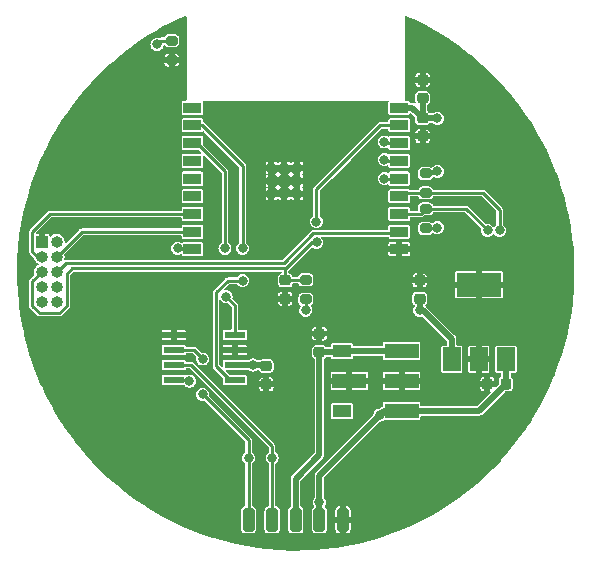
<source format=gbr>
%TF.GenerationSoftware,KiCad,Pcbnew,6.0.11-2627ca5db0~126~ubuntu22.04.1*%
%TF.CreationDate,2023-12-08T19:13:14-08:00*%
%TF.ProjectId,compact-probe,636f6d70-6163-4742-9d70-726f62652e6b,rev?*%
%TF.SameCoordinates,Original*%
%TF.FileFunction,Copper,L2,Bot*%
%TF.FilePolarity,Positive*%
%FSLAX46Y46*%
G04 Gerber Fmt 4.6, Leading zero omitted, Abs format (unit mm)*
G04 Created by KiCad (PCBNEW 6.0.11-2627ca5db0~126~ubuntu22.04.1) date 2023-12-08 19:13:14*
%MOMM*%
%LPD*%
G01*
G04 APERTURE LIST*
G04 Aperture macros list*
%AMRoundRect*
0 Rectangle with rounded corners*
0 $1 Rounding radius*
0 $2 $3 $4 $5 $6 $7 $8 $9 X,Y pos of 4 corners*
0 Add a 4 corners polygon primitive as box body*
4,1,4,$2,$3,$4,$5,$6,$7,$8,$9,$2,$3,0*
0 Add four circle primitives for the rounded corners*
1,1,$1+$1,$2,$3*
1,1,$1+$1,$4,$5*
1,1,$1+$1,$6,$7*
1,1,$1+$1,$8,$9*
0 Add four rect primitives between the rounded corners*
20,1,$1+$1,$2,$3,$4,$5,0*
20,1,$1+$1,$4,$5,$6,$7,0*
20,1,$1+$1,$6,$7,$8,$9,0*
20,1,$1+$1,$8,$9,$2,$3,0*%
G04 Aperture macros list end*
%TA.AperFunction,ComponentPad*%
%ADD10R,1.000000X1.000000*%
%TD*%
%TA.AperFunction,ComponentPad*%
%ADD11O,1.000000X1.000000*%
%TD*%
%TA.AperFunction,SMDPad,CuDef*%
%ADD12RoundRect,0.225000X-0.250000X0.225000X-0.250000X-0.225000X0.250000X-0.225000X0.250000X0.225000X0*%
%TD*%
%TA.AperFunction,SMDPad,CuDef*%
%ADD13R,1.500000X2.000000*%
%TD*%
%TA.AperFunction,SMDPad,CuDef*%
%ADD14R,3.800000X2.000000*%
%TD*%
%TA.AperFunction,SMDPad,CuDef*%
%ADD15RoundRect,0.225000X0.250000X-0.225000X0.250000X0.225000X-0.250000X0.225000X-0.250000X-0.225000X0*%
%TD*%
%TA.AperFunction,SMDPad,CuDef*%
%ADD16RoundRect,0.250000X0.250000X0.750000X-0.250000X0.750000X-0.250000X-0.750000X0.250000X-0.750000X0*%
%TD*%
%TA.AperFunction,SMDPad,CuDef*%
%ADD17R,1.750000X0.590000*%
%TD*%
%TA.AperFunction,SMDPad,CuDef*%
%ADD18RoundRect,0.200000X0.275000X-0.200000X0.275000X0.200000X-0.275000X0.200000X-0.275000X-0.200000X0*%
%TD*%
%TA.AperFunction,SMDPad,CuDef*%
%ADD19RoundRect,0.200000X-0.275000X0.200000X-0.275000X-0.200000X0.275000X-0.200000X0.275000X0.200000X0*%
%TD*%
%TA.AperFunction,SMDPad,CuDef*%
%ADD20R,1.500000X0.900000*%
%TD*%
%TA.AperFunction,SMDPad,CuDef*%
%ADD21R,0.700000X0.700000*%
%TD*%
%TA.AperFunction,ComponentPad*%
%ADD22C,0.400000*%
%TD*%
%TA.AperFunction,SMDPad,CuDef*%
%ADD23R,2.870000X1.250000*%
%TD*%
%TA.AperFunction,SMDPad,CuDef*%
%ADD24R,1.580000X1.050000*%
%TD*%
%TA.AperFunction,SMDPad,CuDef*%
%ADD25RoundRect,0.225000X0.225000X0.250000X-0.225000X0.250000X-0.225000X-0.250000X0.225000X-0.250000X0*%
%TD*%
%TA.AperFunction,ViaPad*%
%ADD26C,0.800000*%
%TD*%
%TA.AperFunction,ViaPad*%
%ADD27C,4.000000*%
%TD*%
%TA.AperFunction,Conductor*%
%ADD28C,0.500000*%
%TD*%
%TA.AperFunction,Conductor*%
%ADD29C,0.250000*%
%TD*%
G04 APERTURE END LIST*
D10*
%TO.P,J3,1,Pin_1*%
%TO.N,GND*%
X-21500000Y2550000D03*
D11*
%TO.P,J3,2,Pin_2*%
%TO.N,+3V3*%
X-20230000Y2550000D03*
%TO.P,J3,3,Pin_3*%
%TO.N,TXD*%
X-21500000Y1280000D03*
%TO.P,J3,4,Pin_4*%
%TO.N,RXD*%
X-20230000Y1280000D03*
%TO.P,J3,5,Pin_5*%
%TO.N,MCU_EN*%
X-21500000Y10000D03*
%TO.P,J3,6,Pin_6*%
%TO.N,MCU_IO9*%
X-20230000Y10000D03*
%TO.P,J3,7,Pin_7*%
%TO.N,VBAT_5V*%
X-21500000Y-1260000D03*
%TO.P,J3,8,Pin_8*%
%TO.N,unconnected-(J3-Pad8)*%
X-20230000Y-1260000D03*
%TO.P,J3,9,Pin_9*%
%TO.N,unconnected-(J3-Pad9)*%
X-21500000Y-2530000D03*
%TO.P,J3,10,Pin_10*%
%TO.N,unconnected-(J3-Pad10)*%
X-20230000Y-2530000D03*
%TD*%
D12*
%TO.P,C9,1*%
%TO.N,VBAT_5V*%
X-2500000Y-7975000D03*
%TO.P,C9,2*%
%TO.N,GND*%
X-2500000Y-9525000D03*
%TD*%
D13*
%TO.P,U6,1,IN*%
%TO.N,VBAT_5V*%
X17800000Y-7400000D03*
D14*
%TO.P,U6,2,GND*%
%TO.N,GND*%
X15500000Y-1100000D03*
D13*
X15500000Y-7400000D03*
%TO.P,U6,3,OUT*%
%TO.N,+3V3*%
X13200000Y-7400000D03*
%TD*%
D15*
%TO.P,C5,1*%
%TO.N,+3V3*%
X10500000Y-2275000D03*
%TO.P,C5,2*%
%TO.N,GND*%
X10500000Y-725000D03*
%TD*%
D16*
%TO.P,J6,1,Pin_1*%
%TO.N,12V28*%
X0Y-21000000D03*
%TD*%
D15*
%TO.P,C1,1*%
%TO.N,12V28*%
X2000000Y-6775000D03*
%TO.P,C1,2*%
%TO.N,GND*%
X2000000Y-5225000D03*
%TD*%
D12*
%TO.P,C6,1*%
%TO.N,+3V3*%
X10750000Y13025000D03*
%TO.P,C6,2*%
%TO.N,GND*%
X10750000Y11475000D03*
%TD*%
D17*
%TO.P,U1,1,TXD*%
%TO.N,CAN_TX*%
X-5165000Y-5345000D03*
%TO.P,U1,2,GND*%
%TO.N,GND*%
X-5165000Y-6615000D03*
%TO.P,U1,3,VCC*%
%TO.N,VBAT_5V*%
X-5165000Y-7885000D03*
%TO.P,U1,4,RXD*%
%TO.N,CAN_RX*%
X-5165000Y-9155000D03*
%TO.P,U1,5,VIO*%
%TO.N,+3V3*%
X-10335000Y-9155000D03*
%TO.P,U1,6,CANL*%
%TO.N,CANL*%
X-10335000Y-7885000D03*
%TO.P,U1,7,CANH*%
%TO.N,CANH*%
X-10335000Y-6615000D03*
%TO.P,U1,8,S*%
%TO.N,GND*%
X-10335000Y-5345000D03*
%TD*%
D16*
%TO.P,J5,1,Pin_1*%
%TO.N,VBAT_5V*%
X2000000Y-21000000D03*
%TD*%
%TO.P,J4,1,Pin_1*%
%TO.N,GND*%
X4000000Y-21000000D03*
%TD*%
%TO.P,J8,1,Pin_1*%
%TO.N,CANH*%
X-4000000Y-21000000D03*
%TD*%
D18*
%TO.P,R4,1*%
%TO.N,+3V3*%
X11000000Y3675000D03*
%TO.P,R4,2*%
%TO.N,SCL*%
X11000000Y5325000D03*
%TD*%
%TO.P,R1,1*%
%TO.N,+3V3*%
X850000Y-2325000D03*
%TO.P,R1,2*%
%TO.N,MCU_EN*%
X850000Y-675000D03*
%TD*%
D15*
%TO.P,C7,1*%
%TO.N,+3V3*%
X10750000Y14725000D03*
%TO.P,C7,2*%
%TO.N,GND*%
X10750000Y16275000D03*
%TD*%
D19*
%TO.P,R2,1*%
%TO.N,Net-(D1-Pad1)*%
X-10500000Y19575000D03*
%TO.P,R2,2*%
%TO.N,GND*%
X-10500000Y17925000D03*
%TD*%
D20*
%TO.P,U4,1,3V3*%
%TO.N,+3V3*%
X8750000Y13900000D03*
%TO.P,U4,2,EN*%
%TO.N,MCU_EN*%
X8750000Y12400000D03*
%TO.P,U4,3,IO4*%
%TO.N,SS2*%
X8750000Y10900000D03*
%TO.P,U4,4,IO5*%
%TO.N,SS3*%
X8750000Y9400000D03*
%TO.P,U4,5,IO6*%
%TO.N,SS4*%
X8750000Y7900000D03*
%TO.P,U4,6,IO7*%
%TO.N,SDA*%
X8750000Y6400000D03*
%TO.P,U4,7,IO8*%
%TO.N,SCL*%
X8750000Y4900000D03*
%TO.P,U4,8,IO9*%
%TO.N,MCU_IO9*%
X8750000Y3400000D03*
%TO.P,U4,9,GND*%
%TO.N,GND*%
X8750000Y1900000D03*
%TO.P,U4,10,IO10*%
%TO.N,Net-(D1-Pad2)*%
X-8750000Y1900000D03*
%TO.P,U4,11,RXD*%
%TO.N,RXD*%
X-8750000Y3400000D03*
%TO.P,U4,12,TXD*%
%TO.N,TXD*%
X-8750000Y4900000D03*
%TO.P,U4,13,IO18*%
%TO.N,MISO*%
X-8750000Y6400000D03*
%TO.P,U4,14,IO19*%
%TO.N,SCLK*%
X-8750000Y7900000D03*
%TO.P,U4,15,IO3*%
%TO.N,SS1*%
X-8750000Y9400000D03*
%TO.P,U4,16,IO2*%
%TO.N,CAN_TX*%
X-8750000Y10900000D03*
%TO.P,U4,17,IO1*%
%TO.N,CAN_RX*%
X-8750000Y12400000D03*
%TO.P,U4,18,IO0*%
%TO.N,unconnected-(U4-Pad18)*%
X-8750000Y13900000D03*
D21*
%TO.P,U4,19,GND*%
%TO.N,GND*%
X140000Y8800000D03*
%TO.P,U4,20,GND*%
X-960000Y8800000D03*
%TO.P,U4,21,GND*%
X-2060000Y8800000D03*
%TO.P,U4,22,GND*%
X140000Y7700000D03*
%TO.P,U4,23,GND*%
X-960000Y7700000D03*
%TO.P,U4,24,GND*%
X-2060000Y7700000D03*
%TO.P,U4,25,GND*%
X140000Y6600000D03*
%TO.P,U4,26,GND*%
X-960000Y6600000D03*
%TO.P,U4,27,GND*%
X-2060000Y6600000D03*
D22*
%TO.P,U4,28,GND*%
X-410000Y8800000D03*
%TO.P,U4,29,GND*%
X-1510000Y8800000D03*
%TO.P,U4,30,GND*%
X140000Y8250000D03*
%TO.P,U4,31,GND*%
X-960000Y8250000D03*
%TO.P,U4,32,GND*%
X-2060000Y8250000D03*
%TO.P,U4,33,GND*%
X-410000Y7700000D03*
%TO.P,U4,34,GND*%
X-1510000Y7700000D03*
%TO.P,U4,35,GND*%
X140000Y7150000D03*
%TO.P,U4,36,GND*%
X-960000Y7150000D03*
%TO.P,U4,37,GND*%
X-2060000Y7150000D03*
%TO.P,U4,38,GND*%
X-410000Y6600000D03*
%TO.P,U4,39,GND*%
X-1510000Y6600000D03*
%TD*%
D16*
%TO.P,J7,1,Pin_1*%
%TO.N,CANL*%
X-2000000Y-21000000D03*
%TD*%
D19*
%TO.P,R3,1*%
%TO.N,+3V3*%
X11000000Y8325000D03*
%TO.P,R3,2*%
%TO.N,SDA*%
X11000000Y6675000D03*
%TD*%
D23*
%TO.P,PS1,1,+VIN*%
%TO.N,12V28*%
X8965000Y-6710000D03*
%TO.P,PS1,2,GND/-VO*%
%TO.N,GND*%
X8965000Y-9250000D03*
%TO.P,PS1,3,+VO/GND*%
%TO.N,VBAT_5V*%
X8965000Y-11790000D03*
D24*
%TO.P,PS1,4,TRIM*%
%TO.N,unconnected-(PS1-Pad4)*%
X3890000Y-11790000D03*
D23*
%TO.P,PS1,5,GND/-VO__1*%
%TO.N,GND*%
X4535000Y-9250000D03*
D24*
%TO.P,PS1,6,CTRL*%
%TO.N,12V28*%
X3890000Y-6710000D03*
%TD*%
D12*
%TO.P,C4,1*%
%TO.N,MCU_EN*%
X-900000Y-725000D03*
%TO.P,C4,2*%
%TO.N,GND*%
X-900000Y-2275000D03*
%TD*%
D25*
%TO.P,C3,1*%
%TO.N,VBAT_5V*%
X17775000Y-9500000D03*
%TO.P,C3,2*%
%TO.N,GND*%
X16225000Y-9500000D03*
%TD*%
D26*
%TO.N,GND*%
X5250000Y8500000D03*
X10000000Y-17500000D03*
X15000000Y-5000000D03*
X16250000Y5000000D03*
X20000000Y-5000000D03*
X-15000000Y2500000D03*
X-10000000Y-20000000D03*
D27*
X15000000Y15000000D03*
D26*
X-20000000Y10000000D03*
D27*
X-15000000Y-15000000D03*
D26*
X-12500000Y7500000D03*
X-6250000Y9750000D03*
X10000000Y20000000D03*
X0Y10000000D03*
X10000000Y-20000000D03*
X-19750000Y3750000D03*
X-15000000Y-5000000D03*
X-1000000Y-11750000D03*
X-8250000Y-13750000D03*
X20000000Y10000000D03*
X-1250000Y2250000D03*
X-2500000Y10000000D03*
X5500000Y-1250000D03*
X7500000Y-20000000D03*
D27*
X15000000Y-15000000D03*
D26*
X22250000Y0D03*
X-12500000Y10000000D03*
D27*
X-15000000Y15000000D03*
D26*
X2500000Y10000000D03*
X-20000000Y-10000000D03*
X-20000000Y7500000D03*
%TO.N,+3V3*%
X10500000Y-3250000D03*
X12000000Y8500000D03*
X12000000Y13000000D03*
X12000000Y3750000D03*
X-9000000Y-9250000D03*
X850000Y-3250000D03*
%TO.N,MCU_EN*%
X1762299Y2487701D03*
X1750000Y4250000D03*
%TO.N,Net-(D1-Pad1)*%
X-11750000Y19250000D03*
%TO.N,Net-(D1-Pad2)*%
X-10000000Y2000000D03*
%TO.N,CAN_TX*%
X-5898056Y-2101944D03*
X-6000000Y2000000D03*
%TO.N,CAN_RX*%
X-4500000Y2000000D03*
X-4500000Y-750000D03*
%TO.N,SDA*%
X17250000Y3500000D03*
%TO.N,SCL*%
X16250000Y3500000D03*
%TO.N,MISO*%
X-8750000Y6400000D03*
%TO.N,SCLK*%
X-8750000Y7900000D03*
%TO.N,SS1*%
X-8750000Y9400000D03*
%TO.N,SS2*%
X7500000Y11000000D03*
%TO.N,SS3*%
X7500000Y9500000D03*
%TO.N,CANH*%
X-7875000Y-7375000D03*
X-7875000Y-10375000D03*
X-4000000Y-15750000D03*
%TO.N,CANL*%
X-2000000Y-15750000D03*
%TO.N,SS4*%
X7500000Y7900000D03*
%TO.N,VBAT_5V*%
X7125000Y-12125000D03*
X2000000Y-19500000D03*
X-3635000Y-7885000D03*
%TD*%
D28*
%TO.N,+3V3*%
X10750000Y13025000D02*
X11975000Y13025000D01*
D29*
X12000000Y3750000D02*
X11925000Y3675000D01*
X11000000Y8325000D02*
X11825000Y8325000D01*
D28*
X10500000Y-3250000D02*
X10750000Y-3250000D01*
D29*
X11925000Y3675000D02*
X11000000Y3675000D01*
D28*
X10750000Y14725000D02*
X10750000Y13025000D01*
D29*
X-9095000Y-9155000D02*
X-9000000Y-9250000D01*
D28*
X13200000Y-5700000D02*
X13200000Y-7400000D01*
X11975000Y13025000D02*
X12000000Y13000000D01*
X10750000Y-3250000D02*
X13200000Y-5700000D01*
X9875000Y13900000D02*
X10750000Y13025000D01*
D29*
X850000Y-2325000D02*
X850000Y-3250000D01*
D28*
X8750000Y13900000D02*
X9875000Y13900000D01*
D29*
X11825000Y8325000D02*
X12000000Y8500000D01*
D28*
X10500000Y-2275000D02*
X10500000Y-3000000D01*
D29*
X-10335000Y-9155000D02*
X-9095000Y-9155000D01*
%TO.N,MCU_EN*%
X7150000Y12400000D02*
X8750000Y12400000D01*
X-900000Y-725000D02*
X-900000Y250000D01*
X1762299Y2487701D02*
X1374097Y2487701D01*
X1750000Y4250000D02*
X1750000Y7000000D01*
X-21696727Y-3500000D02*
X-22325000Y-2871727D01*
X850000Y-675000D02*
X-850000Y-675000D01*
X-22325000Y-815000D02*
X-21500000Y10000D01*
X-19405000Y-155000D02*
X-19405000Y-2871727D01*
X-22325000Y-2871727D02*
X-22325000Y-815000D01*
X1374097Y2487701D02*
X-813604Y300000D01*
X-813604Y300000D02*
X-16200000Y300000D01*
X-16200000Y300000D02*
X-18950000Y300000D01*
X1750000Y7000000D02*
X7150000Y12400000D01*
X-20033273Y-3500000D02*
X-21696727Y-3500000D01*
X-18950000Y300000D02*
X-19405000Y-155000D01*
X-19405000Y-2871727D02*
X-20033273Y-3500000D01*
%TO.N,Net-(D1-Pad1)*%
X-10250000Y19575000D02*
X-11425000Y19575000D01*
X-11425000Y19575000D02*
X-11750000Y19250000D01*
%TO.N,Net-(D1-Pad2)*%
X-8750000Y1900000D02*
X-9900000Y1900000D01*
X-9900000Y1900000D02*
X-10000000Y2000000D01*
%TO.N,MCU_IO9*%
X8450000Y3400000D02*
X8300000Y3250000D01*
X-1000000Y750000D02*
X-19490000Y750000D01*
X1500000Y3250000D02*
X-1000000Y750000D01*
X-19490000Y750000D02*
X-20230000Y10000D01*
X8300000Y3250000D02*
X1500000Y3250000D01*
X8750000Y3400000D02*
X8450000Y3400000D01*
%TO.N,CAN_TX*%
X-5165000Y-2835000D02*
X-5165000Y-5345000D01*
X-6000000Y2000000D02*
X-6000000Y8500000D01*
X-6000000Y8500000D02*
X-8400000Y10900000D01*
X-8400000Y10900000D02*
X-8750000Y10900000D01*
X-5898056Y-2101944D02*
X-5165000Y-2835000D01*
%TO.N,CAN_RX*%
X-6750000Y-1750000D02*
X-6750000Y-8000000D01*
X-5595000Y-9155000D02*
X-5165000Y-9155000D01*
X-4500000Y2000000D02*
X-4500000Y9000000D01*
X-5750000Y-750000D02*
X-6750000Y-1750000D01*
X-6750000Y-8000000D02*
X-5595000Y-9155000D01*
X-7900000Y12400000D02*
X-8750000Y12400000D01*
X-4500000Y9000000D02*
X-7900000Y12400000D01*
X-4500000Y-750000D02*
X-5750000Y-750000D01*
%TO.N,SDA*%
X17250000Y5250000D02*
X15825000Y6675000D01*
X9025000Y6675000D02*
X8750000Y6400000D01*
X15825000Y6675000D02*
X11000000Y6675000D01*
X17250000Y3500000D02*
X17250000Y5250000D01*
X11000000Y6675000D02*
X9025000Y6675000D01*
%TO.N,SCL*%
X14425000Y5325000D02*
X11000000Y5325000D01*
X8750000Y4900000D02*
X10575000Y4900000D01*
X10575000Y4900000D02*
X11000000Y5325000D01*
X16250000Y3500000D02*
X14425000Y5325000D01*
%TO.N,RXD*%
X-18110000Y3400000D02*
X-20230000Y1280000D01*
X-8750000Y3400000D02*
X-18110000Y3400000D01*
%TO.N,TXD*%
X-21880000Y1280000D02*
X-21500000Y1280000D01*
X-22325000Y1725000D02*
X-21880000Y1280000D01*
X-22325000Y3375000D02*
X-22325000Y1725000D01*
X-20800000Y4900000D02*
X-22325000Y3375000D01*
X-8750000Y4900000D02*
X-20800000Y4900000D01*
%TO.N,SS2*%
X8750000Y10900000D02*
X7600000Y10900000D01*
X7600000Y10900000D02*
X7500000Y11000000D01*
%TO.N,SS3*%
X8750000Y9400000D02*
X7600000Y9400000D01*
X7600000Y9400000D02*
X7500000Y9500000D01*
%TO.N,CANH*%
X-7875000Y-7375000D02*
X-8635000Y-6615000D01*
X-4000000Y-21000000D02*
X-4000000Y-15750000D01*
X-8635000Y-6615000D02*
X-10335000Y-6615000D01*
X-4000000Y-15750000D02*
X-4000000Y-14250000D01*
X-4000000Y-14250000D02*
X-7875000Y-10375000D01*
%TO.N,CANL*%
X-2000000Y-14750000D02*
X-2000000Y-15750000D01*
X-8865000Y-7885000D02*
X-2000000Y-14750000D01*
X-10335000Y-7885000D02*
X-8865000Y-7885000D01*
X-2000000Y-15750000D02*
X-2000000Y-21000000D01*
%TO.N,SS4*%
X8750000Y7900000D02*
X7500000Y7900000D01*
D28*
%TO.N,12V28*%
X2000000Y-15500000D02*
X2000000Y-6775000D01*
X3825000Y-6775000D02*
X3890000Y-6710000D01*
X2000000Y-6775000D02*
X3825000Y-6775000D01*
X0Y-17500000D02*
X2000000Y-15500000D01*
X3890000Y-6710000D02*
X8965000Y-6710000D01*
X0Y-21000000D02*
X0Y-17500000D01*
%TO.N,VBAT_5V*%
X2000000Y-17250000D02*
X2000000Y-19500000D01*
X-3635000Y-7885000D02*
X-2590000Y-7885000D01*
X17800000Y-7400000D02*
X17800000Y-9475000D01*
X8965000Y-11790000D02*
X7460000Y-11790000D01*
X-5165000Y-7885000D02*
X-3635000Y-7885000D01*
X-2590000Y-7885000D02*
X-2500000Y-7975000D01*
X15485000Y-11790000D02*
X8965000Y-11790000D01*
X17800000Y-9475000D02*
X17775000Y-9500000D01*
X17775000Y-9500000D02*
X15485000Y-11790000D01*
X7125000Y-12125000D02*
X2000000Y-17250000D01*
X7460000Y-11790000D02*
X7125000Y-12125000D01*
X2000000Y-19500000D02*
X2000000Y-21000000D01*
%TD*%
%TA.AperFunction,Conductor*%
%TO.N,GND*%
G36*
X9354628Y21665803D02*
G01*
X9502788Y21598439D01*
X10195680Y21283401D01*
X10198328Y21282132D01*
X10817179Y20970205D01*
X11041567Y20857104D01*
X11044189Y20855717D01*
X11869740Y20397163D01*
X11872282Y20395683D01*
X12037436Y20295071D01*
X12678736Y19904387D01*
X12681241Y19902791D01*
X12855247Y19786963D01*
X13257041Y19519507D01*
X13467316Y19379536D01*
X13469747Y19377847D01*
X13872581Y19085707D01*
X14234210Y18823450D01*
X14236579Y18821658D01*
X14687882Y18465880D01*
X14978155Y18237047D01*
X14980443Y18235168D01*
X15432094Y17848740D01*
X15697973Y17621256D01*
X15700182Y17619288D01*
X15802978Y17523931D01*
X16392492Y16977078D01*
X16394629Y16975015D01*
X16507102Y16861952D01*
X17060637Y16305510D01*
X17062663Y16303390D01*
X17639486Y15675000D01*
X17701245Y15607720D01*
X17703209Y15605492D01*
X18313337Y14884779D01*
X18315211Y14882474D01*
X18895946Y14137829D01*
X18897725Y14135451D01*
X19448106Y13368103D01*
X19449788Y13365655D01*
X19968921Y12576852D01*
X19970504Y12574338D01*
X20457560Y11765339D01*
X20459041Y11762764D01*
X20913246Y10934858D01*
X20914622Y10932226D01*
X21020937Y10718525D01*
X21240182Y10277826D01*
X21335241Y10086749D01*
X21336506Y10084071D01*
X21720854Y9226859D01*
X21722842Y9222425D01*
X21723995Y9219710D01*
X22073571Y8347916D01*
X22075456Y8343215D01*
X22076500Y8340452D01*
X22329898Y7626859D01*
X22392508Y7450542D01*
X22393443Y7447728D01*
X22579044Y6850000D01*
X22673466Y6545911D01*
X22674288Y6543065D01*
X22891026Y5731350D01*
X22917896Y5630720D01*
X22918603Y5627843D01*
X23125409Y4706428D01*
X23126000Y4703521D01*
X23294396Y3781475D01*
X23295655Y3774580D01*
X23296127Y3771666D01*
X23427683Y2841496D01*
X23428369Y2836643D01*
X23428723Y2833717D01*
X23523335Y1894127D01*
X23523572Y1891178D01*
X23579496Y963545D01*
X23580399Y948568D01*
X23580518Y945604D01*
X23584802Y732198D01*
X23599477Y1135D01*
X23599488Y-1125D01*
X23597533Y-187801D01*
X23594469Y-480437D01*
X23594336Y-493096D01*
X23594278Y-495347D01*
X23586264Y-690627D01*
X23555542Y-1439247D01*
X23555360Y-1442212D01*
X23531133Y-1740073D01*
X23489716Y-2249288D01*
X23478808Y-2383394D01*
X23478510Y-2386334D01*
X23449630Y-2623251D01*
X23364244Y-3323710D01*
X23363826Y-3326651D01*
X23212035Y-4258689D01*
X23211500Y-4261605D01*
X23041930Y-5091362D01*
X23022424Y-5186808D01*
X23021774Y-5189693D01*
X22865140Y-5825000D01*
X22795721Y-6106564D01*
X22794952Y-6109433D01*
X22533457Y-7012444D01*
X22532286Y-7016487D01*
X22531408Y-7019304D01*
X22320992Y-7650000D01*
X22232560Y-7915065D01*
X22231564Y-7917863D01*
X21983120Y-8573622D01*
X21907926Y-8772094D01*
X21896998Y-8800937D01*
X21895899Y-8803672D01*
X21646881Y-9388901D01*
X21526156Y-9672623D01*
X21524938Y-9675332D01*
X21120641Y-10528698D01*
X21119316Y-10531356D01*
X20681088Y-11367830D01*
X20679657Y-11370433D01*
X20208217Y-12188640D01*
X20206683Y-12191183D01*
X20121506Y-12326180D01*
X19901240Y-12675282D01*
X19702788Y-12989809D01*
X19701161Y-12992277D01*
X19466440Y-13333161D01*
X19165598Y-13770071D01*
X19163864Y-13772483D01*
X18597562Y-14528099D01*
X18595734Y-14530440D01*
X17999515Y-15262780D01*
X17997614Y-15265021D01*
X17372502Y-15972825D01*
X17370509Y-15974993D01*
X16717489Y-16657147D01*
X16715392Y-16659251D01*
X16035547Y-17314624D01*
X16033368Y-17316642D01*
X15327754Y-17944218D01*
X15325495Y-17946147D01*
X14595283Y-18544884D01*
X14592955Y-18546716D01*
X13869952Y-19092528D01*
X13839285Y-19115679D01*
X13836879Y-19117421D01*
X13060989Y-19655675D01*
X13058515Y-19657319D01*
X12261642Y-20164005D01*
X12259104Y-20165548D01*
X11442548Y-20639843D01*
X11439958Y-20641278D01*
X10604990Y-21082438D01*
X10602359Y-21083761D01*
X9750418Y-21491029D01*
X9747719Y-21492254D01*
X8901836Y-21855674D01*
X8880059Y-21865030D01*
X8877313Y-21866145D01*
X8135799Y-22150044D01*
X7995428Y-22203787D01*
X7992637Y-22204791D01*
X7097901Y-22506773D01*
X7095085Y-22507660D01*
X6188949Y-22773492D01*
X6186119Y-22774261D01*
X5270026Y-23003518D01*
X5267135Y-23004180D01*
X4695914Y-23122994D01*
X4342631Y-23196477D01*
X4339712Y-23197024D01*
X3408205Y-23352069D01*
X3405266Y-23352498D01*
X3178669Y-23380923D01*
X2468262Y-23470038D01*
X2465347Y-23470344D01*
X1524408Y-23550185D01*
X1521461Y-23550375D01*
X578034Y-23592391D01*
X575111Y-23592461D01*
X96109Y-23594552D01*
X-369183Y-23596582D01*
X-372153Y-23596536D01*
X-1268874Y-23564439D01*
X-1315881Y-23562756D01*
X-1318846Y-23562590D01*
X-1480280Y-23550310D01*
X-2260441Y-23490965D01*
X-2263390Y-23490681D01*
X-2541398Y-23458268D01*
X-3201342Y-23381326D01*
X-3204284Y-23380923D01*
X-4137099Y-23234014D01*
X-4140024Y-23233493D01*
X-5066193Y-23049266D01*
X-5069094Y-23048628D01*
X-5987100Y-22827387D01*
X-5989973Y-22826634D01*
X-6898414Y-22568715D01*
X-6901254Y-22567846D01*
X-6919059Y-22562009D01*
X-7084841Y-22507663D01*
X-7798563Y-22273693D01*
X-7801367Y-22272711D01*
X-8287750Y-22091344D01*
X-8686171Y-21942776D01*
X-8688894Y-21941699D01*
X-9559808Y-21576494D01*
X-9562482Y-21575308D01*
X-10061611Y-21342030D01*
X-10417964Y-21175481D01*
X-10420629Y-21174170D01*
X-11259376Y-20740333D01*
X-11261987Y-20738916D01*
X-11434725Y-20640588D01*
X-12082691Y-20271744D01*
X-12085202Y-20270247D01*
X-12506440Y-20007539D01*
X-12886462Y-19770535D01*
X-12888951Y-19768913D01*
X-13669526Y-19237438D01*
X-13671947Y-19235717D01*
X-14430534Y-18673368D01*
X-14432884Y-18671552D01*
X-15168325Y-18079185D01*
X-15170600Y-18077275D01*
X-15881639Y-17455903D01*
X-15883836Y-17453904D01*
X-15902137Y-17436567D01*
X-16569402Y-16804462D01*
X-16571487Y-16802406D01*
X-17230415Y-16125997D01*
X-17232443Y-16123831D01*
X-17863715Y-15421501D01*
X-17865656Y-15419252D01*
X-18468218Y-14692172D01*
X-18470067Y-14689847D01*
X-18506196Y-14642506D01*
X-18805748Y-14250000D01*
X-19042954Y-13939185D01*
X-19044708Y-13936789D01*
X-19587023Y-13163721D01*
X-19588680Y-13161255D01*
X-19698146Y-12991070D01*
X-20099537Y-12367038D01*
X-20101088Y-12364516D01*
X-20110812Y-12347974D01*
X-20525668Y-11642282D01*
X-20579640Y-11550472D01*
X-20581094Y-11547882D01*
X-20668485Y-11384556D01*
X-21026624Y-10715227D01*
X-21027963Y-10712598D01*
X-21057019Y-10652625D01*
X-21191527Y-10375000D01*
X-8430250Y-10375000D01*
X-8411330Y-10518709D01*
X-8409474Y-10523190D01*
X-8406635Y-10530045D01*
X-8355861Y-10652625D01*
X-8267621Y-10767621D01*
X-8152625Y-10855861D01*
X-8018709Y-10911330D01*
X-7875000Y-10930250D01*
X-7870192Y-10929617D01*
X-7764816Y-10915744D01*
X-7715397Y-10926700D01*
X-7702831Y-10936785D01*
X-4297174Y-14342442D01*
X-4275782Y-14388318D01*
X-4275500Y-14394768D01*
X-4275500Y-15231016D01*
X-4292813Y-15278582D01*
X-4304448Y-15289721D01*
X-4392621Y-15357379D01*
X-4480861Y-15472375D01*
X-4536330Y-15606291D01*
X-4555250Y-15750000D01*
X-4536330Y-15893709D01*
X-4480861Y-16027625D01*
X-4392621Y-16142621D01*
X-4304450Y-16210277D01*
X-4277254Y-16252968D01*
X-4275500Y-16268984D01*
X-4275500Y-19785345D01*
X-4292813Y-19832911D01*
X-4337924Y-19858434D01*
X-4341024Y-19858925D01*
X-4375304Y-19864354D01*
X-4409967Y-19882016D01*
X-4483150Y-19919304D01*
X-4483152Y-19919306D01*
X-4488342Y-19921950D01*
X-4578050Y-20011658D01*
X-4580694Y-20016848D01*
X-4580696Y-20016850D01*
X-4580847Y-20017147D01*
X-4635646Y-20124696D01*
X-4636557Y-20130448D01*
X-4636558Y-20130451D01*
X-4650045Y-20215608D01*
X-4650500Y-20218481D01*
X-4650499Y-21781518D01*
X-4635646Y-21875304D01*
X-4606848Y-21931823D01*
X-4580696Y-21983150D01*
X-4580694Y-21983152D01*
X-4578050Y-21988342D01*
X-4488342Y-22078050D01*
X-4483152Y-22080694D01*
X-4483150Y-22080696D01*
X-4380498Y-22133000D01*
X-4380495Y-22133001D01*
X-4375304Y-22135646D01*
X-4369552Y-22136557D01*
X-4369549Y-22136558D01*
X-4287555Y-22149544D01*
X-4281519Y-22150500D01*
X-4000001Y-22150500D01*
X-3718482Y-22150499D01*
X-3715610Y-22150044D01*
X-3715608Y-22150044D01*
X-3683910Y-22145024D01*
X-3624696Y-22135646D01*
X-3568177Y-22106848D01*
X-3516850Y-22080696D01*
X-3516848Y-22080694D01*
X-3511658Y-22078050D01*
X-3421950Y-21988342D01*
X-3419306Y-21983152D01*
X-3419304Y-21983150D01*
X-3367000Y-21880498D01*
X-3366999Y-21880495D01*
X-3364354Y-21875304D01*
X-3363443Y-21869552D01*
X-3363442Y-21869549D01*
X-3349955Y-21784392D01*
X-3349500Y-21781519D01*
X-3349501Y-20218482D01*
X-3364354Y-20124696D01*
X-3419153Y-20017147D01*
X-3419304Y-20016850D01*
X-3419306Y-20016848D01*
X-3421950Y-20011658D01*
X-3511658Y-19921950D01*
X-3516848Y-19919306D01*
X-3516850Y-19919304D01*
X-3619502Y-19867000D01*
X-3619505Y-19866999D01*
X-3624696Y-19864354D01*
X-3630450Y-19863443D01*
X-3630452Y-19863442D01*
X-3649809Y-19860377D01*
X-3662076Y-19858434D01*
X-3706348Y-19833894D01*
X-3724500Y-19785345D01*
X-3724500Y-16268984D01*
X-3707187Y-16221418D01*
X-3695552Y-16210279D01*
X-3607379Y-16142621D01*
X-3519139Y-16027625D01*
X-3463670Y-15893709D01*
X-3444750Y-15750000D01*
X-3463670Y-15606291D01*
X-3519139Y-15472375D01*
X-3607379Y-15357379D01*
X-3695550Y-15289723D01*
X-3722746Y-15247032D01*
X-3724500Y-15231016D01*
X-3724500Y-14284421D01*
X-3723078Y-14269985D01*
X-3720525Y-14257149D01*
X-3719103Y-14250000D01*
X-3740484Y-14142506D01*
X-3786006Y-14074378D01*
X-3786007Y-14074377D01*
X-3801376Y-14051376D01*
X-3818318Y-14040056D01*
X-3829529Y-14030855D01*
X-7313215Y-10547169D01*
X-7334607Y-10501293D01*
X-7334256Y-10485184D01*
X-7320383Y-10379808D01*
X-7319750Y-10375000D01*
X-7338670Y-10231291D01*
X-7394139Y-10097375D01*
X-7482379Y-9982379D01*
X-7597375Y-9894139D01*
X-7731291Y-9838670D01*
X-7875000Y-9819750D01*
X-8018709Y-9838670D01*
X-8152625Y-9894139D01*
X-8267621Y-9982379D01*
X-8355861Y-10097375D01*
X-8411330Y-10231291D01*
X-8430250Y-10375000D01*
X-21191527Y-10375000D01*
X-21439681Y-9862812D01*
X-21440923Y-9860114D01*
X-21613212Y-9464820D01*
X-11360500Y-9464820D01*
X-11351767Y-9508722D01*
X-11318504Y-9558504D01*
X-11268722Y-9591767D01*
X-11261576Y-9593188D01*
X-11261575Y-9593189D01*
X-11228390Y-9599790D01*
X-11228389Y-9599790D01*
X-11224820Y-9600500D01*
X-9461434Y-9600500D01*
X-9413868Y-9617813D01*
X-9402730Y-9629447D01*
X-9392621Y-9642621D01*
X-9277625Y-9730861D01*
X-9184821Y-9769301D01*
X-9152127Y-9782843D01*
X-9143709Y-9786330D01*
X-9000000Y-9805250D01*
X-8995192Y-9804617D01*
X-8861099Y-9786963D01*
X-8856291Y-9786330D01*
X-8847872Y-9782843D01*
X-8815179Y-9769301D01*
X-8722375Y-9730861D01*
X-8607379Y-9642621D01*
X-8519139Y-9527625D01*
X-8463670Y-9393709D01*
X-8444750Y-9250000D01*
X-8463670Y-9106291D01*
X-8519139Y-8972375D01*
X-8607379Y-8857379D01*
X-8722375Y-8769139D01*
X-8856291Y-8713670D01*
X-9000000Y-8694750D01*
X-9143709Y-8713670D01*
X-9148190Y-8715526D01*
X-9273125Y-8767275D01*
X-9323696Y-8769483D01*
X-9350240Y-8753375D01*
X-9351496Y-8751496D01*
X-9401278Y-8718233D01*
X-9408424Y-8716812D01*
X-9408425Y-8716811D01*
X-9441610Y-8710210D01*
X-9441611Y-8710210D01*
X-9445180Y-8709500D01*
X-11224820Y-8709500D01*
X-11228389Y-8710210D01*
X-11228390Y-8710210D01*
X-11261575Y-8716811D01*
X-11261576Y-8716812D01*
X-11268722Y-8718233D01*
X-11318504Y-8751496D01*
X-11351767Y-8801278D01*
X-11360500Y-8845180D01*
X-11360500Y-9464820D01*
X-21613212Y-9464820D01*
X-21818232Y-8994427D01*
X-21819364Y-8991680D01*
X-22129247Y-8194820D01*
X-11360500Y-8194820D01*
X-11359790Y-8198389D01*
X-11359790Y-8198390D01*
X-11353189Y-8231575D01*
X-11353188Y-8231576D01*
X-11351767Y-8238722D01*
X-11318504Y-8288504D01*
X-11268722Y-8321767D01*
X-11261576Y-8323188D01*
X-11261575Y-8323189D01*
X-11228390Y-8329790D01*
X-11228389Y-8329790D01*
X-11224820Y-8330500D01*
X-9445180Y-8330500D01*
X-9441611Y-8329790D01*
X-9441610Y-8329790D01*
X-9408425Y-8323189D01*
X-9408424Y-8323188D01*
X-9401278Y-8321767D01*
X-9351496Y-8288504D01*
X-9318233Y-8238722D01*
X-9314521Y-8220061D01*
X-9288260Y-8176787D01*
X-9241943Y-8160500D01*
X-9009768Y-8160500D01*
X-8962202Y-8177813D01*
X-8957442Y-8182174D01*
X-2297174Y-14842442D01*
X-2275782Y-14888318D01*
X-2275500Y-14894768D01*
X-2275500Y-15231016D01*
X-2292813Y-15278582D01*
X-2304448Y-15289721D01*
X-2392621Y-15357379D01*
X-2480861Y-15472375D01*
X-2536330Y-15606291D01*
X-2555250Y-15750000D01*
X-2536330Y-15893709D01*
X-2480861Y-16027625D01*
X-2392621Y-16142621D01*
X-2304450Y-16210277D01*
X-2277254Y-16252968D01*
X-2275500Y-16268984D01*
X-2275500Y-19785345D01*
X-2292813Y-19832911D01*
X-2337924Y-19858434D01*
X-2341024Y-19858925D01*
X-2375304Y-19864354D01*
X-2409967Y-19882016D01*
X-2483150Y-19919304D01*
X-2483152Y-19919306D01*
X-2488342Y-19921950D01*
X-2578050Y-20011658D01*
X-2580694Y-20016848D01*
X-2580696Y-20016850D01*
X-2580847Y-20017147D01*
X-2635646Y-20124696D01*
X-2636557Y-20130448D01*
X-2636558Y-20130451D01*
X-2650045Y-20215608D01*
X-2650500Y-20218481D01*
X-2650499Y-21781518D01*
X-2635646Y-21875304D01*
X-2606848Y-21931823D01*
X-2580696Y-21983150D01*
X-2580694Y-21983152D01*
X-2578050Y-21988342D01*
X-2488342Y-22078050D01*
X-2483152Y-22080694D01*
X-2483150Y-22080696D01*
X-2380498Y-22133000D01*
X-2380495Y-22133001D01*
X-2375304Y-22135646D01*
X-2369552Y-22136557D01*
X-2369549Y-22136558D01*
X-2287555Y-22149544D01*
X-2281519Y-22150500D01*
X-2000001Y-22150500D01*
X-1718482Y-22150499D01*
X-1715610Y-22150044D01*
X-1715608Y-22150044D01*
X-1683910Y-22145024D01*
X-1624696Y-22135646D01*
X-1568177Y-22106848D01*
X-1516850Y-22080696D01*
X-1516848Y-22080694D01*
X-1511658Y-22078050D01*
X-1421950Y-21988342D01*
X-1419306Y-21983152D01*
X-1419304Y-21983150D01*
X-1367000Y-21880498D01*
X-1366999Y-21880495D01*
X-1364354Y-21875304D01*
X-1363443Y-21869552D01*
X-1363442Y-21869549D01*
X-1349955Y-21784392D01*
X-1349500Y-21781519D01*
X-1349501Y-20218482D01*
X-1349501Y-20218481D01*
X-650500Y-20218481D01*
X-650499Y-21781518D01*
X-635646Y-21875304D01*
X-606848Y-21931823D01*
X-580696Y-21983150D01*
X-580694Y-21983152D01*
X-578050Y-21988342D01*
X-488342Y-22078050D01*
X-483152Y-22080694D01*
X-483150Y-22080696D01*
X-380498Y-22133000D01*
X-380495Y-22133001D01*
X-375304Y-22135646D01*
X-369552Y-22136557D01*
X-369549Y-22136558D01*
X-287555Y-22149544D01*
X-281519Y-22150500D01*
X-1Y-22150500D01*
X281518Y-22150499D01*
X284390Y-22150044D01*
X284392Y-22150044D01*
X316090Y-22145024D01*
X375304Y-22135646D01*
X431823Y-22106848D01*
X483150Y-22080696D01*
X483152Y-22080694D01*
X488342Y-22078050D01*
X578050Y-21988342D01*
X580694Y-21983152D01*
X580696Y-21983150D01*
X633000Y-21880498D01*
X633001Y-21880495D01*
X635646Y-21875304D01*
X636557Y-21869552D01*
X636558Y-21869549D01*
X650045Y-21784392D01*
X650500Y-21781519D01*
X650499Y-20218482D01*
X650499Y-20218481D01*
X1349500Y-20218481D01*
X1349501Y-21781518D01*
X1364354Y-21875304D01*
X1393152Y-21931823D01*
X1419304Y-21983150D01*
X1419306Y-21983152D01*
X1421950Y-21988342D01*
X1511658Y-22078050D01*
X1516848Y-22080694D01*
X1516850Y-22080696D01*
X1619502Y-22133000D01*
X1619505Y-22133001D01*
X1624696Y-22135646D01*
X1630448Y-22136557D01*
X1630451Y-22136558D01*
X1712445Y-22149544D01*
X1718481Y-22150500D01*
X2000000Y-22150500D01*
X2281518Y-22150499D01*
X2284390Y-22150044D01*
X2284392Y-22150044D01*
X2316090Y-22145024D01*
X2375304Y-22135646D01*
X2431823Y-22106848D01*
X2483150Y-22080696D01*
X2483152Y-22080694D01*
X2488342Y-22078050D01*
X2578050Y-21988342D01*
X2580694Y-21983152D01*
X2580696Y-21983150D01*
X2633000Y-21880498D01*
X2633001Y-21880495D01*
X2635646Y-21875304D01*
X2636557Y-21869552D01*
X2636558Y-21869549D01*
X2650045Y-21784392D01*
X2650500Y-21781519D01*
X2650500Y-21778571D01*
X3350001Y-21778571D01*
X3350456Y-21784354D01*
X3363924Y-21869394D01*
X3367481Y-21880340D01*
X3419713Y-21982853D01*
X3426478Y-21992164D01*
X3507836Y-22073522D01*
X3517147Y-22080287D01*
X3619658Y-22132519D01*
X3630607Y-22136077D01*
X3715646Y-22149545D01*
X3721428Y-22150000D01*
X3736952Y-22150000D01*
X3746948Y-22146362D01*
X3750000Y-22141075D01*
X3750000Y-22136951D01*
X4250000Y-22136951D01*
X4253638Y-22146947D01*
X4258925Y-22149999D01*
X4278571Y-22149999D01*
X4284354Y-22149544D01*
X4369394Y-22136076D01*
X4380340Y-22132519D01*
X4482853Y-22080287D01*
X4492164Y-22073522D01*
X4573522Y-21992164D01*
X4580287Y-21982853D01*
X4632519Y-21880342D01*
X4636077Y-21869393D01*
X4649545Y-21784354D01*
X4650000Y-21778572D01*
X4650000Y-21263048D01*
X4646362Y-21253052D01*
X4641075Y-21250000D01*
X4263048Y-21250000D01*
X4253052Y-21253638D01*
X4250000Y-21258925D01*
X4250000Y-22136951D01*
X3750000Y-22136951D01*
X3750000Y-21263048D01*
X3746362Y-21253052D01*
X3741075Y-21250000D01*
X3363049Y-21250000D01*
X3353053Y-21253638D01*
X3350001Y-21258925D01*
X3350001Y-21778571D01*
X2650500Y-21778571D01*
X2650499Y-20736952D01*
X3350000Y-20736952D01*
X3353638Y-20746948D01*
X3358925Y-20750000D01*
X3736952Y-20750000D01*
X3746948Y-20746362D01*
X3750000Y-20741075D01*
X3750000Y-20736952D01*
X4250000Y-20736952D01*
X4253638Y-20746948D01*
X4258925Y-20750000D01*
X4636951Y-20750000D01*
X4646947Y-20746362D01*
X4649999Y-20741075D01*
X4649999Y-20221429D01*
X4649544Y-20215646D01*
X4636076Y-20130606D01*
X4632519Y-20119660D01*
X4580287Y-20017147D01*
X4573522Y-20007836D01*
X4492164Y-19926478D01*
X4482853Y-19919713D01*
X4380342Y-19867481D01*
X4369393Y-19863923D01*
X4284354Y-19850455D01*
X4278572Y-19850000D01*
X4263048Y-19850000D01*
X4253052Y-19853638D01*
X4250000Y-19858925D01*
X4250000Y-20736952D01*
X3750000Y-20736952D01*
X3750000Y-19863049D01*
X3746362Y-19853053D01*
X3741075Y-19850001D01*
X3721429Y-19850001D01*
X3715646Y-19850456D01*
X3630606Y-19863924D01*
X3619660Y-19867481D01*
X3517147Y-19919713D01*
X3507836Y-19926478D01*
X3426478Y-20007836D01*
X3419713Y-20017147D01*
X3367481Y-20119658D01*
X3363923Y-20130607D01*
X3350455Y-20215646D01*
X3350000Y-20221428D01*
X3350000Y-20736952D01*
X2650499Y-20736952D01*
X2650499Y-20218482D01*
X2635646Y-20124696D01*
X2580847Y-20017147D01*
X2580696Y-20016850D01*
X2580694Y-20016848D01*
X2578050Y-20011658D01*
X2488342Y-19921950D01*
X2483149Y-19919304D01*
X2482624Y-19919036D01*
X2482292Y-19918680D01*
X2478441Y-19915882D01*
X2478985Y-19915133D01*
X2448102Y-19882016D01*
X2445454Y-19831466D01*
X2457512Y-19808054D01*
X2474937Y-19785345D01*
X2480861Y-19777625D01*
X2536330Y-19643709D01*
X2555250Y-19500000D01*
X2536330Y-19356291D01*
X2480861Y-19222375D01*
X2415791Y-19137575D01*
X2400500Y-19092528D01*
X2400500Y-17446545D01*
X2417813Y-17398979D01*
X2422174Y-17394219D01*
X7120070Y-12696323D01*
X7162737Y-12675282D01*
X7263901Y-12661963D01*
X7268709Y-12661330D01*
X7273190Y-12659474D01*
X7398143Y-12607718D01*
X7398146Y-12607716D01*
X7402625Y-12605861D01*
X7406473Y-12602908D01*
X7406477Y-12602906D01*
X7440966Y-12576441D01*
X7489242Y-12561218D01*
X7500445Y-12562569D01*
X7515180Y-12565500D01*
X10414820Y-12565500D01*
X10418389Y-12564790D01*
X10418390Y-12564790D01*
X10451575Y-12558189D01*
X10451576Y-12558188D01*
X10458722Y-12556767D01*
X10508504Y-12523504D01*
X10541767Y-12473722D01*
X10550500Y-12429820D01*
X10550500Y-12264500D01*
X10567813Y-12216934D01*
X10611650Y-12191624D01*
X10624500Y-12190500D01*
X15548433Y-12190500D01*
X15553971Y-12188700D01*
X15553974Y-12188700D01*
X15573246Y-12182438D01*
X15584537Y-12179727D01*
X15594544Y-12178142D01*
X15610304Y-12175646D01*
X15615701Y-12172896D01*
X15633550Y-12163802D01*
X15644278Y-12159358D01*
X15663551Y-12153096D01*
X15663552Y-12153095D01*
X15669090Y-12151296D01*
X15673799Y-12147874D01*
X15673804Y-12147872D01*
X15690198Y-12135961D01*
X15700098Y-12129894D01*
X15718153Y-12120694D01*
X15718154Y-12120694D01*
X15723342Y-12118050D01*
X15745905Y-12095487D01*
X15745909Y-12095484D01*
X17694219Y-10147174D01*
X17740095Y-10125782D01*
X17746545Y-10125500D01*
X18035590Y-10125500D01*
X18041616Y-10124613D01*
X18044598Y-10124174D01*
X18109396Y-10114635D01*
X18221610Y-10059541D01*
X18309927Y-9971069D01*
X18364826Y-9858759D01*
X18375500Y-9785590D01*
X18375500Y-9214410D01*
X18364635Y-9140604D01*
X18309541Y-9028390D01*
X18222220Y-8941222D01*
X18200787Y-8895364D01*
X18200500Y-8888850D01*
X18200500Y-8624500D01*
X18217813Y-8576934D01*
X18261650Y-8551624D01*
X18274500Y-8550500D01*
X18564820Y-8550500D01*
X18568389Y-8549790D01*
X18568390Y-8549790D01*
X18601575Y-8543189D01*
X18601576Y-8543188D01*
X18608722Y-8541767D01*
X18658504Y-8508504D01*
X18691767Y-8458722D01*
X18693228Y-8451380D01*
X18699790Y-8418390D01*
X18699790Y-8418389D01*
X18700500Y-8414820D01*
X18700500Y-6385180D01*
X18694932Y-6357187D01*
X18693189Y-6348425D01*
X18693188Y-6348424D01*
X18691767Y-6341278D01*
X18658504Y-6291496D01*
X18608722Y-6258233D01*
X18601576Y-6256812D01*
X18601575Y-6256811D01*
X18568390Y-6250210D01*
X18568389Y-6250210D01*
X18564820Y-6249500D01*
X17035180Y-6249500D01*
X17031611Y-6250210D01*
X17031610Y-6250210D01*
X16998425Y-6256811D01*
X16998424Y-6256812D01*
X16991278Y-6258233D01*
X16941496Y-6291496D01*
X16908233Y-6341278D01*
X16906812Y-6348424D01*
X16906811Y-6348425D01*
X16905068Y-6357187D01*
X16899500Y-6385180D01*
X16899500Y-8414820D01*
X16900210Y-8418389D01*
X16900210Y-8418390D01*
X16906773Y-8451380D01*
X16908233Y-8458722D01*
X16941496Y-8508504D01*
X16991278Y-8541767D01*
X16998424Y-8543188D01*
X16998425Y-8543189D01*
X17031610Y-8549790D01*
X17031611Y-8549790D01*
X17035180Y-8550500D01*
X17325500Y-8550500D01*
X17373066Y-8567813D01*
X17398376Y-8611650D01*
X17399500Y-8624500D01*
X17399500Y-8859440D01*
X17382187Y-8907006D01*
X17358114Y-8925866D01*
X17328390Y-8940459D01*
X17240073Y-9028931D01*
X17185174Y-9141241D01*
X17184345Y-9146924D01*
X17174890Y-9211740D01*
X17174500Y-9214410D01*
X17174500Y-9503455D01*
X17157187Y-9551021D01*
X17152826Y-9555781D01*
X16939306Y-9769301D01*
X16893430Y-9790693D01*
X16844535Y-9777592D01*
X16829159Y-9757554D01*
X16816075Y-9750000D01*
X16488048Y-9750000D01*
X16478052Y-9753638D01*
X16475000Y-9758925D01*
X16475000Y-10111952D01*
X16484575Y-10138259D01*
X16496140Y-10152041D01*
X16496141Y-10202660D01*
X16478929Y-10229678D01*
X15340781Y-11367826D01*
X15294905Y-11389218D01*
X15288455Y-11389500D01*
X10624500Y-11389500D01*
X10576934Y-11372187D01*
X10551624Y-11328350D01*
X10550500Y-11315500D01*
X10550500Y-11150180D01*
X10541767Y-11106278D01*
X10508504Y-11056496D01*
X10458722Y-11023233D01*
X10451576Y-11021812D01*
X10451575Y-11021811D01*
X10418390Y-11015210D01*
X10418389Y-11015210D01*
X10414820Y-11014500D01*
X7515180Y-11014500D01*
X7511611Y-11015210D01*
X7511610Y-11015210D01*
X7478425Y-11021811D01*
X7478424Y-11021812D01*
X7471278Y-11023233D01*
X7421496Y-11056496D01*
X7388233Y-11106278D01*
X7379500Y-11150180D01*
X7379500Y-11336990D01*
X7362187Y-11384556D01*
X7334221Y-11403421D01*
X7334696Y-11404354D01*
X7311453Y-11416197D01*
X7300724Y-11420641D01*
X7275911Y-11428703D01*
X7271201Y-11432125D01*
X7254801Y-11444040D01*
X7244904Y-11450106D01*
X7221658Y-11461950D01*
X7199095Y-11484513D01*
X7199091Y-11484516D01*
X7129930Y-11553677D01*
X7087263Y-11574718D01*
X6981291Y-11588670D01*
X6847375Y-11644139D01*
X6732379Y-11732379D01*
X6644139Y-11847375D01*
X6588670Y-11981291D01*
X6588037Y-11986099D01*
X6574718Y-12087263D01*
X6553677Y-12129930D01*
X1694516Y-16989091D01*
X1694513Y-16989095D01*
X1671950Y-17011658D01*
X1669306Y-17016846D01*
X1669306Y-17016847D01*
X1660106Y-17034902D01*
X1654039Y-17044802D01*
X1642128Y-17061196D01*
X1642126Y-17061201D01*
X1638704Y-17065910D01*
X1636905Y-17071448D01*
X1636904Y-17071449D01*
X1630642Y-17090722D01*
X1626198Y-17101450D01*
X1617104Y-17119299D01*
X1614354Y-17124696D01*
X1613443Y-17130449D01*
X1610273Y-17150463D01*
X1607562Y-17161754D01*
X1601300Y-17181026D01*
X1599500Y-17186567D01*
X1599500Y-19092528D01*
X1584209Y-19137575D01*
X1519139Y-19222375D01*
X1463670Y-19356291D01*
X1444750Y-19500000D01*
X1463670Y-19643709D01*
X1519139Y-19777625D01*
X1525063Y-19785345D01*
X1542488Y-19808054D01*
X1557710Y-19856330D01*
X1538339Y-19903096D01*
X1521547Y-19915865D01*
X1521559Y-19915882D01*
X1520770Y-19916455D01*
X1517376Y-19919036D01*
X1516851Y-19919304D01*
X1511658Y-19921950D01*
X1421950Y-20011658D01*
X1419306Y-20016848D01*
X1419304Y-20016850D01*
X1419153Y-20017147D01*
X1364354Y-20124696D01*
X1363443Y-20130448D01*
X1363442Y-20130451D01*
X1349955Y-20215608D01*
X1349500Y-20218481D01*
X650499Y-20218481D01*
X635646Y-20124696D01*
X580847Y-20017147D01*
X580696Y-20016850D01*
X580694Y-20016848D01*
X578050Y-20011658D01*
X488342Y-19921950D01*
X440904Y-19897779D01*
X406382Y-19860758D01*
X400500Y-19831845D01*
X400500Y-17696545D01*
X417813Y-17648979D01*
X422174Y-17644219D01*
X2305483Y-15760909D01*
X2328050Y-15738342D01*
X2339895Y-15715094D01*
X2345961Y-15705197D01*
X2348996Y-15701019D01*
X2361296Y-15684090D01*
X2369358Y-15659278D01*
X2373802Y-15648550D01*
X2383000Y-15630497D01*
X2385646Y-15625304D01*
X2389727Y-15599537D01*
X2392438Y-15588246D01*
X2398700Y-15568974D01*
X2398700Y-15568971D01*
X2400500Y-15563433D01*
X2400500Y-12329820D01*
X2949500Y-12329820D01*
X2950210Y-12333389D01*
X2950210Y-12333390D01*
X2956402Y-12364516D01*
X2958233Y-12373722D01*
X2991496Y-12423504D01*
X3041278Y-12456767D01*
X3048424Y-12458188D01*
X3048425Y-12458189D01*
X3081610Y-12464790D01*
X3081611Y-12464790D01*
X3085180Y-12465500D01*
X4694820Y-12465500D01*
X4698389Y-12464790D01*
X4698390Y-12464790D01*
X4731575Y-12458189D01*
X4731576Y-12458188D01*
X4738722Y-12456767D01*
X4788504Y-12423504D01*
X4821767Y-12373722D01*
X4823599Y-12364516D01*
X4829790Y-12333390D01*
X4829790Y-12333389D01*
X4830500Y-12329820D01*
X4830500Y-11250180D01*
X4821767Y-11206278D01*
X4788504Y-11156496D01*
X4738722Y-11123233D01*
X4731576Y-11121812D01*
X4731575Y-11121811D01*
X4698390Y-11115210D01*
X4698389Y-11115210D01*
X4694820Y-11114500D01*
X3085180Y-11114500D01*
X3081611Y-11115210D01*
X3081610Y-11115210D01*
X3048425Y-11121811D01*
X3048424Y-11121812D01*
X3041278Y-11123233D01*
X2991496Y-11156496D01*
X2958233Y-11206278D01*
X2949500Y-11250180D01*
X2949500Y-12329820D01*
X2400500Y-12329820D01*
X2400500Y-9886133D01*
X2950001Y-9886133D01*
X2950712Y-9893347D01*
X2957281Y-9926378D01*
X2962752Y-9939587D01*
X2987807Y-9977084D01*
X2997916Y-9987193D01*
X3035415Y-10012249D01*
X3048620Y-10017719D01*
X3081655Y-10024290D01*
X3088865Y-10025000D01*
X4271952Y-10025000D01*
X4281948Y-10021362D01*
X4285000Y-10016075D01*
X4285000Y-10011951D01*
X4785000Y-10011951D01*
X4788638Y-10021947D01*
X4793925Y-10024999D01*
X5981133Y-10024999D01*
X5988347Y-10024288D01*
X6021378Y-10017719D01*
X6034587Y-10012248D01*
X6072084Y-9987193D01*
X6082193Y-9977084D01*
X6107249Y-9939585D01*
X6112719Y-9926380D01*
X6119290Y-9893345D01*
X6120000Y-9886135D01*
X6120000Y-9886133D01*
X7380001Y-9886133D01*
X7380712Y-9893347D01*
X7387281Y-9926378D01*
X7392752Y-9939587D01*
X7417807Y-9977084D01*
X7427916Y-9987193D01*
X7465415Y-10012249D01*
X7478620Y-10017719D01*
X7511655Y-10024290D01*
X7518865Y-10025000D01*
X8701952Y-10025000D01*
X8711948Y-10021362D01*
X8715000Y-10016075D01*
X8715000Y-10011951D01*
X9215000Y-10011951D01*
X9218638Y-10021947D01*
X9223925Y-10024999D01*
X10411133Y-10024999D01*
X10418347Y-10024288D01*
X10451378Y-10017719D01*
X10464587Y-10012248D01*
X10502084Y-9987193D01*
X10512193Y-9977084D01*
X10537249Y-9939585D01*
X10542719Y-9926380D01*
X10549290Y-9893345D01*
X10550000Y-9886135D01*
X10550000Y-9782843D01*
X15625000Y-9782843D01*
X15625393Y-9788212D01*
X15635013Y-9853564D01*
X15638382Y-9864408D01*
X15688176Y-9965826D01*
X15695199Y-9975634D01*
X15774899Y-10055196D01*
X15784717Y-10062199D01*
X15886226Y-10111818D01*
X15897070Y-10115169D01*
X15961805Y-10124613D01*
X15962814Y-10124686D01*
X15971948Y-10121362D01*
X15975000Y-10116075D01*
X15975000Y-9763048D01*
X15971362Y-9753052D01*
X15966075Y-9750000D01*
X15638048Y-9750000D01*
X15628052Y-9753638D01*
X15625000Y-9758925D01*
X15625000Y-9782843D01*
X10550000Y-9782843D01*
X10550000Y-9513048D01*
X10546362Y-9503052D01*
X10541075Y-9500000D01*
X9228048Y-9500000D01*
X9218052Y-9503638D01*
X9215000Y-9508925D01*
X9215000Y-10011951D01*
X8715000Y-10011951D01*
X8715000Y-9513048D01*
X8711362Y-9503052D01*
X8706075Y-9500000D01*
X7393049Y-9500000D01*
X7383053Y-9503638D01*
X7380001Y-9508925D01*
X7380001Y-9886133D01*
X6120000Y-9886133D01*
X6120000Y-9513048D01*
X6116362Y-9503052D01*
X6111075Y-9500000D01*
X4798048Y-9500000D01*
X4788052Y-9503638D01*
X4785000Y-9508925D01*
X4785000Y-10011951D01*
X4285000Y-10011951D01*
X4285000Y-9513048D01*
X4281362Y-9503052D01*
X4276075Y-9500000D01*
X2963049Y-9500000D01*
X2953053Y-9503638D01*
X2950001Y-9508925D01*
X2950001Y-9886133D01*
X2400500Y-9886133D01*
X2400500Y-9236952D01*
X15625000Y-9236952D01*
X15628638Y-9246948D01*
X15633925Y-9250000D01*
X15961952Y-9250000D01*
X15971948Y-9246362D01*
X15975000Y-9241075D01*
X15975000Y-9236952D01*
X16475000Y-9236952D01*
X16478638Y-9246948D01*
X16483925Y-9250000D01*
X16811952Y-9250000D01*
X16821948Y-9246362D01*
X16825000Y-9241075D01*
X16825000Y-9217157D01*
X16824607Y-9211788D01*
X16814987Y-9146436D01*
X16811618Y-9135592D01*
X16761824Y-9034174D01*
X16754801Y-9024366D01*
X16675101Y-8944804D01*
X16665283Y-8937801D01*
X16563774Y-8888182D01*
X16552930Y-8884831D01*
X16488195Y-8875387D01*
X16487186Y-8875314D01*
X16478052Y-8878638D01*
X16475000Y-8883925D01*
X16475000Y-9236952D01*
X15975000Y-9236952D01*
X15975000Y-8888048D01*
X15971362Y-8878052D01*
X15966197Y-8875070D01*
X15961788Y-8875393D01*
X15896436Y-8885013D01*
X15885592Y-8888382D01*
X15784174Y-8938176D01*
X15774366Y-8945199D01*
X15694804Y-9024899D01*
X15687801Y-9034717D01*
X15638182Y-9136226D01*
X15634831Y-9147070D01*
X15625387Y-9211805D01*
X15625000Y-9217139D01*
X15625000Y-9236952D01*
X2400500Y-9236952D01*
X2400500Y-8986952D01*
X2950000Y-8986952D01*
X2953638Y-8996948D01*
X2958925Y-9000000D01*
X4271952Y-9000000D01*
X4281948Y-8996362D01*
X4285000Y-8991075D01*
X4285000Y-8986952D01*
X4785000Y-8986952D01*
X4788638Y-8996948D01*
X4793925Y-9000000D01*
X6106951Y-9000000D01*
X6116947Y-8996362D01*
X6119999Y-8991075D01*
X6119999Y-8986952D01*
X7380000Y-8986952D01*
X7383638Y-8996948D01*
X7388925Y-9000000D01*
X8701952Y-9000000D01*
X8711948Y-8996362D01*
X8715000Y-8991075D01*
X8715000Y-8986952D01*
X9215000Y-8986952D01*
X9218638Y-8996948D01*
X9223925Y-9000000D01*
X10536951Y-9000000D01*
X10546947Y-8996362D01*
X10549999Y-8991075D01*
X10549999Y-8613867D01*
X10549288Y-8606653D01*
X10542719Y-8573622D01*
X10537248Y-8560413D01*
X10512193Y-8522916D01*
X10502084Y-8512807D01*
X10464585Y-8487751D01*
X10451380Y-8482281D01*
X10418345Y-8475710D01*
X10411135Y-8475000D01*
X9228048Y-8475000D01*
X9218052Y-8478638D01*
X9215000Y-8483925D01*
X9215000Y-8986952D01*
X8715000Y-8986952D01*
X8715000Y-8488049D01*
X8711362Y-8478053D01*
X8706075Y-8475001D01*
X7518867Y-8475001D01*
X7511653Y-8475712D01*
X7478622Y-8482281D01*
X7465413Y-8487752D01*
X7427916Y-8512807D01*
X7417807Y-8522916D01*
X7392751Y-8560415D01*
X7387281Y-8573620D01*
X7380710Y-8606655D01*
X7380000Y-8613865D01*
X7380000Y-8986952D01*
X6119999Y-8986952D01*
X6119999Y-8613867D01*
X6119288Y-8606653D01*
X6112719Y-8573622D01*
X6107248Y-8560413D01*
X6082193Y-8522916D01*
X6072084Y-8512807D01*
X6034585Y-8487751D01*
X6021380Y-8482281D01*
X5988345Y-8475710D01*
X5981135Y-8475000D01*
X4798048Y-8475000D01*
X4788052Y-8478638D01*
X4785000Y-8483925D01*
X4785000Y-8986952D01*
X4285000Y-8986952D01*
X4285000Y-8488049D01*
X4281362Y-8478053D01*
X4276075Y-8475001D01*
X3088867Y-8475001D01*
X3081653Y-8475712D01*
X3048622Y-8482281D01*
X3035413Y-8487752D01*
X2997916Y-8512807D01*
X2987807Y-8522916D01*
X2962751Y-8560415D01*
X2957281Y-8573620D01*
X2950710Y-8606655D01*
X2950000Y-8613865D01*
X2950000Y-8986952D01*
X2400500Y-8986952D01*
X2400500Y-7390560D01*
X2417813Y-7342994D01*
X2441887Y-7324134D01*
X2471610Y-7309541D01*
X2559927Y-7221069D01*
X2562613Y-7215574D01*
X2566164Y-7210596D01*
X2567542Y-7211579D01*
X2598357Y-7181871D01*
X2628397Y-7175500D01*
X2875500Y-7175500D01*
X2923066Y-7192813D01*
X2948376Y-7236650D01*
X2948896Y-7242590D01*
X2949144Y-7242566D01*
X2949500Y-7246180D01*
X2949500Y-7249820D01*
X2958233Y-7293722D01*
X2991496Y-7343504D01*
X3041278Y-7376767D01*
X3048424Y-7378188D01*
X3048425Y-7378189D01*
X3081610Y-7384790D01*
X3081611Y-7384790D01*
X3085180Y-7385500D01*
X4694820Y-7385500D01*
X4698389Y-7384790D01*
X4698390Y-7384790D01*
X4731575Y-7378189D01*
X4731576Y-7378188D01*
X4738722Y-7376767D01*
X4788504Y-7343504D01*
X4821767Y-7293722D01*
X4830500Y-7249820D01*
X4830500Y-7184500D01*
X4847813Y-7136934D01*
X4891650Y-7111624D01*
X4904500Y-7110500D01*
X7305500Y-7110500D01*
X7353066Y-7127813D01*
X7378376Y-7171650D01*
X7379500Y-7184500D01*
X7379500Y-7349820D01*
X7380210Y-7353389D01*
X7380210Y-7353390D01*
X7386571Y-7385365D01*
X7388233Y-7393722D01*
X7421496Y-7443504D01*
X7471278Y-7476767D01*
X7478424Y-7478188D01*
X7478425Y-7478189D01*
X7511610Y-7484790D01*
X7511611Y-7484790D01*
X7515180Y-7485500D01*
X10414820Y-7485500D01*
X10418389Y-7484790D01*
X10418390Y-7484790D01*
X10451575Y-7478189D01*
X10451576Y-7478188D01*
X10458722Y-7476767D01*
X10508504Y-7443504D01*
X10541767Y-7393722D01*
X10543430Y-7385365D01*
X10549790Y-7353390D01*
X10549790Y-7353389D01*
X10550500Y-7349820D01*
X10550500Y-6070180D01*
X10541767Y-6026278D01*
X10508504Y-5976496D01*
X10458722Y-5943233D01*
X10451576Y-5941812D01*
X10451575Y-5941811D01*
X10418390Y-5935210D01*
X10418389Y-5935210D01*
X10414820Y-5934500D01*
X7515180Y-5934500D01*
X7511611Y-5935210D01*
X7511610Y-5935210D01*
X7478425Y-5941811D01*
X7478424Y-5941812D01*
X7471278Y-5943233D01*
X7421496Y-5976496D01*
X7388233Y-6026278D01*
X7379500Y-6070180D01*
X7379500Y-6235500D01*
X7362187Y-6283066D01*
X7318350Y-6308376D01*
X7305500Y-6309500D01*
X4904500Y-6309500D01*
X4856934Y-6292187D01*
X4831624Y-6248350D01*
X4830500Y-6235500D01*
X4830500Y-6170180D01*
X4821767Y-6126278D01*
X4788504Y-6076496D01*
X4738722Y-6043233D01*
X4731576Y-6041812D01*
X4731575Y-6041811D01*
X4698390Y-6035210D01*
X4698389Y-6035210D01*
X4694820Y-6034500D01*
X3085180Y-6034500D01*
X3081611Y-6035210D01*
X3081610Y-6035210D01*
X3048425Y-6041811D01*
X3048424Y-6041812D01*
X3041278Y-6043233D01*
X2991496Y-6076496D01*
X2958233Y-6126278D01*
X2949500Y-6170180D01*
X2949500Y-6300500D01*
X2932187Y-6348066D01*
X2888350Y-6373376D01*
X2875500Y-6374500D01*
X2628286Y-6374500D01*
X2580720Y-6357187D01*
X2566157Y-6338597D01*
X2565798Y-6338854D01*
X2562235Y-6333878D01*
X2559541Y-6328390D01*
X2555214Y-6324071D01*
X2555213Y-6324069D01*
X2494085Y-6263049D01*
X2471069Y-6240073D01*
X2398966Y-6204828D01*
X2363919Y-6187696D01*
X2363917Y-6187695D01*
X2358759Y-6185174D01*
X2285590Y-6174500D01*
X1714410Y-6174500D01*
X1640604Y-6185365D01*
X1528390Y-6240459D01*
X1440073Y-6328931D01*
X1385174Y-6441241D01*
X1374500Y-6514410D01*
X1374500Y-7035590D01*
X1385365Y-7109396D01*
X1440459Y-7221610D01*
X1461452Y-7242566D01*
X1524207Y-7305211D01*
X1528931Y-7309927D01*
X1557999Y-7324136D01*
X1593129Y-7360578D01*
X1599500Y-7390617D01*
X1599500Y-15303456D01*
X1582187Y-15351022D01*
X1577826Y-15355782D01*
X-305484Y-17239091D01*
X-305487Y-17239095D01*
X-328050Y-17261658D01*
X-330694Y-17266846D01*
X-330694Y-17266847D01*
X-339894Y-17284902D01*
X-345961Y-17294802D01*
X-357872Y-17311196D01*
X-357874Y-17311201D01*
X-361296Y-17315910D01*
X-363095Y-17321448D01*
X-363096Y-17321449D01*
X-369358Y-17340722D01*
X-373802Y-17351450D01*
X-382896Y-17369299D01*
X-385646Y-17374696D01*
X-386557Y-17380449D01*
X-389727Y-17400463D01*
X-392438Y-17411754D01*
X-398700Y-17431026D01*
X-400500Y-17436567D01*
X-400500Y-19831845D01*
X-417813Y-19879411D01*
X-440904Y-19897779D01*
X-488342Y-19921950D01*
X-578050Y-20011658D01*
X-580694Y-20016848D01*
X-580696Y-20016850D01*
X-580847Y-20017147D01*
X-635646Y-20124696D01*
X-636557Y-20130448D01*
X-636558Y-20130451D01*
X-650045Y-20215608D01*
X-650500Y-20218481D01*
X-1349501Y-20218481D01*
X-1364354Y-20124696D01*
X-1419153Y-20017147D01*
X-1419304Y-20016850D01*
X-1419306Y-20016848D01*
X-1421950Y-20011658D01*
X-1511658Y-19921950D01*
X-1516848Y-19919306D01*
X-1516850Y-19919304D01*
X-1619502Y-19867000D01*
X-1619505Y-19866999D01*
X-1624696Y-19864354D01*
X-1630450Y-19863443D01*
X-1630452Y-19863442D01*
X-1649809Y-19860377D01*
X-1662076Y-19858434D01*
X-1706348Y-19833894D01*
X-1724500Y-19785345D01*
X-1724500Y-16268984D01*
X-1707187Y-16221418D01*
X-1695552Y-16210279D01*
X-1607379Y-16142621D01*
X-1519139Y-16027625D01*
X-1463670Y-15893709D01*
X-1444750Y-15750000D01*
X-1463670Y-15606291D01*
X-1519139Y-15472375D01*
X-1607379Y-15357379D01*
X-1695550Y-15289723D01*
X-1722746Y-15247032D01*
X-1724500Y-15231016D01*
X-1724500Y-14784420D01*
X-1723078Y-14769983D01*
X-1720525Y-14757149D01*
X-1719103Y-14750000D01*
X-1725532Y-14717679D01*
X-1737396Y-14658033D01*
X-1737397Y-14658032D01*
X-1740485Y-14642506D01*
X-1740485Y-14642505D01*
X-1801376Y-14551376D01*
X-1818318Y-14540056D01*
X-1829529Y-14530855D01*
X-6576581Y-9783803D01*
X-3124930Y-9783803D01*
X-3124607Y-9788212D01*
X-3114987Y-9853564D01*
X-3111618Y-9864408D01*
X-3061824Y-9965826D01*
X-3054801Y-9975634D01*
X-2975101Y-10055196D01*
X-2965283Y-10062199D01*
X-2863774Y-10111818D01*
X-2852930Y-10115169D01*
X-2788195Y-10124613D01*
X-2782861Y-10125000D01*
X-2763048Y-10125000D01*
X-2753052Y-10121362D01*
X-2750000Y-10116075D01*
X-2750000Y-10111952D01*
X-2250000Y-10111952D01*
X-2246362Y-10121948D01*
X-2241075Y-10125000D01*
X-2217157Y-10125000D01*
X-2211788Y-10124607D01*
X-2146436Y-10114987D01*
X-2135592Y-10111618D01*
X-2034174Y-10061824D01*
X-2024366Y-10054801D01*
X-1944804Y-9975101D01*
X-1937801Y-9965283D01*
X-1888182Y-9863774D01*
X-1884831Y-9852930D01*
X-1875387Y-9788195D01*
X-1875314Y-9787186D01*
X-1878638Y-9778052D01*
X-1883925Y-9775000D01*
X-2236952Y-9775000D01*
X-2246948Y-9778638D01*
X-2250000Y-9783925D01*
X-2250000Y-10111952D01*
X-2750000Y-10111952D01*
X-2750000Y-9788048D01*
X-2753638Y-9778052D01*
X-2758925Y-9775000D01*
X-3111952Y-9775000D01*
X-3121948Y-9778638D01*
X-3124930Y-9783803D01*
X-6576581Y-9783803D01*
X-8360384Y-8000000D01*
X-7030897Y-8000000D01*
X-7025500Y-8027132D01*
X-7025500Y-8027133D01*
X-7009515Y-8107495D01*
X-6998926Y-8123342D01*
X-6966350Y-8172095D01*
X-6948624Y-8198624D01*
X-6931682Y-8209944D01*
X-6920471Y-8219145D01*
X-6212174Y-8927442D01*
X-6190782Y-8973318D01*
X-6190500Y-8979768D01*
X-6190500Y-9464820D01*
X-6181767Y-9508722D01*
X-6148504Y-9558504D01*
X-6098722Y-9591767D01*
X-6091576Y-9593188D01*
X-6091575Y-9593189D01*
X-6058390Y-9599790D01*
X-6058389Y-9599790D01*
X-6054820Y-9600500D01*
X-4275180Y-9600500D01*
X-4271611Y-9599790D01*
X-4271610Y-9599790D01*
X-4238425Y-9593189D01*
X-4238424Y-9593188D01*
X-4231278Y-9591767D01*
X-4181496Y-9558504D01*
X-4148233Y-9508722D01*
X-4139500Y-9464820D01*
X-4139500Y-9262814D01*
X-3124686Y-9262814D01*
X-3121362Y-9271948D01*
X-3116075Y-9275000D01*
X-2763048Y-9275000D01*
X-2753052Y-9271362D01*
X-2750000Y-9266075D01*
X-2750000Y-9261952D01*
X-2250000Y-9261952D01*
X-2246362Y-9271948D01*
X-2241075Y-9275000D01*
X-1888048Y-9275000D01*
X-1878052Y-9271362D01*
X-1875070Y-9266197D01*
X-1875393Y-9261788D01*
X-1885013Y-9196436D01*
X-1888382Y-9185592D01*
X-1938176Y-9084174D01*
X-1945199Y-9074366D01*
X-2024899Y-8994804D01*
X-2034717Y-8987801D01*
X-2136226Y-8938182D01*
X-2147070Y-8934831D01*
X-2211805Y-8925387D01*
X-2217139Y-8925000D01*
X-2236952Y-8925000D01*
X-2246948Y-8928638D01*
X-2250000Y-8933925D01*
X-2250000Y-9261952D01*
X-2750000Y-9261952D01*
X-2750000Y-8938048D01*
X-2753638Y-8928052D01*
X-2758925Y-8925000D01*
X-2782843Y-8925000D01*
X-2788212Y-8925393D01*
X-2853564Y-8935013D01*
X-2864408Y-8938382D01*
X-2965826Y-8988176D01*
X-2975634Y-8995199D01*
X-3055196Y-9074899D01*
X-3062199Y-9084717D01*
X-3111818Y-9186226D01*
X-3115169Y-9197070D01*
X-3124613Y-9261805D01*
X-3124686Y-9262814D01*
X-4139500Y-9262814D01*
X-4139500Y-8845180D01*
X-4148233Y-8801278D01*
X-4181496Y-8751496D01*
X-4231278Y-8718233D01*
X-4238424Y-8716812D01*
X-4238425Y-8716811D01*
X-4271610Y-8710210D01*
X-4271611Y-8710210D01*
X-4275180Y-8709500D01*
X-5620232Y-8709500D01*
X-5667798Y-8692187D01*
X-5672558Y-8687826D01*
X-5903558Y-8456826D01*
X-5924950Y-8410950D01*
X-5911849Y-8362055D01*
X-5870385Y-8333021D01*
X-5851232Y-8330500D01*
X-4275180Y-8330500D01*
X-4271611Y-8329790D01*
X-4271610Y-8329790D01*
X-4238425Y-8323189D01*
X-4238424Y-8323188D01*
X-4231278Y-8321767D01*
X-4225221Y-8317720D01*
X-4225219Y-8317719D01*
X-4195664Y-8297971D01*
X-4154552Y-8285500D01*
X-4042472Y-8285500D01*
X-3997425Y-8300791D01*
X-3912625Y-8365861D01*
X-3778709Y-8421330D01*
X-3635000Y-8440250D01*
X-3630192Y-8439617D01*
X-3496099Y-8421963D01*
X-3491291Y-8421330D01*
X-3357375Y-8365861D01*
X-3272575Y-8300791D01*
X-3227528Y-8285500D01*
X-3172473Y-8285500D01*
X-3124907Y-8302813D01*
X-3106048Y-8326886D01*
X-3059541Y-8421610D01*
X-2971069Y-8509927D01*
X-2903023Y-8543189D01*
X-2863919Y-8562304D01*
X-2863917Y-8562305D01*
X-2858759Y-8564826D01*
X-2853076Y-8565655D01*
X-2798463Y-8573622D01*
X-2785590Y-8575500D01*
X-2214410Y-8575500D01*
X-2140604Y-8564635D01*
X-2028390Y-8509541D01*
X-1940073Y-8421069D01*
X-1894035Y-8326887D01*
X-1887696Y-8313919D01*
X-1887695Y-8313917D01*
X-1885174Y-8308759D01*
X-1874500Y-8235590D01*
X-1874500Y-7714410D01*
X-1885365Y-7640604D01*
X-1940459Y-7528390D01*
X-2028931Y-7440073D01*
X-2106242Y-7402282D01*
X-2136081Y-7387696D01*
X-2136083Y-7387695D01*
X-2141241Y-7385174D01*
X-2198870Y-7376767D01*
X-2211757Y-7374887D01*
X-2214410Y-7374500D01*
X-2785590Y-7374500D01*
X-2859396Y-7385365D01*
X-2971610Y-7440459D01*
X-2979370Y-7448233D01*
X-2993892Y-7462780D01*
X-3039750Y-7484213D01*
X-3046264Y-7484500D01*
X-3227528Y-7484500D01*
X-3272575Y-7469209D01*
X-3357375Y-7404139D01*
X-3491291Y-7348670D01*
X-3635000Y-7329750D01*
X-3778709Y-7348670D01*
X-3912625Y-7404139D01*
X-3997425Y-7469209D01*
X-4042472Y-7484500D01*
X-4154552Y-7484500D01*
X-4195664Y-7472029D01*
X-4225219Y-7452281D01*
X-4225221Y-7452280D01*
X-4231278Y-7448233D01*
X-4238424Y-7446812D01*
X-4238425Y-7446811D01*
X-4271610Y-7440210D01*
X-4271611Y-7440210D01*
X-4275180Y-7439500D01*
X-6054820Y-7439500D01*
X-6058389Y-7440210D01*
X-6058390Y-7440210D01*
X-6091575Y-7446811D01*
X-6091576Y-7446812D01*
X-6098722Y-7448233D01*
X-6148504Y-7481496D01*
X-6181767Y-7531278D01*
X-6183188Y-7538424D01*
X-6190500Y-7575180D01*
X-6190500Y-7991232D01*
X-6207813Y-8038798D01*
X-6251650Y-8064108D01*
X-6301500Y-8055318D01*
X-6316826Y-8043558D01*
X-6452826Y-7907558D01*
X-6474218Y-7861682D01*
X-6474500Y-7855232D01*
X-6474500Y-6921133D01*
X-6189999Y-6921133D01*
X-6189288Y-6928347D01*
X-6182719Y-6961378D01*
X-6177248Y-6974587D01*
X-6152193Y-7012084D01*
X-6142084Y-7022193D01*
X-6104585Y-7047249D01*
X-6091380Y-7052719D01*
X-6058345Y-7059290D01*
X-6051135Y-7060000D01*
X-5428048Y-7060000D01*
X-5418052Y-7056362D01*
X-5415000Y-7051075D01*
X-5415000Y-7046951D01*
X-4915000Y-7046951D01*
X-4911362Y-7056947D01*
X-4906075Y-7059999D01*
X-4278867Y-7059999D01*
X-4271653Y-7059288D01*
X-4238622Y-7052719D01*
X-4225413Y-7047248D01*
X-4187916Y-7022193D01*
X-4177807Y-7012084D01*
X-4152751Y-6974585D01*
X-4147281Y-6961380D01*
X-4140710Y-6928345D01*
X-4140000Y-6921135D01*
X-4140000Y-6878048D01*
X-4143638Y-6868052D01*
X-4148925Y-6865000D01*
X-4901952Y-6865000D01*
X-4911948Y-6868638D01*
X-4915000Y-6873925D01*
X-4915000Y-7046951D01*
X-5415000Y-7046951D01*
X-5415000Y-6878048D01*
X-5418638Y-6868052D01*
X-5423925Y-6865000D01*
X-6176951Y-6865000D01*
X-6186947Y-6868638D01*
X-6189999Y-6873925D01*
X-6189999Y-6921133D01*
X-6474500Y-6921133D01*
X-6474500Y-6351952D01*
X-6190000Y-6351952D01*
X-6186362Y-6361948D01*
X-6181075Y-6365000D01*
X-5428048Y-6365000D01*
X-5418052Y-6361362D01*
X-5415000Y-6356075D01*
X-5415000Y-6351952D01*
X-4915000Y-6351952D01*
X-4911362Y-6361948D01*
X-4906075Y-6365000D01*
X-4153049Y-6365000D01*
X-4143053Y-6361362D01*
X-4140001Y-6356075D01*
X-4140001Y-6308867D01*
X-4140712Y-6301653D01*
X-4147281Y-6268622D01*
X-4152752Y-6255413D01*
X-4177807Y-6217916D01*
X-4187916Y-6207807D01*
X-4225415Y-6182751D01*
X-4238620Y-6177281D01*
X-4271655Y-6170710D01*
X-4278865Y-6170000D01*
X-4901952Y-6170000D01*
X-4911948Y-6173638D01*
X-4915000Y-6178925D01*
X-4915000Y-6351952D01*
X-5415000Y-6351952D01*
X-5415000Y-6183049D01*
X-5418638Y-6173053D01*
X-5423925Y-6170001D01*
X-6051133Y-6170001D01*
X-6058347Y-6170712D01*
X-6091378Y-6177281D01*
X-6104587Y-6182752D01*
X-6142084Y-6207807D01*
X-6152193Y-6217916D01*
X-6177249Y-6255415D01*
X-6182719Y-6268620D01*
X-6189290Y-6301655D01*
X-6190000Y-6308865D01*
X-6190000Y-6351952D01*
X-6474500Y-6351952D01*
X-6474500Y-2472999D01*
X-6457187Y-2425433D01*
X-6413350Y-2400123D01*
X-6363500Y-2408913D01*
X-6341794Y-2427948D01*
X-6290677Y-2494565D01*
X-6175681Y-2582805D01*
X-6078034Y-2623251D01*
X-6056250Y-2632274D01*
X-6041765Y-2638274D01*
X-5898056Y-2657194D01*
X-5893248Y-2656561D01*
X-5787872Y-2642688D01*
X-5738453Y-2653644D01*
X-5725887Y-2663729D01*
X-5462174Y-2927442D01*
X-5440782Y-2973318D01*
X-5440500Y-2979768D01*
X-5440500Y-4825500D01*
X-5457813Y-4873066D01*
X-5501650Y-4898376D01*
X-5514500Y-4899500D01*
X-6054820Y-4899500D01*
X-6058389Y-4900210D01*
X-6058390Y-4900210D01*
X-6091575Y-4906811D01*
X-6091576Y-4906812D01*
X-6098722Y-4908233D01*
X-6148504Y-4941496D01*
X-6181767Y-4991278D01*
X-6183188Y-4998424D01*
X-6183189Y-4998425D01*
X-6183228Y-4998622D01*
X-6190500Y-5035180D01*
X-6190500Y-5654820D01*
X-6189790Y-5658389D01*
X-6189790Y-5658390D01*
X-6183227Y-5691380D01*
X-6181767Y-5698722D01*
X-6148504Y-5748504D01*
X-6098722Y-5781767D01*
X-6091576Y-5783188D01*
X-6091575Y-5783189D01*
X-6058390Y-5789790D01*
X-6058389Y-5789790D01*
X-6054820Y-5790500D01*
X-4275180Y-5790500D01*
X-4271611Y-5789790D01*
X-4271610Y-5789790D01*
X-4238425Y-5783189D01*
X-4238424Y-5783188D01*
X-4231278Y-5781767D01*
X-4181496Y-5748504D01*
X-4148233Y-5698722D01*
X-4146772Y-5691380D01*
X-4140210Y-5658390D01*
X-4140210Y-5658389D01*
X-4139500Y-5654820D01*
X-4139500Y-5483803D01*
X1375070Y-5483803D01*
X1375393Y-5488212D01*
X1385013Y-5553564D01*
X1388382Y-5564408D01*
X1438176Y-5665826D01*
X1445199Y-5675634D01*
X1524899Y-5755196D01*
X1534717Y-5762199D01*
X1636226Y-5811818D01*
X1647070Y-5815169D01*
X1711805Y-5824613D01*
X1717139Y-5825000D01*
X1736952Y-5825000D01*
X1746948Y-5821362D01*
X1750000Y-5816075D01*
X1750000Y-5811952D01*
X2250000Y-5811952D01*
X2253638Y-5821948D01*
X2258925Y-5825000D01*
X2282843Y-5825000D01*
X2288212Y-5824607D01*
X2353564Y-5814987D01*
X2364408Y-5811618D01*
X2465826Y-5761824D01*
X2475634Y-5754801D01*
X2555196Y-5675101D01*
X2562199Y-5665283D01*
X2611818Y-5563774D01*
X2615169Y-5552930D01*
X2624613Y-5488195D01*
X2624686Y-5487186D01*
X2621362Y-5478052D01*
X2616075Y-5475000D01*
X2263048Y-5475000D01*
X2253052Y-5478638D01*
X2250000Y-5483925D01*
X2250000Y-5811952D01*
X1750000Y-5811952D01*
X1750000Y-5488048D01*
X1746362Y-5478052D01*
X1741075Y-5475000D01*
X1388048Y-5475000D01*
X1378052Y-5478638D01*
X1375070Y-5483803D01*
X-4139500Y-5483803D01*
X-4139500Y-5035180D01*
X-4146772Y-4998622D01*
X-4146811Y-4998425D01*
X-4146812Y-4998424D01*
X-4148233Y-4991278D01*
X-4167252Y-4962814D01*
X1375314Y-4962814D01*
X1378638Y-4971948D01*
X1383925Y-4975000D01*
X1736952Y-4975000D01*
X1746948Y-4971362D01*
X1750000Y-4966075D01*
X1750000Y-4961952D01*
X2250000Y-4961952D01*
X2253638Y-4971948D01*
X2258925Y-4975000D01*
X2611952Y-4975000D01*
X2621948Y-4971362D01*
X2624930Y-4966197D01*
X2624607Y-4961788D01*
X2614987Y-4896436D01*
X2611618Y-4885592D01*
X2561824Y-4784174D01*
X2554801Y-4774366D01*
X2475101Y-4694804D01*
X2465283Y-4687801D01*
X2363774Y-4638182D01*
X2352930Y-4634831D01*
X2288195Y-4625387D01*
X2282861Y-4625000D01*
X2263048Y-4625000D01*
X2253052Y-4628638D01*
X2250000Y-4633925D01*
X2250000Y-4961952D01*
X1750000Y-4961952D01*
X1750000Y-4638048D01*
X1746362Y-4628052D01*
X1741075Y-4625000D01*
X1717157Y-4625000D01*
X1711788Y-4625393D01*
X1646436Y-4635013D01*
X1635592Y-4638382D01*
X1534174Y-4688176D01*
X1524366Y-4695199D01*
X1444804Y-4774899D01*
X1437801Y-4784717D01*
X1388182Y-4886226D01*
X1384831Y-4897070D01*
X1375387Y-4961805D01*
X1375314Y-4962814D01*
X-4167252Y-4962814D01*
X-4181496Y-4941496D01*
X-4231278Y-4908233D01*
X-4238424Y-4906812D01*
X-4238425Y-4906811D01*
X-4271610Y-4900210D01*
X-4271611Y-4900210D01*
X-4275180Y-4899500D01*
X-4815500Y-4899500D01*
X-4863066Y-4882187D01*
X-4888376Y-4838350D01*
X-4889500Y-4825500D01*
X-4889500Y-2869420D01*
X-4888078Y-2854984D01*
X-4885525Y-2842149D01*
X-4884103Y-2835000D01*
X-4889500Y-2807867D01*
X-4905485Y-2727505D01*
X-4937472Y-2679633D01*
X-4951006Y-2659378D01*
X-4951007Y-2659377D01*
X-4966376Y-2636376D01*
X-4983318Y-2625056D01*
X-4994529Y-2615855D01*
X-5076581Y-2533803D01*
X-1524930Y-2533803D01*
X-1524607Y-2538212D01*
X-1514987Y-2603564D01*
X-1511618Y-2614408D01*
X-1461824Y-2715826D01*
X-1454801Y-2725634D01*
X-1375101Y-2805196D01*
X-1365283Y-2812199D01*
X-1263774Y-2861818D01*
X-1252930Y-2865169D01*
X-1188195Y-2874613D01*
X-1182861Y-2875000D01*
X-1163048Y-2875000D01*
X-1153052Y-2871362D01*
X-1150000Y-2866075D01*
X-1150000Y-2861952D01*
X-650000Y-2861952D01*
X-646362Y-2871948D01*
X-641075Y-2875000D01*
X-617157Y-2875000D01*
X-611788Y-2874607D01*
X-546436Y-2864987D01*
X-535592Y-2861618D01*
X-434174Y-2811824D01*
X-424366Y-2804801D01*
X-344804Y-2725101D01*
X-337801Y-2715283D01*
X-288182Y-2613774D01*
X-284831Y-2602930D01*
X-278308Y-2558218D01*
X224500Y-2558218D01*
X224895Y-2560901D01*
X233804Y-2621423D01*
X233805Y-2621426D01*
X234642Y-2627112D01*
X237175Y-2632272D01*
X237176Y-2632274D01*
X249411Y-2657194D01*
X286068Y-2731855D01*
X290397Y-2736176D01*
X290398Y-2736178D01*
X364276Y-2809927D01*
X368650Y-2814293D01*
X375921Y-2817847D01*
X377150Y-2819122D01*
X379123Y-2820529D01*
X378861Y-2820897D01*
X411052Y-2854288D01*
X414540Y-2904787D01*
X402132Y-2929378D01*
X390516Y-2944516D01*
X369139Y-2972375D01*
X367284Y-2976854D01*
X367282Y-2976857D01*
X322741Y-3084391D01*
X313670Y-3106291D01*
X294750Y-3250000D01*
X313670Y-3393709D01*
X369139Y-3527625D01*
X457379Y-3642621D01*
X572375Y-3730861D01*
X706291Y-3786330D01*
X850000Y-3805250D01*
X854808Y-3804617D01*
X988901Y-3786963D01*
X993709Y-3786330D01*
X1127625Y-3730861D01*
X1242621Y-3642621D01*
X1330861Y-3527625D01*
X1386330Y-3393709D01*
X1405250Y-3250000D01*
X1386330Y-3106291D01*
X1377259Y-3084391D01*
X1332718Y-2976857D01*
X1332716Y-2976854D01*
X1330861Y-2972375D01*
X1297814Y-2929308D01*
X1282592Y-2881032D01*
X1301963Y-2834266D01*
X1323910Y-2817833D01*
X1331855Y-2813932D01*
X1336176Y-2809603D01*
X1336178Y-2809602D01*
X1409972Y-2735679D01*
X1409973Y-2735677D01*
X1414293Y-2731350D01*
X1460697Y-2636418D01*
X1463012Y-2631682D01*
X1463012Y-2631681D01*
X1465536Y-2626518D01*
X1475500Y-2558218D01*
X1475500Y-2535590D01*
X9874500Y-2535590D01*
X9885365Y-2609396D01*
X9940459Y-2721610D01*
X9950216Y-2731350D01*
X10024192Y-2805196D01*
X10028931Y-2809927D01*
X10034428Y-2812614D01*
X10039404Y-2816163D01*
X10038010Y-2818117D01*
X10066299Y-2847472D01*
X10069777Y-2897971D01*
X10057375Y-2922545D01*
X10019139Y-2972375D01*
X9963670Y-3106291D01*
X9944750Y-3250000D01*
X9963670Y-3393709D01*
X10019139Y-3527625D01*
X10107379Y-3642621D01*
X10222375Y-3730861D01*
X10356291Y-3786330D01*
X10500000Y-3805250D01*
X10504808Y-3804617D01*
X10638904Y-3786963D01*
X10638907Y-3786962D01*
X10643709Y-3786330D01*
X10648190Y-3784474D01*
X10651931Y-3782925D01*
X10702502Y-3780719D01*
X10732574Y-3798967D01*
X12777826Y-5844218D01*
X12799218Y-5890094D01*
X12799500Y-5896544D01*
X12799500Y-6175500D01*
X12782187Y-6223066D01*
X12738350Y-6248376D01*
X12725500Y-6249500D01*
X12435180Y-6249500D01*
X12431611Y-6250210D01*
X12431610Y-6250210D01*
X12398425Y-6256811D01*
X12398424Y-6256812D01*
X12391278Y-6258233D01*
X12341496Y-6291496D01*
X12308233Y-6341278D01*
X12306812Y-6348424D01*
X12306811Y-6348425D01*
X12305068Y-6357187D01*
X12299500Y-6385180D01*
X12299500Y-8414820D01*
X12300210Y-8418389D01*
X12300210Y-8418390D01*
X12306773Y-8451380D01*
X12308233Y-8458722D01*
X12341496Y-8508504D01*
X12391278Y-8541767D01*
X12398424Y-8543188D01*
X12398425Y-8543189D01*
X12431610Y-8549790D01*
X12431611Y-8549790D01*
X12435180Y-8550500D01*
X13964820Y-8550500D01*
X13968389Y-8549790D01*
X13968390Y-8549790D01*
X14001575Y-8543189D01*
X14001576Y-8543188D01*
X14008722Y-8541767D01*
X14058504Y-8508504D01*
X14091767Y-8458722D01*
X14093228Y-8451380D01*
X14099790Y-8418390D01*
X14099790Y-8418389D01*
X14100500Y-8414820D01*
X14100500Y-8411133D01*
X14600001Y-8411133D01*
X14600712Y-8418347D01*
X14607281Y-8451378D01*
X14612752Y-8464587D01*
X14637807Y-8502084D01*
X14647916Y-8512193D01*
X14685415Y-8537249D01*
X14698620Y-8542719D01*
X14731655Y-8549290D01*
X14738865Y-8550000D01*
X15236952Y-8550000D01*
X15246948Y-8546362D01*
X15250000Y-8541075D01*
X15250000Y-8536951D01*
X15750000Y-8536951D01*
X15753638Y-8546947D01*
X15758925Y-8549999D01*
X16261133Y-8549999D01*
X16268347Y-8549288D01*
X16301378Y-8542719D01*
X16314587Y-8537248D01*
X16352084Y-8512193D01*
X16362193Y-8502084D01*
X16387249Y-8464585D01*
X16392719Y-8451380D01*
X16399290Y-8418345D01*
X16400000Y-8411135D01*
X16400000Y-7663048D01*
X16396362Y-7653052D01*
X16391075Y-7650000D01*
X15763048Y-7650000D01*
X15753052Y-7653638D01*
X15750000Y-7658925D01*
X15750000Y-8536951D01*
X15250000Y-8536951D01*
X15250000Y-7663048D01*
X15246362Y-7653052D01*
X15241075Y-7650000D01*
X14613049Y-7650000D01*
X14603053Y-7653638D01*
X14600001Y-7658925D01*
X14600001Y-8411133D01*
X14100500Y-8411133D01*
X14100500Y-7136952D01*
X14600000Y-7136952D01*
X14603638Y-7146948D01*
X14608925Y-7150000D01*
X15236952Y-7150000D01*
X15246948Y-7146362D01*
X15250000Y-7141075D01*
X15250000Y-7136952D01*
X15750000Y-7136952D01*
X15753638Y-7146948D01*
X15758925Y-7150000D01*
X16386951Y-7150000D01*
X16396947Y-7146362D01*
X16399999Y-7141075D01*
X16399999Y-6388867D01*
X16399288Y-6381653D01*
X16392719Y-6348622D01*
X16387248Y-6335413D01*
X16362193Y-6297916D01*
X16352084Y-6287807D01*
X16314585Y-6262751D01*
X16301380Y-6257281D01*
X16268345Y-6250710D01*
X16261135Y-6250000D01*
X15763048Y-6250000D01*
X15753052Y-6253638D01*
X15750000Y-6258925D01*
X15750000Y-7136952D01*
X15250000Y-7136952D01*
X15250000Y-6263049D01*
X15246362Y-6253053D01*
X15241075Y-6250001D01*
X14738867Y-6250001D01*
X14731653Y-6250712D01*
X14698622Y-6257281D01*
X14685413Y-6262752D01*
X14647916Y-6287807D01*
X14637807Y-6297916D01*
X14612751Y-6335415D01*
X14607281Y-6348620D01*
X14600710Y-6381655D01*
X14600000Y-6388865D01*
X14600000Y-7136952D01*
X14100500Y-7136952D01*
X14100500Y-6385180D01*
X14094932Y-6357187D01*
X14093189Y-6348425D01*
X14093188Y-6348424D01*
X14091767Y-6341278D01*
X14058504Y-6291496D01*
X14008722Y-6258233D01*
X14001576Y-6256812D01*
X14001575Y-6256811D01*
X13968390Y-6250210D01*
X13968389Y-6250210D01*
X13964820Y-6249500D01*
X13674500Y-6249500D01*
X13626934Y-6232187D01*
X13601624Y-6188350D01*
X13600500Y-6175500D01*
X13600500Y-5668481D01*
X13600499Y-5668475D01*
X13600499Y-5636567D01*
X13592438Y-5611757D01*
X13589728Y-5600470D01*
X13586557Y-5580449D01*
X13585646Y-5574696D01*
X13574556Y-5552930D01*
X13573801Y-5551448D01*
X13569357Y-5540720D01*
X13563095Y-5521447D01*
X13561296Y-5515910D01*
X13545961Y-5494803D01*
X13539895Y-5484905D01*
X13539396Y-5483925D01*
X13528050Y-5461658D01*
X13438342Y-5371950D01*
X11010909Y-2944516D01*
X11010905Y-2944513D01*
X10988342Y-2921950D01*
X10983153Y-2919306D01*
X10982985Y-2919184D01*
X10954680Y-2877218D01*
X10959972Y-2826877D01*
X10974110Y-2807037D01*
X11044844Y-2736178D01*
X11059927Y-2721069D01*
X11103306Y-2632327D01*
X11112304Y-2613919D01*
X11112305Y-2613917D01*
X11114826Y-2608759D01*
X11122595Y-2555506D01*
X11125113Y-2538243D01*
X11125500Y-2535590D01*
X11125500Y-2111133D01*
X13450001Y-2111133D01*
X13450712Y-2118347D01*
X13457281Y-2151378D01*
X13462752Y-2164587D01*
X13487807Y-2202084D01*
X13497916Y-2212193D01*
X13535415Y-2237249D01*
X13548620Y-2242719D01*
X13581655Y-2249290D01*
X13588865Y-2250000D01*
X15236952Y-2250000D01*
X15246948Y-2246362D01*
X15250000Y-2241075D01*
X15250000Y-2236951D01*
X15750000Y-2236951D01*
X15753638Y-2246947D01*
X15758925Y-2249999D01*
X17411133Y-2249999D01*
X17418347Y-2249288D01*
X17451378Y-2242719D01*
X17464587Y-2237248D01*
X17502084Y-2212193D01*
X17512193Y-2202084D01*
X17537249Y-2164585D01*
X17542719Y-2151380D01*
X17549290Y-2118345D01*
X17550000Y-2111135D01*
X17550000Y-1363048D01*
X17546362Y-1353052D01*
X17541075Y-1350000D01*
X15763048Y-1350000D01*
X15753052Y-1353638D01*
X15750000Y-1358925D01*
X15750000Y-2236951D01*
X15250000Y-2236951D01*
X15250000Y-1363048D01*
X15246362Y-1353052D01*
X15241075Y-1350000D01*
X13463049Y-1350000D01*
X13453053Y-1353638D01*
X13450001Y-1358925D01*
X13450001Y-2111133D01*
X11125500Y-2111133D01*
X11125500Y-2014410D01*
X11114635Y-1940604D01*
X11059541Y-1828390D01*
X10971069Y-1740073D01*
X10898966Y-1704828D01*
X10863919Y-1687696D01*
X10863917Y-1687695D01*
X10858759Y-1685174D01*
X10809939Y-1678052D01*
X10788243Y-1674887D01*
X10785590Y-1674500D01*
X10214410Y-1674500D01*
X10211741Y-1674893D01*
X10211740Y-1674893D01*
X10208344Y-1675393D01*
X10140604Y-1685365D01*
X10028390Y-1740459D01*
X9940073Y-1828931D01*
X9885174Y-1941241D01*
X9879044Y-1983263D01*
X9874890Y-2011740D01*
X9874500Y-2014410D01*
X9874500Y-2535590D01*
X1475500Y-2535590D01*
X1475500Y-2091782D01*
X1467744Y-2039093D01*
X1466196Y-2028577D01*
X1466195Y-2028574D01*
X1465358Y-2022888D01*
X1459909Y-2011788D01*
X1435976Y-1963043D01*
X1413932Y-1918145D01*
X1409603Y-1913824D01*
X1409602Y-1913822D01*
X1335679Y-1840028D01*
X1335677Y-1840027D01*
X1331350Y-1835707D01*
X1307539Y-1824068D01*
X1231682Y-1786988D01*
X1231681Y-1786988D01*
X1226518Y-1784464D01*
X1158218Y-1774500D01*
X541782Y-1774500D01*
X539099Y-1774895D01*
X478577Y-1783804D01*
X478574Y-1783805D01*
X472888Y-1784642D01*
X467728Y-1787175D01*
X467726Y-1787176D01*
X429804Y-1805795D01*
X368145Y-1836068D01*
X363824Y-1840397D01*
X363822Y-1840398D01*
X290028Y-1914321D01*
X285707Y-1918650D01*
X283020Y-1924147D01*
X237278Y-2017726D01*
X234464Y-2023482D01*
X224500Y-2091782D01*
X224500Y-2558218D01*
X-278308Y-2558218D01*
X-275387Y-2538195D01*
X-275314Y-2537186D01*
X-278638Y-2528052D01*
X-283925Y-2525000D01*
X-636952Y-2525000D01*
X-646948Y-2528638D01*
X-650000Y-2533925D01*
X-650000Y-2861952D01*
X-1150000Y-2861952D01*
X-1150000Y-2538048D01*
X-1153638Y-2528052D01*
X-1158925Y-2525000D01*
X-1511952Y-2525000D01*
X-1521948Y-2528638D01*
X-1524930Y-2533803D01*
X-5076581Y-2533803D01*
X-5336271Y-2274113D01*
X-5357663Y-2228237D01*
X-5357312Y-2212128D01*
X-5343439Y-2106752D01*
X-5342806Y-2101944D01*
X-5354540Y-2012814D01*
X-1524686Y-2012814D01*
X-1521362Y-2021948D01*
X-1516075Y-2025000D01*
X-1163048Y-2025000D01*
X-1153052Y-2021362D01*
X-1150000Y-2016075D01*
X-1150000Y-2011952D01*
X-650000Y-2011952D01*
X-646362Y-2021948D01*
X-641075Y-2025000D01*
X-288048Y-2025000D01*
X-278052Y-2021362D01*
X-275070Y-2016197D01*
X-275393Y-2011788D01*
X-285013Y-1946436D01*
X-288382Y-1935592D01*
X-338176Y-1834174D01*
X-345199Y-1824366D01*
X-424899Y-1744804D01*
X-434717Y-1737801D01*
X-536226Y-1688182D01*
X-547070Y-1684831D01*
X-611805Y-1675387D01*
X-617139Y-1675000D01*
X-636952Y-1675000D01*
X-646948Y-1678638D01*
X-650000Y-1683925D01*
X-650000Y-2011952D01*
X-1150000Y-2011952D01*
X-1150000Y-1688048D01*
X-1153638Y-1678052D01*
X-1158925Y-1675000D01*
X-1182843Y-1675000D01*
X-1188212Y-1675393D01*
X-1253564Y-1685013D01*
X-1264408Y-1688382D01*
X-1365826Y-1738176D01*
X-1375634Y-1745199D01*
X-1455196Y-1824899D01*
X-1462199Y-1834717D01*
X-1511818Y-1936226D01*
X-1515169Y-1947070D01*
X-1524613Y-2011805D01*
X-1524686Y-2012814D01*
X-5354540Y-2012814D01*
X-5361726Y-1958235D01*
X-5417195Y-1824319D01*
X-5505435Y-1709323D01*
X-5620431Y-1621083D01*
X-5754347Y-1565614D01*
X-5898056Y-1546694D01*
X-5980217Y-1557511D01*
X-6029636Y-1546555D01*
X-6060451Y-1506396D01*
X-6058243Y-1455826D01*
X-6042202Y-1431818D01*
X-5657558Y-1047174D01*
X-5611682Y-1025782D01*
X-5605232Y-1025500D01*
X-5018984Y-1025500D01*
X-4971418Y-1042813D01*
X-4960279Y-1054448D01*
X-4892621Y-1142621D01*
X-4777625Y-1230861D01*
X-4643709Y-1286330D01*
X-4500000Y-1305250D01*
X-4495192Y-1304617D01*
X-4361099Y-1286963D01*
X-4356291Y-1286330D01*
X-4222375Y-1230861D01*
X-4107379Y-1142621D01*
X-4019139Y-1027625D01*
X-3963670Y-893709D01*
X-3944750Y-750000D01*
X-3963670Y-606291D01*
X-4019139Y-472375D01*
X-4107379Y-357379D01*
X-4222375Y-269139D01*
X-4356291Y-213670D01*
X-4500000Y-194750D01*
X-4643709Y-213670D01*
X-4777625Y-269139D01*
X-4892621Y-357379D01*
X-4960277Y-445550D01*
X-5002968Y-472746D01*
X-5018984Y-474500D01*
X-5715579Y-474500D01*
X-5730015Y-473078D01*
X-5742851Y-470525D01*
X-5750000Y-469103D01*
X-5857494Y-490484D01*
X-5925622Y-536006D01*
X-5925623Y-536007D01*
X-5948624Y-551376D01*
X-5952673Y-557436D01*
X-5959942Y-568315D01*
X-5969145Y-579529D01*
X-6920471Y-1530855D01*
X-6931682Y-1540056D01*
X-6948624Y-1551376D01*
X-7009515Y-1642505D01*
X-7010936Y-1649650D01*
X-7010937Y-1649652D01*
X-7013296Y-1661513D01*
X-7028470Y-1737801D01*
X-7030897Y-1750000D01*
X-7029475Y-1757149D01*
X-7026922Y-1769983D01*
X-7025500Y-1784420D01*
X-7025500Y-7965580D01*
X-7026922Y-7980016D01*
X-7030897Y-8000000D01*
X-8360384Y-8000000D01*
X-8645855Y-7714529D01*
X-8655058Y-7703315D01*
X-8662327Y-7692436D01*
X-8666376Y-7686376D01*
X-8689377Y-7671007D01*
X-8689378Y-7671006D01*
X-8715535Y-7653529D01*
X-8720816Y-7650000D01*
X-8751442Y-7629536D01*
X-8751443Y-7629536D01*
X-8757505Y-7625485D01*
X-8802371Y-7616561D01*
X-8837865Y-7609500D01*
X-8837868Y-7609500D01*
X-8865000Y-7604103D01*
X-8872149Y-7605525D01*
X-8884983Y-7608078D01*
X-8899420Y-7609500D01*
X-9241943Y-7609500D01*
X-9289509Y-7592187D01*
X-9314521Y-7549939D01*
X-9318233Y-7531278D01*
X-9351496Y-7481496D01*
X-9401278Y-7448233D01*
X-9408424Y-7446812D01*
X-9408425Y-7446811D01*
X-9441610Y-7440210D01*
X-9441611Y-7440210D01*
X-9445180Y-7439500D01*
X-11224820Y-7439500D01*
X-11228389Y-7440210D01*
X-11228390Y-7440210D01*
X-11261575Y-7446811D01*
X-11261576Y-7446812D01*
X-11268722Y-7448233D01*
X-11318504Y-7481496D01*
X-11351767Y-7531278D01*
X-11353188Y-7538424D01*
X-11360500Y-7575180D01*
X-11360500Y-8194820D01*
X-22129247Y-8194820D01*
X-22161622Y-8111567D01*
X-22162642Y-8108778D01*
X-22469295Y-7215662D01*
X-22470203Y-7212834D01*
X-22556337Y-6924820D01*
X-11360500Y-6924820D01*
X-11359790Y-6928389D01*
X-11359790Y-6928390D01*
X-11353189Y-6961575D01*
X-11353188Y-6961576D01*
X-11351767Y-6968722D01*
X-11318504Y-7018504D01*
X-11268722Y-7051767D01*
X-11261576Y-7053188D01*
X-11261575Y-7053189D01*
X-11228390Y-7059790D01*
X-11228389Y-7059790D01*
X-11224820Y-7060500D01*
X-9445180Y-7060500D01*
X-9441611Y-7059790D01*
X-9441610Y-7059790D01*
X-9408425Y-7053189D01*
X-9408424Y-7053188D01*
X-9401278Y-7051767D01*
X-9351496Y-7018504D01*
X-9318233Y-6968722D01*
X-9314521Y-6950061D01*
X-9288260Y-6906787D01*
X-9241943Y-6890500D01*
X-8779768Y-6890500D01*
X-8732202Y-6907813D01*
X-8727442Y-6912174D01*
X-8436785Y-7202831D01*
X-8415393Y-7248707D01*
X-8415744Y-7264816D01*
X-8426700Y-7348037D01*
X-8430250Y-7375000D01*
X-8411330Y-7518709D01*
X-8409474Y-7523190D01*
X-8400590Y-7544639D01*
X-8355861Y-7652625D01*
X-8267621Y-7767621D01*
X-8152625Y-7855861D01*
X-8018709Y-7911330D01*
X-7875000Y-7930250D01*
X-7870192Y-7929617D01*
X-7736099Y-7911963D01*
X-7731291Y-7911330D01*
X-7597375Y-7855861D01*
X-7482379Y-7767621D01*
X-7394139Y-7652625D01*
X-7349410Y-7544639D01*
X-7340526Y-7523190D01*
X-7338670Y-7518709D01*
X-7319750Y-7375000D01*
X-7338670Y-7231291D01*
X-7394139Y-7097375D01*
X-7482379Y-6982379D01*
X-7597375Y-6894139D01*
X-7731291Y-6838670D01*
X-7875000Y-6819750D01*
X-7879808Y-6820383D01*
X-7985184Y-6834256D01*
X-8034603Y-6823300D01*
X-8047169Y-6813215D01*
X-8415855Y-6444529D01*
X-8425058Y-6433315D01*
X-8432327Y-6422436D01*
X-8436376Y-6416376D01*
X-8459377Y-6401007D01*
X-8459378Y-6401006D01*
X-8487898Y-6381950D01*
X-8527505Y-6355485D01*
X-8572371Y-6346561D01*
X-8607865Y-6339500D01*
X-8607868Y-6339500D01*
X-8635000Y-6334103D01*
X-8642149Y-6335525D01*
X-8654983Y-6338078D01*
X-8669420Y-6339500D01*
X-9241943Y-6339500D01*
X-9289509Y-6322187D01*
X-9314521Y-6279939D01*
X-9318233Y-6261278D01*
X-9351496Y-6211496D01*
X-9401278Y-6178233D01*
X-9408424Y-6176812D01*
X-9408425Y-6176811D01*
X-9441610Y-6170210D01*
X-9441611Y-6170210D01*
X-9445180Y-6169500D01*
X-11224820Y-6169500D01*
X-11228389Y-6170210D01*
X-11228390Y-6170210D01*
X-11261575Y-6176811D01*
X-11261576Y-6176812D01*
X-11268722Y-6178233D01*
X-11318504Y-6211496D01*
X-11351767Y-6261278D01*
X-11353188Y-6268424D01*
X-11353189Y-6268425D01*
X-11359055Y-6297916D01*
X-11360500Y-6305180D01*
X-11360500Y-6924820D01*
X-22556337Y-6924820D01*
X-22740771Y-6308116D01*
X-22741565Y-6305253D01*
X-22908906Y-5651133D01*
X-11359999Y-5651133D01*
X-11359288Y-5658347D01*
X-11352719Y-5691378D01*
X-11347248Y-5704587D01*
X-11322193Y-5742084D01*
X-11312084Y-5752193D01*
X-11274585Y-5777249D01*
X-11261380Y-5782719D01*
X-11228345Y-5789290D01*
X-11221135Y-5790000D01*
X-10598048Y-5790000D01*
X-10588052Y-5786362D01*
X-10585000Y-5781075D01*
X-10585000Y-5776951D01*
X-10085000Y-5776951D01*
X-10081362Y-5786947D01*
X-10076075Y-5789999D01*
X-9448867Y-5789999D01*
X-9441653Y-5789288D01*
X-9408622Y-5782719D01*
X-9395413Y-5777248D01*
X-9357916Y-5752193D01*
X-9347807Y-5742084D01*
X-9322751Y-5704585D01*
X-9317281Y-5691380D01*
X-9310710Y-5658345D01*
X-9310000Y-5651135D01*
X-9310000Y-5608048D01*
X-9313638Y-5598052D01*
X-9318925Y-5595000D01*
X-10071952Y-5595000D01*
X-10081948Y-5598638D01*
X-10085000Y-5603925D01*
X-10085000Y-5776951D01*
X-10585000Y-5776951D01*
X-10585000Y-5608048D01*
X-10588638Y-5598052D01*
X-10593925Y-5595000D01*
X-11346951Y-5595000D01*
X-11356947Y-5598638D01*
X-11359999Y-5603925D01*
X-11359999Y-5651133D01*
X-22908906Y-5651133D01*
X-22975607Y-5390403D01*
X-22976285Y-5387512D01*
X-23041513Y-5081952D01*
X-11360000Y-5081952D01*
X-11356362Y-5091948D01*
X-11351075Y-5095000D01*
X-10598048Y-5095000D01*
X-10588052Y-5091362D01*
X-10585000Y-5086075D01*
X-10585000Y-5081952D01*
X-10085000Y-5081952D01*
X-10081362Y-5091948D01*
X-10076075Y-5095000D01*
X-9323049Y-5095000D01*
X-9313053Y-5091362D01*
X-9310001Y-5086075D01*
X-9310001Y-5038867D01*
X-9310712Y-5031653D01*
X-9317281Y-4998622D01*
X-9322752Y-4985413D01*
X-9347807Y-4947916D01*
X-9357916Y-4937807D01*
X-9395415Y-4912751D01*
X-9408620Y-4907281D01*
X-9441655Y-4900710D01*
X-9448865Y-4900000D01*
X-10071952Y-4900000D01*
X-10081948Y-4903638D01*
X-10085000Y-4908925D01*
X-10085000Y-5081952D01*
X-10585000Y-5081952D01*
X-10585000Y-4913049D01*
X-10588638Y-4903053D01*
X-10593925Y-4900001D01*
X-11221133Y-4900001D01*
X-11228347Y-4900712D01*
X-11261378Y-4907281D01*
X-11274587Y-4912752D01*
X-11312084Y-4937807D01*
X-11322193Y-4947916D01*
X-11347249Y-4985415D01*
X-11352719Y-4998620D01*
X-11359290Y-5031655D01*
X-11360000Y-5038865D01*
X-11360000Y-5081952D01*
X-23041513Y-5081952D01*
X-23173423Y-4464017D01*
X-23173985Y-4461100D01*
X-23333905Y-3530419D01*
X-23334349Y-3527482D01*
X-23420099Y-2871727D01*
X-22605897Y-2871727D01*
X-22604475Y-2878876D01*
X-22600500Y-2898859D01*
X-22600500Y-2898860D01*
X-22586642Y-2968528D01*
X-22584515Y-2979222D01*
X-22576591Y-2991081D01*
X-22548164Y-3033624D01*
X-22523624Y-3070351D01*
X-22506682Y-3081671D01*
X-22495471Y-3090872D01*
X-21915872Y-3670471D01*
X-21906671Y-3681682D01*
X-21895351Y-3698624D01*
X-21872350Y-3713993D01*
X-21872349Y-3713994D01*
X-21804222Y-3759515D01*
X-21797077Y-3760936D01*
X-21797075Y-3760937D01*
X-21703876Y-3779475D01*
X-21696727Y-3780897D01*
X-21676743Y-3776922D01*
X-21662307Y-3775500D01*
X-20067693Y-3775500D01*
X-20053257Y-3776922D01*
X-20033273Y-3780897D01*
X-20006141Y-3775500D01*
X-20006138Y-3775500D01*
X-19970644Y-3768439D01*
X-19925778Y-3759515D01*
X-19882895Y-3730861D01*
X-19857651Y-3713994D01*
X-19857650Y-3713993D01*
X-19834649Y-3698624D01*
X-19823329Y-3681682D01*
X-19814128Y-3670471D01*
X-19234529Y-3090872D01*
X-19223318Y-3081671D01*
X-19206376Y-3070351D01*
X-19181835Y-3033624D01*
X-19145485Y-2979222D01*
X-19143357Y-2968528D01*
X-19125525Y-2878876D01*
X-19124103Y-2871727D01*
X-19128078Y-2851743D01*
X-19129500Y-2837307D01*
X-19129500Y-299768D01*
X-19112187Y-252202D01*
X-19107826Y-247442D01*
X-18857558Y2826D01*
X-18811682Y24218D01*
X-18805232Y24500D01*
X-1249500Y24500D01*
X-1201934Y7187D01*
X-1176624Y-36650D01*
X-1175500Y-49500D01*
X-1175500Y-59111D01*
X-1192813Y-106677D01*
X-1238724Y-132322D01*
X-1241723Y-132763D01*
X-1253707Y-134527D01*
X-1253710Y-134528D01*
X-1259396Y-135365D01*
X-1371610Y-190459D01*
X-1459927Y-278931D01*
X-1495172Y-351034D01*
X-1510400Y-382187D01*
X-1514826Y-391241D01*
X-1525500Y-464410D01*
X-1525500Y-985590D01*
X-1514635Y-1059396D01*
X-1459541Y-1171610D01*
X-1371069Y-1259927D01*
X-1317055Y-1286330D01*
X-1263919Y-1312304D01*
X-1263917Y-1312305D01*
X-1258759Y-1314826D01*
X-1253076Y-1315655D01*
X-1189017Y-1325000D01*
X-1185590Y-1325500D01*
X-614410Y-1325500D01*
X-608384Y-1324613D01*
X-605402Y-1324174D01*
X-540604Y-1314635D01*
X-428390Y-1259541D01*
X-340073Y-1171069D01*
X-285174Y-1058759D01*
X-278618Y-1013818D01*
X-254620Y-969249D01*
X-205393Y-950500D01*
X175470Y-950500D01*
X223036Y-967813D01*
X241896Y-991887D01*
X286068Y-1081855D01*
X290397Y-1086176D01*
X290398Y-1086178D01*
X364321Y-1159972D01*
X368650Y-1164293D01*
X374147Y-1166980D01*
X467934Y-1212824D01*
X473482Y-1215536D01*
X541782Y-1225500D01*
X1158218Y-1225500D01*
X1164363Y-1224595D01*
X1221423Y-1216196D01*
X1221426Y-1216195D01*
X1227112Y-1215358D01*
X1232272Y-1212825D01*
X1232274Y-1212824D01*
X1278117Y-1190316D01*
X1331855Y-1163932D01*
X1336176Y-1159603D01*
X1336178Y-1159602D01*
X1409972Y-1085679D01*
X1409973Y-1085677D01*
X1414293Y-1081350D01*
X1433130Y-1042813D01*
X1461975Y-983803D01*
X9875070Y-983803D01*
X9875393Y-988212D01*
X9885013Y-1053564D01*
X9888382Y-1064408D01*
X9938176Y-1165826D01*
X9945199Y-1175634D01*
X10024899Y-1255196D01*
X10034717Y-1262199D01*
X10136226Y-1311818D01*
X10147070Y-1315169D01*
X10211805Y-1324613D01*
X10217139Y-1325000D01*
X10236952Y-1325000D01*
X10246948Y-1321362D01*
X10250000Y-1316075D01*
X10250000Y-1311952D01*
X10750000Y-1311952D01*
X10753638Y-1321948D01*
X10758925Y-1325000D01*
X10782843Y-1325000D01*
X10788212Y-1324607D01*
X10853564Y-1314987D01*
X10864408Y-1311618D01*
X10965826Y-1261824D01*
X10975634Y-1254801D01*
X11055196Y-1175101D01*
X11062199Y-1165283D01*
X11111818Y-1063774D01*
X11115169Y-1052930D01*
X11124613Y-988195D01*
X11124686Y-987186D01*
X11121362Y-978052D01*
X11116075Y-975000D01*
X10763048Y-975000D01*
X10753052Y-978638D01*
X10750000Y-983925D01*
X10750000Y-1311952D01*
X10250000Y-1311952D01*
X10250000Y-988048D01*
X10246362Y-978052D01*
X10241075Y-975000D01*
X9888048Y-975000D01*
X9878052Y-978638D01*
X9875070Y-983803D01*
X1461975Y-983803D01*
X1463012Y-981682D01*
X1463012Y-981681D01*
X1465536Y-976518D01*
X1475500Y-908218D01*
X1475500Y-836952D01*
X13450000Y-836952D01*
X13453638Y-846948D01*
X13458925Y-850000D01*
X15236952Y-850000D01*
X15246948Y-846362D01*
X15250000Y-841075D01*
X15250000Y-836952D01*
X15750000Y-836952D01*
X15753638Y-846948D01*
X15758925Y-850000D01*
X17536951Y-850000D01*
X17546947Y-846362D01*
X17549999Y-841075D01*
X17549999Y-88867D01*
X17549288Y-81653D01*
X17542719Y-48622D01*
X17537248Y-35413D01*
X17512193Y2084D01*
X17502084Y12193D01*
X17464585Y37249D01*
X17451380Y42719D01*
X17418345Y49290D01*
X17411135Y50000D01*
X15763048Y50000D01*
X15753052Y46362D01*
X15750000Y41075D01*
X15750000Y-836952D01*
X15250000Y-836952D01*
X15250000Y36951D01*
X15246362Y46947D01*
X15241075Y49999D01*
X13588867Y49999D01*
X13581653Y49288D01*
X13548622Y42719D01*
X13535413Y37248D01*
X13497916Y12193D01*
X13487807Y2084D01*
X13462751Y-35415D01*
X13457281Y-48620D01*
X13450710Y-81655D01*
X13450000Y-88865D01*
X13450000Y-836952D01*
X1475500Y-836952D01*
X1475500Y-462814D01*
X9875314Y-462814D01*
X9878638Y-471948D01*
X9883925Y-475000D01*
X10236952Y-475000D01*
X10246948Y-471362D01*
X10250000Y-466075D01*
X10250000Y-461952D01*
X10750000Y-461952D01*
X10753638Y-471948D01*
X10758925Y-475000D01*
X11111952Y-475000D01*
X11121948Y-471362D01*
X11124930Y-466197D01*
X11124607Y-461788D01*
X11114987Y-396436D01*
X11111618Y-385592D01*
X11061824Y-284174D01*
X11054801Y-274366D01*
X10975101Y-194804D01*
X10965283Y-187801D01*
X10863774Y-138182D01*
X10852930Y-134831D01*
X10788195Y-125387D01*
X10782861Y-125000D01*
X10763048Y-125000D01*
X10753052Y-128638D01*
X10750000Y-133925D01*
X10750000Y-461952D01*
X10250000Y-461952D01*
X10250000Y-138048D01*
X10246362Y-128052D01*
X10241075Y-125000D01*
X10217157Y-125000D01*
X10211788Y-125393D01*
X10146436Y-135013D01*
X10135592Y-138382D01*
X10034174Y-188176D01*
X10024366Y-195199D01*
X9944804Y-274899D01*
X9937801Y-284717D01*
X9888182Y-386226D01*
X9884831Y-397070D01*
X9875387Y-461805D01*
X9875314Y-462814D01*
X1475500Y-462814D01*
X1475500Y-441782D01*
X1474287Y-433542D01*
X1466196Y-378577D01*
X1466195Y-378574D01*
X1465358Y-372888D01*
X1459635Y-361230D01*
X1421925Y-284425D01*
X1413932Y-268145D01*
X1409603Y-263824D01*
X1409602Y-263822D01*
X1335679Y-190028D01*
X1335677Y-190027D01*
X1331350Y-185707D01*
X1237093Y-139633D01*
X1231682Y-136988D01*
X1231681Y-136988D01*
X1226518Y-134464D01*
X1158218Y-124500D01*
X541782Y-124500D01*
X539099Y-124895D01*
X478577Y-133804D01*
X478574Y-133805D01*
X472888Y-134642D01*
X467728Y-137175D01*
X467726Y-137176D01*
X422058Y-159598D01*
X368145Y-186068D01*
X363824Y-190397D01*
X363822Y-190398D01*
X290028Y-264321D01*
X285707Y-268650D01*
X283020Y-274147D01*
X242033Y-357997D01*
X205591Y-393129D01*
X175551Y-399500D01*
X-234891Y-399500D01*
X-282457Y-382187D01*
X-301317Y-358113D01*
X-329963Y-299768D01*
X-340459Y-278390D01*
X-428931Y-190073D01*
X-523543Y-143825D01*
X-536081Y-137696D01*
X-536083Y-137695D01*
X-541241Y-135174D01*
X-561182Y-132265D01*
X-605751Y-108267D01*
X-624500Y-59040D01*
X-624500Y64681D01*
X-612029Y105793D01*
X-603656Y118323D01*
X-594458Y129530D01*
X714879Y1438867D01*
X7850001Y1438867D01*
X7850712Y1431653D01*
X7857281Y1398622D01*
X7862752Y1385413D01*
X7887807Y1347916D01*
X7897916Y1337807D01*
X7935415Y1312751D01*
X7948620Y1307281D01*
X7981655Y1300710D01*
X7988865Y1300000D01*
X8486952Y1300000D01*
X8496948Y1303638D01*
X8500000Y1308925D01*
X8500000Y1313049D01*
X9000000Y1313049D01*
X9003638Y1303053D01*
X9008925Y1300001D01*
X9511133Y1300001D01*
X9518347Y1300712D01*
X9551378Y1307281D01*
X9564587Y1312752D01*
X9602084Y1337807D01*
X9612193Y1347916D01*
X9637249Y1385415D01*
X9642719Y1398620D01*
X9649290Y1431655D01*
X9650000Y1438865D01*
X9650000Y1636952D01*
X9646362Y1646948D01*
X9641075Y1650000D01*
X9013048Y1650000D01*
X9003052Y1646362D01*
X9000000Y1641075D01*
X9000000Y1313049D01*
X8500000Y1313049D01*
X8500000Y1636952D01*
X8496362Y1646948D01*
X8491075Y1650000D01*
X7863049Y1650000D01*
X7853053Y1646362D01*
X7850001Y1641075D01*
X7850001Y1438867D01*
X714879Y1438867D01*
X1324590Y2048578D01*
X1370466Y2069970D01*
X1421962Y2054961D01*
X1484674Y2006840D01*
X1618590Y1951371D01*
X1762299Y1932451D01*
X1767107Y1933084D01*
X1901200Y1950738D01*
X1906008Y1951371D01*
X2039924Y2006840D01*
X2154920Y2095080D01*
X2207074Y2163048D01*
X7850000Y2163048D01*
X7853638Y2153052D01*
X7858925Y2150000D01*
X8486952Y2150000D01*
X8496948Y2153638D01*
X8500000Y2158925D01*
X8500000Y2163048D01*
X9000000Y2163048D01*
X9003638Y2153052D01*
X9008925Y2150000D01*
X9636951Y2150000D01*
X9646947Y2153638D01*
X9649999Y2158925D01*
X9649999Y2361133D01*
X9649288Y2368347D01*
X9642719Y2401378D01*
X9637248Y2414587D01*
X9612193Y2452084D01*
X9602084Y2462193D01*
X9564585Y2487249D01*
X9551380Y2492719D01*
X9518345Y2499290D01*
X9511135Y2500000D01*
X9013048Y2500000D01*
X9003052Y2496362D01*
X9000000Y2491075D01*
X9000000Y2163048D01*
X8500000Y2163048D01*
X8500000Y2486951D01*
X8496362Y2496947D01*
X8491075Y2499999D01*
X7988867Y2499999D01*
X7981653Y2499288D01*
X7948622Y2492719D01*
X7935413Y2487248D01*
X7897916Y2462193D01*
X7887807Y2452084D01*
X7862751Y2414585D01*
X7857281Y2401380D01*
X7850710Y2368345D01*
X7850000Y2361135D01*
X7850000Y2163048D01*
X2207074Y2163048D01*
X2243160Y2210076D01*
X2298629Y2343992D01*
X2317549Y2487701D01*
X2298629Y2631410D01*
X2243160Y2765326D01*
X2216937Y2799500D01*
X2174004Y2855452D01*
X2158782Y2903728D01*
X2178154Y2950494D01*
X2223053Y2973867D01*
X2232712Y2974500D01*
X7780949Y2974500D01*
X7828515Y2957187D01*
X7853527Y2914936D01*
X7858233Y2891278D01*
X7891496Y2841496D01*
X7941278Y2808233D01*
X7948424Y2806812D01*
X7948425Y2806811D01*
X7981610Y2800210D01*
X7981611Y2800210D01*
X7985180Y2799500D01*
X9514820Y2799500D01*
X9518389Y2800210D01*
X9518390Y2800210D01*
X9551575Y2806811D01*
X9551576Y2806812D01*
X9558722Y2808233D01*
X9608504Y2841496D01*
X9641767Y2891278D01*
X9650500Y2935180D01*
X9650500Y3441782D01*
X10374500Y3441782D01*
X10374895Y3439099D01*
X10383804Y3378577D01*
X10383805Y3378574D01*
X10384642Y3372888D01*
X10387175Y3367728D01*
X10387176Y3367726D01*
X10396926Y3347868D01*
X10436068Y3268145D01*
X10440397Y3263824D01*
X10440398Y3263822D01*
X10514321Y3190028D01*
X10518650Y3185707D01*
X10524147Y3183020D01*
X10617934Y3137176D01*
X10623482Y3134464D01*
X10691782Y3124500D01*
X11308218Y3124500D01*
X11314363Y3125405D01*
X11371423Y3133804D01*
X11371426Y3133805D01*
X11377112Y3134642D01*
X11382272Y3137175D01*
X11382274Y3137176D01*
X11439396Y3165222D01*
X11481855Y3186068D01*
X11486176Y3190397D01*
X11486178Y3190398D01*
X11559972Y3264321D01*
X11559973Y3264323D01*
X11564293Y3268650D01*
X11567847Y3275921D01*
X11569122Y3277150D01*
X11570529Y3279123D01*
X11570897Y3278861D01*
X11604288Y3311052D01*
X11654787Y3314540D01*
X11679379Y3302132D01*
X11722375Y3269139D01*
X11726854Y3267284D01*
X11726857Y3267282D01*
X11824449Y3226859D01*
X11856291Y3213670D01*
X12000000Y3194750D01*
X12004808Y3195383D01*
X12138901Y3213037D01*
X12143709Y3213670D01*
X12277625Y3269139D01*
X12392621Y3357379D01*
X12480861Y3472375D01*
X12536330Y3606291D01*
X12555250Y3750000D01*
X12536330Y3893709D01*
X12480861Y4027625D01*
X12392621Y4142621D01*
X12277625Y4230861D01*
X12143709Y4286330D01*
X12000000Y4305250D01*
X11856291Y4286330D01*
X11722375Y4230861D01*
X11607379Y4142621D01*
X11606699Y4141734D01*
X11562111Y4120947D01*
X11513218Y4134052D01*
X11503386Y4142295D01*
X11503345Y4142336D01*
X11481350Y4164293D01*
X11475853Y4166980D01*
X11381682Y4213012D01*
X11381681Y4213012D01*
X11376518Y4215536D01*
X11308218Y4225500D01*
X10691782Y4225500D01*
X10689099Y4225105D01*
X10628577Y4216196D01*
X10628574Y4216195D01*
X10622888Y4215358D01*
X10617728Y4212825D01*
X10617726Y4212824D01*
X10571883Y4190316D01*
X10518145Y4163932D01*
X10513824Y4159603D01*
X10513822Y4159602D01*
X10456131Y4101810D01*
X10435707Y4081350D01*
X10433020Y4075853D01*
X10387495Y3982718D01*
X10384464Y3976518D01*
X10374500Y3908218D01*
X10374500Y3441782D01*
X9650500Y3441782D01*
X9650500Y3864820D01*
X9644970Y3892621D01*
X9643189Y3901575D01*
X9643188Y3901576D01*
X9641767Y3908722D01*
X9608504Y3958504D01*
X9558722Y3991767D01*
X9551576Y3993188D01*
X9551575Y3993189D01*
X9518390Y3999790D01*
X9518389Y3999790D01*
X9514820Y4000500D01*
X7985180Y4000500D01*
X7981611Y3999790D01*
X7981610Y3999790D01*
X7948425Y3993189D01*
X7948424Y3993188D01*
X7941278Y3991767D01*
X7891496Y3958504D01*
X7858233Y3908722D01*
X7856812Y3901576D01*
X7856811Y3901575D01*
X7855030Y3892621D01*
X7849500Y3864820D01*
X7849500Y3599500D01*
X7832187Y3551934D01*
X7788350Y3526624D01*
X7775500Y3525500D01*
X1534420Y3525500D01*
X1519983Y3526922D01*
X1507149Y3529475D01*
X1500000Y3530897D01*
X1472868Y3525500D01*
X1472865Y3525500D01*
X1399652Y3510937D01*
X1399650Y3510936D01*
X1392505Y3509515D01*
X1352067Y3482495D01*
X1324378Y3463994D01*
X1324377Y3463993D01*
X1301376Y3448624D01*
X1297327Y3442564D01*
X1290058Y3431685D01*
X1280855Y3420471D01*
X-1092442Y1047174D01*
X-1138318Y1025782D01*
X-1144768Y1025500D01*
X-19455580Y1025500D01*
X-19470017Y1026922D01*
X-19482851Y1029475D01*
X-19490000Y1030897D01*
X-19509450Y1027028D01*
X-19559480Y1034728D01*
X-19592855Y1072785D01*
X-19594886Y1110094D01*
X-19597050Y1110402D01*
X-19575207Y1263881D01*
X-19574866Y1266277D01*
X-19574722Y1280000D01*
X-19587478Y1385413D01*
X-19593101Y1431880D01*
X-19593102Y1431883D01*
X-19593637Y1436306D01*
X-19595920Y1442349D01*
X-19601550Y1457248D01*
X-19602168Y1507863D01*
X-19584653Y1535731D01*
X-19120384Y2000000D01*
X-10555250Y2000000D01*
X-10536330Y1856291D01*
X-10480861Y1722375D01*
X-10392621Y1607379D01*
X-10277625Y1519139D01*
X-10143709Y1463670D01*
X-10000000Y1444750D01*
X-9995192Y1445383D01*
X-9861099Y1463037D01*
X-9856291Y1463670D01*
X-9821883Y1477922D01*
X-9752818Y1506529D01*
X-9702247Y1508737D01*
X-9662089Y1477922D01*
X-9651720Y1442349D01*
X-9650856Y1442434D01*
X-9650500Y1438820D01*
X-9650500Y1435180D01*
X-9649790Y1431611D01*
X-9649790Y1431610D01*
X-9643227Y1398620D01*
X-9641767Y1391278D01*
X-9608504Y1341496D01*
X-9558722Y1308233D01*
X-9551576Y1306812D01*
X-9551575Y1306811D01*
X-9518390Y1300210D01*
X-9518389Y1300210D01*
X-9514820Y1299500D01*
X-7985180Y1299500D01*
X-7981611Y1300210D01*
X-7981610Y1300210D01*
X-7948425Y1306811D01*
X-7948424Y1306812D01*
X-7941278Y1308233D01*
X-7891496Y1341496D01*
X-7858233Y1391278D01*
X-7856772Y1398620D01*
X-7850210Y1431610D01*
X-7850210Y1431611D01*
X-7849500Y1435180D01*
X-7849500Y2364820D01*
X-7851326Y2374000D01*
X-7856811Y2401575D01*
X-7856812Y2401576D01*
X-7858233Y2408722D01*
X-7891496Y2458504D01*
X-7941278Y2491767D01*
X-7948424Y2493188D01*
X-7948425Y2493189D01*
X-7981610Y2499790D01*
X-7981611Y2499790D01*
X-7985180Y2500500D01*
X-9514820Y2500500D01*
X-9518389Y2499790D01*
X-9518390Y2499790D01*
X-9551575Y2493189D01*
X-9551576Y2493188D01*
X-9558722Y2491767D01*
X-9608504Y2458504D01*
X-9610263Y2461136D01*
X-9644143Y2445338D01*
X-9695640Y2460347D01*
X-9718525Y2477907D01*
X-9718526Y2477908D01*
X-9722375Y2480861D01*
X-9856291Y2536330D01*
X-10000000Y2555250D01*
X-10143709Y2536330D01*
X-10277625Y2480861D01*
X-10392621Y2392621D01*
X-10480861Y2277625D01*
X-10536330Y2143709D01*
X-10555250Y2000000D01*
X-19120384Y2000000D01*
X-18017558Y3102826D01*
X-17971682Y3124218D01*
X-17965232Y3124500D01*
X-9724500Y3124500D01*
X-9676934Y3107187D01*
X-9651624Y3063350D01*
X-9650500Y3050500D01*
X-9650500Y2935180D01*
X-9641767Y2891278D01*
X-9608504Y2841496D01*
X-9558722Y2808233D01*
X-9551576Y2806812D01*
X-9551575Y2806811D01*
X-9518390Y2800210D01*
X-9518389Y2800210D01*
X-9514820Y2799500D01*
X-7985180Y2799500D01*
X-7981611Y2800210D01*
X-7981610Y2800210D01*
X-7948425Y2806811D01*
X-7948424Y2806812D01*
X-7941278Y2808233D01*
X-7891496Y2841496D01*
X-7858233Y2891278D01*
X-7849500Y2935180D01*
X-7849500Y3864820D01*
X-7855030Y3892621D01*
X-7856811Y3901575D01*
X-7856812Y3901576D01*
X-7858233Y3908722D01*
X-7891496Y3958504D01*
X-7941278Y3991767D01*
X-7948424Y3993188D01*
X-7948425Y3993189D01*
X-7981610Y3999790D01*
X-7981611Y3999790D01*
X-7985180Y4000500D01*
X-9514820Y4000500D01*
X-9518389Y3999790D01*
X-9518390Y3999790D01*
X-9551575Y3993189D01*
X-9551576Y3993188D01*
X-9558722Y3991767D01*
X-9608504Y3958504D01*
X-9641767Y3908722D01*
X-9643188Y3901576D01*
X-9643189Y3901575D01*
X-9644970Y3892621D01*
X-9650500Y3864820D01*
X-9650500Y3749500D01*
X-9667813Y3701934D01*
X-9711650Y3676624D01*
X-9724500Y3675500D01*
X-18075580Y3675500D01*
X-18090016Y3676922D01*
X-18102851Y3679475D01*
X-18110000Y3680897D01*
X-18137132Y3675500D01*
X-18137135Y3675500D01*
X-18210348Y3660937D01*
X-18210350Y3660936D01*
X-18217495Y3659515D01*
X-18223554Y3655467D01*
X-18223553Y3655467D01*
X-18254910Y3634515D01*
X-18285622Y3613994D01*
X-18285623Y3613993D01*
X-18291323Y3610184D01*
X-18308624Y3598624D01*
X-18312673Y3592564D01*
X-18319942Y3581685D01*
X-18329145Y3570471D01*
X-19453125Y2446491D01*
X-19499001Y2425099D01*
X-19547896Y2438200D01*
X-19576930Y2479664D01*
X-19578713Y2509243D01*
X-19575207Y2533878D01*
X-19575207Y2533884D01*
X-19574866Y2536277D01*
X-19574722Y2550000D01*
X-19593637Y2706306D01*
X-19629153Y2800297D01*
X-19647714Y2849418D01*
X-19647715Y2849420D01*
X-19649290Y2853588D01*
X-19691454Y2914936D01*
X-19735938Y2979661D01*
X-19735940Y2979663D01*
X-19738469Y2983343D01*
X-19825778Y3061133D01*
X-19852690Y3085111D01*
X-19852693Y3085113D01*
X-19856024Y3088081D01*
X-19995169Y3161755D01*
X-20147872Y3200111D01*
X-20229417Y3200538D01*
X-20300858Y3200912D01*
X-20300861Y3200912D01*
X-20305316Y3200935D01*
X-20309651Y3199894D01*
X-20309653Y3199894D01*
X-20378471Y3183372D01*
X-20458412Y3164180D01*
X-20598321Y3091968D01*
X-20601679Y3089039D01*
X-20601680Y3089038D01*
X-20692486Y3009822D01*
X-20716966Y2988467D01*
X-20719534Y2984813D01*
X-20721006Y2983178D01*
X-20765700Y2959413D01*
X-20815213Y2969935D01*
X-20846378Y3009822D01*
X-20850001Y3032692D01*
X-20850001Y3061133D01*
X-20850712Y3068347D01*
X-20857281Y3101378D01*
X-20862752Y3114587D01*
X-20887807Y3152084D01*
X-20897916Y3162193D01*
X-20935415Y3187249D01*
X-20948620Y3192719D01*
X-20981655Y3199290D01*
X-20988865Y3200000D01*
X-21236952Y3200000D01*
X-21246948Y3196362D01*
X-21250000Y3191075D01*
X-21250000Y2374000D01*
X-21267313Y2326434D01*
X-21311150Y2301124D01*
X-21324000Y2300000D01*
X-21676000Y2300000D01*
X-21723566Y2317313D01*
X-21748876Y2361150D01*
X-21750000Y2374000D01*
X-21750000Y3186951D01*
X-21753638Y3196947D01*
X-21758925Y3199999D01*
X-21931733Y3199999D01*
X-21979299Y3217312D01*
X-22004609Y3261149D01*
X-21995819Y3310999D01*
X-21984059Y3326325D01*
X-20707558Y4602826D01*
X-20661682Y4624218D01*
X-20655232Y4624500D01*
X-9724500Y4624500D01*
X-9676934Y4607187D01*
X-9651624Y4563350D01*
X-9650500Y4550500D01*
X-9650500Y4435180D01*
X-9641767Y4391278D01*
X-9608504Y4341496D01*
X-9558722Y4308233D01*
X-9551576Y4306812D01*
X-9551575Y4306811D01*
X-9518390Y4300210D01*
X-9518389Y4300210D01*
X-9514820Y4299500D01*
X-7985180Y4299500D01*
X-7981611Y4300210D01*
X-7981610Y4300210D01*
X-7948425Y4306811D01*
X-7948424Y4306812D01*
X-7941278Y4308233D01*
X-7891496Y4341496D01*
X-7858233Y4391278D01*
X-7849500Y4435180D01*
X-7849500Y5364820D01*
X-7858233Y5408722D01*
X-7891496Y5458504D01*
X-7941278Y5491767D01*
X-7948424Y5493188D01*
X-7948425Y5493189D01*
X-7981610Y5499790D01*
X-7981611Y5499790D01*
X-7985180Y5500500D01*
X-9514820Y5500500D01*
X-9518389Y5499790D01*
X-9518390Y5499790D01*
X-9551575Y5493189D01*
X-9551576Y5493188D01*
X-9558722Y5491767D01*
X-9608504Y5458504D01*
X-9641767Y5408722D01*
X-9650500Y5364820D01*
X-9650500Y5249500D01*
X-9667813Y5201934D01*
X-9711650Y5176624D01*
X-9724500Y5175500D01*
X-20765580Y5175500D01*
X-20780016Y5176922D01*
X-20792851Y5179475D01*
X-20800000Y5180897D01*
X-20827132Y5175500D01*
X-20827135Y5175500D01*
X-20862629Y5168439D01*
X-20907495Y5159515D01*
X-20949465Y5131471D01*
X-20975622Y5113994D01*
X-20975623Y5113993D01*
X-20998624Y5098624D01*
X-21002673Y5092564D01*
X-21009942Y5081685D01*
X-21019145Y5070471D01*
X-22495471Y3594145D01*
X-22506682Y3584944D01*
X-22523624Y3573624D01*
X-22584515Y3482495D01*
X-22584515Y3482494D01*
X-22586941Y3470296D01*
X-22586942Y3470295D01*
X-22596852Y3420471D01*
X-22605897Y3375000D01*
X-22604475Y3367851D01*
X-22601922Y3355017D01*
X-22600500Y3340580D01*
X-22600500Y1759420D01*
X-22601922Y1744984D01*
X-22605897Y1725000D01*
X-22600500Y1697868D01*
X-22600500Y1697867D01*
X-22584515Y1617505D01*
X-22565904Y1589652D01*
X-22543084Y1555500D01*
X-22523624Y1526376D01*
X-22506682Y1515056D01*
X-22495471Y1505855D01*
X-22157661Y1168045D01*
X-22138280Y1133224D01*
X-22137965Y1130367D01*
X-22136432Y1126178D01*
X-22087815Y993327D01*
X-22083857Y982510D01*
X-22081372Y978812D01*
X-22081370Y978808D01*
X-21998528Y855527D01*
X-21996042Y851828D01*
X-21879590Y745865D01*
X-21875667Y743735D01*
X-21813845Y710168D01*
X-21780304Y672257D01*
X-21778979Y621655D01*
X-21810490Y582040D01*
X-21815215Y579378D01*
X-21864359Y554013D01*
X-21868321Y551968D01*
X-21871679Y549039D01*
X-21871680Y549038D01*
X-21981969Y452826D01*
X-21986966Y448467D01*
X-21989534Y444813D01*
X-21989535Y444812D01*
X-22074904Y323344D01*
X-22077499Y319652D01*
X-22079121Y315493D01*
X-22079121Y315492D01*
X-22129520Y186223D01*
X-22134691Y172961D01*
X-22135273Y168537D01*
X-22135274Y168535D01*
X-22154236Y24500D01*
X-22155242Y16862D01*
X-22153380Y0D01*
X-22138457Y-135174D01*
X-22137965Y-139633D01*
X-22136431Y-143824D01*
X-22136431Y-143825D01*
X-22127751Y-167546D01*
X-22127663Y-218165D01*
X-22144918Y-245302D01*
X-22495471Y-595855D01*
X-22506682Y-605056D01*
X-22523624Y-616376D01*
X-22538993Y-639377D01*
X-22538994Y-639378D01*
X-22556471Y-665535D01*
X-22584515Y-707505D01*
X-22584515Y-707506D01*
X-22605897Y-815000D01*
X-22604475Y-822149D01*
X-22601922Y-834983D01*
X-22600500Y-849420D01*
X-22600500Y-2837307D01*
X-22601922Y-2851743D01*
X-22605897Y-2871727D01*
X-23420099Y-2871727D01*
X-23456789Y-2591148D01*
X-23457115Y-2588196D01*
X-23541880Y-1647694D01*
X-23542087Y-1644730D01*
X-23589038Y-701615D01*
X-23589127Y-698646D01*
X-23594507Y-138182D01*
X-23598192Y245668D01*
X-23598160Y248636D01*
X-23596625Y298882D01*
X-23569322Y1192499D01*
X-23569173Y1195443D01*
X-23564157Y1266277D01*
X-23524668Y1824013D01*
X-23502479Y2137395D01*
X-23502210Y2140354D01*
X-23397766Y3078887D01*
X-23397378Y3081831D01*
X-23255360Y4015372D01*
X-23254855Y4018300D01*
X-23075475Y4945445D01*
X-23074852Y4948349D01*
X-22920020Y5605897D01*
X-22858415Y5867526D01*
X-22857678Y5870395D01*
X-22839651Y5935180D01*
X-9650500Y5935180D01*
X-9641767Y5891278D01*
X-9608504Y5841496D01*
X-9558722Y5808233D01*
X-9551576Y5806812D01*
X-9551575Y5806811D01*
X-9518390Y5800210D01*
X-9518389Y5800210D01*
X-9514820Y5799500D01*
X-7985180Y5799500D01*
X-7981611Y5800210D01*
X-7981610Y5800210D01*
X-7948425Y5806811D01*
X-7948424Y5806812D01*
X-7941278Y5808233D01*
X-7891496Y5841496D01*
X-7858233Y5891278D01*
X-7849500Y5935180D01*
X-7849500Y6864820D01*
X-7854026Y6887574D01*
X-7856811Y6901575D01*
X-7856812Y6901576D01*
X-7858233Y6908722D01*
X-7891496Y6958504D01*
X-7941278Y6991767D01*
X-7948424Y6993188D01*
X-7948425Y6993189D01*
X-7981610Y6999790D01*
X-7981611Y6999790D01*
X-7985180Y7000500D01*
X-9514820Y7000500D01*
X-9518389Y6999790D01*
X-9518390Y6999790D01*
X-9551575Y6993189D01*
X-9551576Y6993188D01*
X-9558722Y6991767D01*
X-9608504Y6958504D01*
X-9641767Y6908722D01*
X-9643188Y6901576D01*
X-9643189Y6901575D01*
X-9645974Y6887574D01*
X-9650500Y6864820D01*
X-9650500Y5935180D01*
X-22839651Y5935180D01*
X-22793787Y6100001D01*
X-22604528Y6780144D01*
X-22603681Y6782967D01*
X-22582094Y6850000D01*
X-22393650Y7435180D01*
X-9650500Y7435180D01*
X-9649790Y7431611D01*
X-9649790Y7431610D01*
X-9645659Y7410845D01*
X-9641767Y7391278D01*
X-9608504Y7341496D01*
X-9558722Y7308233D01*
X-9551576Y7306812D01*
X-9551575Y7306811D01*
X-9518390Y7300210D01*
X-9518389Y7300210D01*
X-9514820Y7299500D01*
X-7985180Y7299500D01*
X-7981611Y7300210D01*
X-7981610Y7300210D01*
X-7948425Y7306811D01*
X-7948424Y7306812D01*
X-7941278Y7308233D01*
X-7891496Y7341496D01*
X-7858233Y7391278D01*
X-7854340Y7410845D01*
X-7850210Y7431610D01*
X-7850210Y7431611D01*
X-7849500Y7435180D01*
X-7849500Y8364820D01*
X-7853690Y8385884D01*
X-7856811Y8401575D01*
X-7856812Y8401576D01*
X-7858233Y8408722D01*
X-7891496Y8458504D01*
X-7941278Y8491767D01*
X-7948424Y8493188D01*
X-7948425Y8493189D01*
X-7981610Y8499790D01*
X-7981611Y8499790D01*
X-7985180Y8500500D01*
X-9514820Y8500500D01*
X-9518389Y8499790D01*
X-9518390Y8499790D01*
X-9551575Y8493189D01*
X-9551576Y8493188D01*
X-9558722Y8491767D01*
X-9608504Y8458504D01*
X-9641767Y8408722D01*
X-9643188Y8401576D01*
X-9643189Y8401575D01*
X-9646310Y8385884D01*
X-9650500Y8364820D01*
X-9650500Y7435180D01*
X-22393650Y7435180D01*
X-22314222Y7681829D01*
X-22313256Y7684636D01*
X-21987957Y8571157D01*
X-21986878Y8573924D01*
X-21837610Y8935180D01*
X-9650500Y8935180D01*
X-9649790Y8931611D01*
X-9649790Y8931610D01*
X-9645005Y8907558D01*
X-9641767Y8891278D01*
X-9608504Y8841496D01*
X-9558722Y8808233D01*
X-9551576Y8806812D01*
X-9551575Y8806811D01*
X-9518390Y8800210D01*
X-9518389Y8800210D01*
X-9514820Y8799500D01*
X-7985180Y8799500D01*
X-7981611Y8800210D01*
X-7981610Y8800210D01*
X-7948425Y8806811D01*
X-7948424Y8806812D01*
X-7941278Y8808233D01*
X-7891496Y8841496D01*
X-7858233Y8891278D01*
X-7854994Y8907558D01*
X-7850210Y8931610D01*
X-7850210Y8931611D01*
X-7849500Y8935180D01*
X-7849500Y9781232D01*
X-7832187Y9828798D01*
X-7788350Y9854108D01*
X-7738500Y9845318D01*
X-7723174Y9833558D01*
X-6297174Y8407558D01*
X-6275782Y8361682D01*
X-6275500Y8355232D01*
X-6275500Y2518984D01*
X-6292813Y2471418D01*
X-6304448Y2460279D01*
X-6392621Y2392621D01*
X-6480861Y2277625D01*
X-6536330Y2143709D01*
X-6555250Y2000000D01*
X-6536330Y1856291D01*
X-6480861Y1722375D01*
X-6392621Y1607379D01*
X-6277625Y1519139D01*
X-6143709Y1463670D01*
X-6000000Y1444750D01*
X-5995192Y1445383D01*
X-5861099Y1463037D01*
X-5856291Y1463670D01*
X-5722375Y1519139D01*
X-5607379Y1607379D01*
X-5519139Y1722375D01*
X-5463670Y1856291D01*
X-5444750Y2000000D01*
X-5463670Y2143709D01*
X-5519139Y2277625D01*
X-5607379Y2392621D01*
X-5695550Y2460277D01*
X-5722746Y2502968D01*
X-5724500Y2518984D01*
X-5724500Y8465579D01*
X-5723078Y8480015D01*
X-5720525Y8492851D01*
X-5719103Y8500000D01*
X-5740484Y8607494D01*
X-5786006Y8675622D01*
X-5786007Y8675623D01*
X-5801376Y8698624D01*
X-5818318Y8709944D01*
X-5829529Y8719145D01*
X-7827826Y10717442D01*
X-7849218Y10763318D01*
X-7849500Y10769768D01*
X-7849500Y11364820D01*
X-7858233Y11408722D01*
X-7891496Y11458504D01*
X-7941278Y11491767D01*
X-7948424Y11493188D01*
X-7948425Y11493189D01*
X-7981610Y11499790D01*
X-7981611Y11499790D01*
X-7985180Y11500500D01*
X-9514820Y11500500D01*
X-9518389Y11499790D01*
X-9518390Y11499790D01*
X-9551575Y11493189D01*
X-9551576Y11493188D01*
X-9558722Y11491767D01*
X-9608504Y11458504D01*
X-9641767Y11408722D01*
X-9650500Y11364820D01*
X-9650500Y10435180D01*
X-9641767Y10391278D01*
X-9608504Y10341496D01*
X-9558722Y10308233D01*
X-9551576Y10306812D01*
X-9551575Y10306811D01*
X-9518390Y10300210D01*
X-9518389Y10300210D01*
X-9514820Y10299500D01*
X-8219768Y10299500D01*
X-8172202Y10282187D01*
X-8167442Y10277826D01*
X-8016442Y10126826D01*
X-7995050Y10080950D01*
X-8008151Y10032055D01*
X-8049615Y10003021D01*
X-8068768Y10000500D01*
X-9514820Y10000500D01*
X-9518389Y9999790D01*
X-9518390Y9999790D01*
X-9551575Y9993189D01*
X-9551576Y9993188D01*
X-9558722Y9991767D01*
X-9608504Y9958504D01*
X-9641767Y9908722D01*
X-9650500Y9864820D01*
X-9650500Y8935180D01*
X-21837610Y8935180D01*
X-21626271Y9446660D01*
X-21625082Y9449382D01*
X-21419384Y9895576D01*
X-21229728Y10306973D01*
X-21228433Y10309638D01*
X-21186745Y10391278D01*
X-20798994Y11150644D01*
X-20797590Y11153262D01*
X-20357900Y11935180D01*
X-9650500Y11935180D01*
X-9641767Y11891278D01*
X-9608504Y11841496D01*
X-9558722Y11808233D01*
X-9551576Y11806812D01*
X-9551575Y11806811D01*
X-9518390Y11800210D01*
X-9518389Y11800210D01*
X-9514820Y11799500D01*
X-7985180Y11799500D01*
X-7981611Y11800210D01*
X-7981610Y11800210D01*
X-7948425Y11806811D01*
X-7948424Y11806812D01*
X-7941278Y11808233D01*
X-7891496Y11841496D01*
X-7877351Y11862666D01*
X-7836530Y11892597D01*
X-7786020Y11889287D01*
X-7763496Y11873880D01*
X-4797174Y8907558D01*
X-4775782Y8861682D01*
X-4775500Y8855232D01*
X-4775500Y2518984D01*
X-4792813Y2471418D01*
X-4804448Y2460279D01*
X-4892621Y2392621D01*
X-4980861Y2277625D01*
X-5036330Y2143709D01*
X-5055250Y2000000D01*
X-5036330Y1856291D01*
X-4980861Y1722375D01*
X-4892621Y1607379D01*
X-4777625Y1519139D01*
X-4643709Y1463670D01*
X-4500000Y1444750D01*
X-4495192Y1445383D01*
X-4361099Y1463037D01*
X-4356291Y1463670D01*
X-4222375Y1519139D01*
X-4107379Y1607379D01*
X-4019139Y1722375D01*
X-3963670Y1856291D01*
X-3944750Y2000000D01*
X-3963670Y2143709D01*
X-4019139Y2277625D01*
X-4107379Y2392621D01*
X-4195550Y2460277D01*
X-4222746Y2502968D01*
X-4224500Y2518984D01*
X-4224500Y4250000D01*
X1194750Y4250000D01*
X1213670Y4106291D01*
X1269139Y3972375D01*
X1357379Y3857379D01*
X1472375Y3769139D01*
X1606291Y3713670D01*
X1750000Y3694750D01*
X1754808Y3695383D01*
X1888901Y3713037D01*
X1893709Y3713670D01*
X2027625Y3769139D01*
X2142621Y3857379D01*
X2230861Y3972375D01*
X2286330Y4106291D01*
X2305250Y4250000D01*
X2286330Y4393709D01*
X2269152Y4435180D01*
X7849500Y4435180D01*
X7858233Y4391278D01*
X7891496Y4341496D01*
X7941278Y4308233D01*
X7948424Y4306812D01*
X7948425Y4306811D01*
X7981610Y4300210D01*
X7981611Y4300210D01*
X7985180Y4299500D01*
X9514820Y4299500D01*
X9518389Y4300210D01*
X9518390Y4300210D01*
X9551575Y4306811D01*
X9551576Y4306812D01*
X9558722Y4308233D01*
X9608504Y4341496D01*
X9641767Y4391278D01*
X9650500Y4435180D01*
X9650500Y4550500D01*
X9667813Y4598066D01*
X9711650Y4623376D01*
X9724500Y4624500D01*
X10540580Y4624500D01*
X10555016Y4623078D01*
X10575000Y4619103D01*
X10602132Y4624500D01*
X10602135Y4624500D01*
X10637629Y4631561D01*
X10682495Y4640485D01*
X10724465Y4668529D01*
X10750622Y4686006D01*
X10750623Y4686007D01*
X10773624Y4701376D01*
X10784944Y4718317D01*
X10794146Y4729530D01*
X10817442Y4752826D01*
X10863318Y4774218D01*
X10869768Y4774500D01*
X11308218Y4774500D01*
X11314363Y4775405D01*
X11371423Y4783804D01*
X11371426Y4783805D01*
X11377112Y4784642D01*
X11382272Y4787175D01*
X11382274Y4787176D01*
X11428117Y4809684D01*
X11481855Y4836068D01*
X11486176Y4840397D01*
X11486178Y4840398D01*
X11559972Y4914321D01*
X11559973Y4914323D01*
X11564293Y4918650D01*
X11577391Y4945445D01*
X11607967Y5007997D01*
X11644409Y5043129D01*
X11674449Y5049500D01*
X14280232Y5049500D01*
X14327798Y5032187D01*
X14332558Y5027826D01*
X15688215Y3672169D01*
X15709607Y3626293D01*
X15709256Y3610184D01*
X15698294Y3526922D01*
X15694750Y3500000D01*
X15713670Y3356291D01*
X15769139Y3222375D01*
X15857379Y3107379D01*
X15972375Y3019139D01*
X16106291Y2963670D01*
X16250000Y2944750D01*
X16254808Y2945383D01*
X16388901Y2963037D01*
X16393709Y2963670D01*
X16527625Y3019139D01*
X16642621Y3107379D01*
X16691292Y3170808D01*
X16733984Y3198006D01*
X16784170Y3191399D01*
X16808708Y3170808D01*
X16857379Y3107379D01*
X16972375Y3019139D01*
X17106291Y2963670D01*
X17250000Y2944750D01*
X17254808Y2945383D01*
X17388901Y2963037D01*
X17393709Y2963670D01*
X17527625Y3019139D01*
X17642621Y3107379D01*
X17730861Y3222375D01*
X17786330Y3356291D01*
X17805250Y3500000D01*
X17786330Y3643709D01*
X17730861Y3777625D01*
X17642621Y3892621D01*
X17554450Y3960277D01*
X17527254Y4002968D01*
X17525500Y4018984D01*
X17525500Y5215580D01*
X17526922Y5230017D01*
X17529475Y5242851D01*
X17530897Y5250000D01*
X17509515Y5357495D01*
X17463994Y5425622D01*
X17463993Y5425623D01*
X17448624Y5448624D01*
X17431682Y5459944D01*
X17420471Y5469145D01*
X16044145Y6845471D01*
X16034942Y6856685D01*
X16033446Y6858925D01*
X16023624Y6873624D01*
X16000623Y6888993D01*
X16000622Y6888994D01*
X15971097Y6908722D01*
X15932495Y6934515D01*
X15925350Y6935936D01*
X15925348Y6935937D01*
X15852135Y6950500D01*
X15852132Y6950500D01*
X15825000Y6955897D01*
X15817851Y6954475D01*
X15805017Y6951922D01*
X15790580Y6950500D01*
X11674530Y6950500D01*
X11626964Y6967813D01*
X11608104Y6991887D01*
X11590799Y7027133D01*
X11563932Y7081855D01*
X11559603Y7086176D01*
X11559602Y7086178D01*
X11485679Y7159972D01*
X11485677Y7159973D01*
X11481350Y7164293D01*
X11423516Y7192563D01*
X11381682Y7213012D01*
X11381681Y7213012D01*
X11376518Y7215536D01*
X11308218Y7225500D01*
X10691782Y7225500D01*
X10689099Y7225105D01*
X10628577Y7216196D01*
X10628574Y7216195D01*
X10622888Y7215358D01*
X10617728Y7212825D01*
X10617726Y7212824D01*
X10583236Y7195890D01*
X10518145Y7163932D01*
X10513824Y7159603D01*
X10513822Y7159602D01*
X10440028Y7085679D01*
X10435707Y7081350D01*
X10433020Y7075853D01*
X10392033Y6992003D01*
X10355591Y6956871D01*
X10325551Y6950500D01*
X9642931Y6950500D01*
X9601819Y6962971D01*
X9564781Y6987719D01*
X9564779Y6987720D01*
X9558722Y6991767D01*
X9551576Y6993188D01*
X9551575Y6993189D01*
X9518390Y6999790D01*
X9518389Y6999790D01*
X9514820Y7000500D01*
X7985180Y7000500D01*
X7981611Y6999790D01*
X7981610Y6999790D01*
X7948425Y6993189D01*
X7948424Y6993188D01*
X7941278Y6991767D01*
X7891496Y6958504D01*
X7858233Y6908722D01*
X7856812Y6901576D01*
X7856811Y6901575D01*
X7854026Y6887574D01*
X7849500Y6864820D01*
X7849500Y5935180D01*
X7858233Y5891278D01*
X7891496Y5841496D01*
X7941278Y5808233D01*
X7948424Y5806812D01*
X7948425Y5806811D01*
X7981610Y5800210D01*
X7981611Y5800210D01*
X7985180Y5799500D01*
X9514820Y5799500D01*
X9518389Y5800210D01*
X9518390Y5800210D01*
X9551575Y5806811D01*
X9551576Y5806812D01*
X9558722Y5808233D01*
X9608504Y5841496D01*
X9641767Y5891278D01*
X9650500Y5935180D01*
X9650500Y6325500D01*
X9667813Y6373066D01*
X9711650Y6398376D01*
X9724500Y6399500D01*
X10325470Y6399500D01*
X10373036Y6382187D01*
X10391896Y6358113D01*
X10436068Y6268145D01*
X10440397Y6263824D01*
X10440398Y6263822D01*
X10514321Y6190028D01*
X10518650Y6185707D01*
X10524147Y6183020D01*
X10617934Y6137176D01*
X10623482Y6134464D01*
X10691782Y6124500D01*
X11308218Y6124500D01*
X11314363Y6125405D01*
X11371423Y6133804D01*
X11371426Y6133805D01*
X11377112Y6134642D01*
X11382272Y6137175D01*
X11382274Y6137176D01*
X11428117Y6159684D01*
X11481855Y6186068D01*
X11486176Y6190397D01*
X11486178Y6190398D01*
X11559972Y6264321D01*
X11559973Y6264323D01*
X11564293Y6268650D01*
X11601468Y6344701D01*
X11607967Y6357997D01*
X11644409Y6393129D01*
X11674449Y6399500D01*
X15680232Y6399500D01*
X15727798Y6382187D01*
X15732558Y6377826D01*
X16952826Y5157558D01*
X16974218Y5111682D01*
X16974500Y5105232D01*
X16974500Y4018984D01*
X16957187Y3971418D01*
X16945552Y3960279D01*
X16857379Y3892621D01*
X16854424Y3888770D01*
X16808708Y3829192D01*
X16766016Y3801994D01*
X16715830Y3808601D01*
X16691292Y3829192D01*
X16645576Y3888770D01*
X16642621Y3892621D01*
X16527625Y3980861D01*
X16393709Y4036330D01*
X16250000Y4055250D01*
X16245192Y4054617D01*
X16139816Y4040744D01*
X16090397Y4051700D01*
X16077831Y4061785D01*
X14644145Y5495471D01*
X14634942Y5506685D01*
X14627673Y5517564D01*
X14623624Y5523624D01*
X14600623Y5538993D01*
X14600622Y5538994D01*
X14571851Y5558218D01*
X14532495Y5584515D01*
X14525350Y5585936D01*
X14525348Y5585937D01*
X14452135Y5600500D01*
X14452132Y5600500D01*
X14425000Y5605897D01*
X14417851Y5604475D01*
X14405017Y5601922D01*
X14390580Y5600500D01*
X11674530Y5600500D01*
X11626964Y5617813D01*
X11608104Y5641887D01*
X11578465Y5702255D01*
X11563932Y5731855D01*
X11559603Y5736176D01*
X11559602Y5736178D01*
X11485679Y5809972D01*
X11485677Y5809973D01*
X11481350Y5814293D01*
X11413301Y5847556D01*
X11381682Y5863012D01*
X11381681Y5863012D01*
X11376518Y5865536D01*
X11308218Y5875500D01*
X10691782Y5875500D01*
X10689099Y5875105D01*
X10628577Y5866196D01*
X10628574Y5866195D01*
X10622888Y5865358D01*
X10617728Y5862825D01*
X10617726Y5862824D01*
X10586629Y5847556D01*
X10518145Y5813932D01*
X10513824Y5809603D01*
X10513822Y5809602D01*
X10440028Y5735679D01*
X10435707Y5731350D01*
X10433020Y5725853D01*
X10391977Y5641887D01*
X10384464Y5626518D01*
X10374500Y5558218D01*
X10374500Y5249500D01*
X10357187Y5201934D01*
X10313350Y5176624D01*
X10300500Y5175500D01*
X9724500Y5175500D01*
X9676934Y5192813D01*
X9651624Y5236650D01*
X9650500Y5249500D01*
X9650500Y5364820D01*
X9641767Y5408722D01*
X9608504Y5458504D01*
X9558722Y5491767D01*
X9551576Y5493188D01*
X9551575Y5493189D01*
X9518390Y5499790D01*
X9518389Y5499790D01*
X9514820Y5500500D01*
X7985180Y5500500D01*
X7981611Y5499790D01*
X7981610Y5499790D01*
X7948425Y5493189D01*
X7948424Y5493188D01*
X7941278Y5491767D01*
X7891496Y5458504D01*
X7858233Y5408722D01*
X7849500Y5364820D01*
X7849500Y4435180D01*
X2269152Y4435180D01*
X2230861Y4527625D01*
X2142621Y4642621D01*
X2054450Y4710277D01*
X2027254Y4752968D01*
X2025500Y4768984D01*
X2025500Y6855232D01*
X2042813Y6902798D01*
X2047174Y6907558D01*
X3039616Y7900000D01*
X6944750Y7900000D01*
X6963670Y7756291D01*
X7019139Y7622375D01*
X7107379Y7507379D01*
X7222375Y7419139D01*
X7356291Y7363670D01*
X7500000Y7344750D01*
X7504808Y7345383D01*
X7638901Y7363037D01*
X7643709Y7363670D01*
X7648190Y7365526D01*
X7770072Y7416010D01*
X7820643Y7418218D01*
X7859919Y7388755D01*
X7891496Y7341496D01*
X7941278Y7308233D01*
X7948424Y7306812D01*
X7948425Y7306811D01*
X7981610Y7300210D01*
X7981611Y7300210D01*
X7985180Y7299500D01*
X9514820Y7299500D01*
X9518389Y7300210D01*
X9518390Y7300210D01*
X9551575Y7306811D01*
X9551576Y7306812D01*
X9558722Y7308233D01*
X9608504Y7341496D01*
X9641767Y7391278D01*
X9645660Y7410845D01*
X9649790Y7431610D01*
X9649790Y7431611D01*
X9650500Y7435180D01*
X9650500Y8091782D01*
X10374500Y8091782D01*
X10374895Y8089099D01*
X10383804Y8028577D01*
X10383805Y8028574D01*
X10384642Y8022888D01*
X10436068Y7918145D01*
X10440397Y7913824D01*
X10440398Y7913822D01*
X10514321Y7840028D01*
X10518650Y7835707D01*
X10524147Y7833020D01*
X10617934Y7787176D01*
X10623482Y7784464D01*
X10691782Y7774500D01*
X11308218Y7774500D01*
X11314363Y7775405D01*
X11371423Y7783804D01*
X11371426Y7783805D01*
X11377112Y7784642D01*
X11382272Y7787175D01*
X11382274Y7787176D01*
X11428117Y7809684D01*
X11481855Y7836068D01*
X11486176Y7840397D01*
X11486178Y7840398D01*
X11559972Y7914321D01*
X11559973Y7914323D01*
X11564293Y7918650D01*
X11586299Y7963670D01*
X11603395Y7998644D01*
X11639837Y8033776D01*
X11690336Y8037263D01*
X11714926Y8024854D01*
X11718523Y8022094D01*
X11718527Y8022092D01*
X11722375Y8019139D01*
X11726854Y8017284D01*
X11726857Y8017282D01*
X11851810Y7965526D01*
X11856291Y7963670D01*
X12000000Y7944750D01*
X12004808Y7945383D01*
X12138901Y7963037D01*
X12143709Y7963670D01*
X12277625Y8019139D01*
X12392621Y8107379D01*
X12480861Y8222375D01*
X12536330Y8356291D01*
X12555250Y8500000D01*
X12536330Y8643709D01*
X12480861Y8777625D01*
X12392621Y8892621D01*
X12277625Y8980861D01*
X12143709Y9036330D01*
X12000000Y9055250D01*
X11856291Y9036330D01*
X11722375Y8980861D01*
X11607379Y8892621D01*
X11604424Y8888770D01*
X11566132Y8838867D01*
X11523440Y8811669D01*
X11474929Y8817432D01*
X11376518Y8865536D01*
X11308218Y8875500D01*
X10691782Y8875500D01*
X10689099Y8875105D01*
X10628577Y8866196D01*
X10628574Y8866195D01*
X10622888Y8865358D01*
X10617728Y8862825D01*
X10617726Y8862824D01*
X10586629Y8847556D01*
X10518145Y8813932D01*
X10513824Y8809603D01*
X10513822Y8809602D01*
X10477425Y8773141D01*
X10435707Y8731350D01*
X10433020Y8725853D01*
X10395058Y8648190D01*
X10384464Y8626518D01*
X10374500Y8558218D01*
X10374500Y8091782D01*
X9650500Y8091782D01*
X9650500Y8364820D01*
X9646310Y8385884D01*
X9643189Y8401575D01*
X9643188Y8401576D01*
X9641767Y8408722D01*
X9608504Y8458504D01*
X9558722Y8491767D01*
X9551576Y8493188D01*
X9551575Y8493189D01*
X9518390Y8499790D01*
X9518389Y8499790D01*
X9514820Y8500500D01*
X7985180Y8500500D01*
X7981611Y8499790D01*
X7981610Y8499790D01*
X7948425Y8493189D01*
X7948424Y8493188D01*
X7941278Y8491767D01*
X7891496Y8458504D01*
X7861670Y8413865D01*
X7859919Y8411245D01*
X7819098Y8381313D01*
X7770072Y8383990D01*
X7648190Y8434474D01*
X7643709Y8436330D01*
X7500000Y8455250D01*
X7356291Y8436330D01*
X7351810Y8434474D01*
X7330361Y8425590D01*
X7222375Y8380861D01*
X7107379Y8292621D01*
X7019139Y8177625D01*
X6963670Y8043709D01*
X6944750Y7900000D01*
X3039616Y7900000D01*
X4639616Y9500000D01*
X6944750Y9500000D01*
X6963670Y9356291D01*
X7019139Y9222375D01*
X7107379Y9107379D01*
X7222375Y9019139D01*
X7356291Y8963670D01*
X7500000Y8944750D01*
X7504808Y8945383D01*
X7638901Y8963037D01*
X7643709Y8963670D01*
X7648320Y8965580D01*
X7747182Y9006529D01*
X7797753Y9008737D01*
X7837911Y8977922D01*
X7848280Y8942349D01*
X7849144Y8942434D01*
X7849500Y8938820D01*
X7849500Y8935180D01*
X7850210Y8931611D01*
X7850210Y8931610D01*
X7854995Y8907558D01*
X7858233Y8891278D01*
X7891496Y8841496D01*
X7941278Y8808233D01*
X7948424Y8806812D01*
X7948425Y8806811D01*
X7981610Y8800210D01*
X7981611Y8800210D01*
X7985180Y8799500D01*
X9514820Y8799500D01*
X9518389Y8800210D01*
X9518390Y8800210D01*
X9551575Y8806811D01*
X9551576Y8806812D01*
X9558722Y8808233D01*
X9608504Y8841496D01*
X9641767Y8891278D01*
X9645006Y8907558D01*
X9649790Y8931610D01*
X9649790Y8931611D01*
X9650500Y8935180D01*
X9650500Y9864820D01*
X9641767Y9908722D01*
X9608504Y9958504D01*
X9558722Y9991767D01*
X9551576Y9993188D01*
X9551575Y9993189D01*
X9518390Y9999790D01*
X9518389Y9999790D01*
X9514820Y10000500D01*
X7985180Y10000500D01*
X7981611Y9999790D01*
X7981610Y9999790D01*
X7948425Y9993189D01*
X7948424Y9993188D01*
X7941278Y9991767D01*
X7891496Y9958504D01*
X7889737Y9961136D01*
X7855857Y9945338D01*
X7804360Y9960347D01*
X7781475Y9977907D01*
X7781474Y9977908D01*
X7777625Y9980861D01*
X7643709Y10036330D01*
X7500000Y10055250D01*
X7356291Y10036330D01*
X7222375Y9980861D01*
X7107379Y9892621D01*
X7019139Y9777625D01*
X6963670Y9643709D01*
X6944750Y9500000D01*
X4639616Y9500000D01*
X6139616Y11000000D01*
X6944750Y11000000D01*
X6963670Y10856291D01*
X7019139Y10722375D01*
X7107379Y10607379D01*
X7222375Y10519139D01*
X7356291Y10463670D01*
X7500000Y10444750D01*
X7504808Y10445383D01*
X7638901Y10463037D01*
X7643709Y10463670D01*
X7678117Y10477922D01*
X7747182Y10506529D01*
X7797753Y10508737D01*
X7837911Y10477922D01*
X7848280Y10442349D01*
X7849144Y10442434D01*
X7849500Y10438820D01*
X7849500Y10435180D01*
X7858233Y10391278D01*
X7891496Y10341496D01*
X7941278Y10308233D01*
X7948424Y10306812D01*
X7948425Y10306811D01*
X7981610Y10300210D01*
X7981611Y10300210D01*
X7985180Y10299500D01*
X9514820Y10299500D01*
X9518389Y10300210D01*
X9518390Y10300210D01*
X9551575Y10306811D01*
X9551576Y10306812D01*
X9558722Y10308233D01*
X9608504Y10341496D01*
X9641767Y10391278D01*
X9650500Y10435180D01*
X9650500Y11216197D01*
X10125070Y11216197D01*
X10125393Y11211788D01*
X10135013Y11146436D01*
X10138382Y11135592D01*
X10188176Y11034174D01*
X10195199Y11024366D01*
X10274899Y10944804D01*
X10284717Y10937801D01*
X10386226Y10888182D01*
X10397070Y10884831D01*
X10461805Y10875387D01*
X10467139Y10875000D01*
X10486952Y10875000D01*
X10496948Y10878638D01*
X10500000Y10883925D01*
X10500000Y10888048D01*
X11000000Y10888048D01*
X11003638Y10878052D01*
X11008925Y10875000D01*
X11032843Y10875000D01*
X11038212Y10875393D01*
X11103564Y10885013D01*
X11114408Y10888382D01*
X11215826Y10938176D01*
X11225634Y10945199D01*
X11305196Y11024899D01*
X11312199Y11034717D01*
X11361818Y11136226D01*
X11365169Y11147070D01*
X11374613Y11211805D01*
X11374686Y11212814D01*
X11371362Y11221948D01*
X11366075Y11225000D01*
X11013048Y11225000D01*
X11003052Y11221362D01*
X11000000Y11216075D01*
X11000000Y10888048D01*
X10500000Y10888048D01*
X10500000Y11211952D01*
X10496362Y11221948D01*
X10491075Y11225000D01*
X10138048Y11225000D01*
X10128052Y11221362D01*
X10125070Y11216197D01*
X9650500Y11216197D01*
X9650500Y11364820D01*
X9641767Y11408722D01*
X9608504Y11458504D01*
X9558722Y11491767D01*
X9551576Y11493188D01*
X9551575Y11493189D01*
X9518390Y11499790D01*
X9518389Y11499790D01*
X9514820Y11500500D01*
X7985180Y11500500D01*
X7981611Y11499790D01*
X7981610Y11499790D01*
X7948425Y11493189D01*
X7948424Y11493188D01*
X7941278Y11491767D01*
X7891496Y11458504D01*
X7889737Y11461136D01*
X7855857Y11445338D01*
X7804360Y11460347D01*
X7781475Y11477907D01*
X7781474Y11477908D01*
X7777625Y11480861D01*
X7643709Y11536330D01*
X7500000Y11555250D01*
X7356291Y11536330D01*
X7222375Y11480861D01*
X7107379Y11392621D01*
X7019139Y11277625D01*
X6993695Y11216197D01*
X6966543Y11150644D01*
X6963670Y11143709D01*
X6944750Y11000000D01*
X6139616Y11000000D01*
X6876802Y11737186D01*
X10125314Y11737186D01*
X10128638Y11728052D01*
X10133925Y11725000D01*
X10486952Y11725000D01*
X10496948Y11728638D01*
X10500000Y11733925D01*
X10500000Y11738048D01*
X11000000Y11738048D01*
X11003638Y11728052D01*
X11008925Y11725000D01*
X11361952Y11725000D01*
X11371948Y11728638D01*
X11374930Y11733803D01*
X11374607Y11738212D01*
X11364987Y11803564D01*
X11361618Y11814408D01*
X11311824Y11915826D01*
X11304801Y11925634D01*
X11225101Y12005196D01*
X11215283Y12012199D01*
X11113774Y12061818D01*
X11102930Y12065169D01*
X11038195Y12074613D01*
X11032861Y12075000D01*
X11013048Y12075000D01*
X11003052Y12071362D01*
X11000000Y12066075D01*
X11000000Y11738048D01*
X10500000Y11738048D01*
X10500000Y12061952D01*
X10496362Y12071948D01*
X10491075Y12075000D01*
X10467157Y12075000D01*
X10461788Y12074607D01*
X10396436Y12064987D01*
X10385592Y12061618D01*
X10284174Y12011824D01*
X10274366Y12004801D01*
X10194804Y11925101D01*
X10187801Y11915283D01*
X10138182Y11813774D01*
X10134831Y11802930D01*
X10125387Y11738195D01*
X10125314Y11737186D01*
X6876802Y11737186D01*
X7242442Y12102826D01*
X7288318Y12124218D01*
X7294768Y12124500D01*
X7775500Y12124500D01*
X7823066Y12107187D01*
X7848376Y12063350D01*
X7849500Y12050500D01*
X7849500Y11935180D01*
X7858233Y11891278D01*
X7891496Y11841496D01*
X7941278Y11808233D01*
X7948424Y11806812D01*
X7948425Y11806811D01*
X7981610Y11800210D01*
X7981611Y11800210D01*
X7985180Y11799500D01*
X9514820Y11799500D01*
X9518389Y11800210D01*
X9518390Y11800210D01*
X9551575Y11806811D01*
X9551576Y11806812D01*
X9558722Y11808233D01*
X9608504Y11841496D01*
X9641767Y11891278D01*
X9650500Y11935180D01*
X9650500Y12864820D01*
X9641767Y12908722D01*
X9608504Y12958504D01*
X9558722Y12991767D01*
X9551576Y12993188D01*
X9551575Y12993189D01*
X9518390Y12999790D01*
X9518389Y12999790D01*
X9514820Y13000500D01*
X7985180Y13000500D01*
X7981611Y12999790D01*
X7981610Y12999790D01*
X7948425Y12993189D01*
X7948424Y12993188D01*
X7941278Y12991767D01*
X7891496Y12958504D01*
X7858233Y12908722D01*
X7849500Y12864820D01*
X7849500Y12749500D01*
X7832187Y12701934D01*
X7788350Y12676624D01*
X7775500Y12675500D01*
X7184420Y12675500D01*
X7169983Y12676922D01*
X7157149Y12679475D01*
X7150000Y12680897D01*
X7142851Y12679475D01*
X7049652Y12660937D01*
X7049650Y12660936D01*
X7042505Y12659515D01*
X7036446Y12655467D01*
X7036447Y12655467D01*
X6974378Y12613994D01*
X6974377Y12613993D01*
X6964479Y12607379D01*
X6951376Y12598624D01*
X6944559Y12588421D01*
X6940058Y12581685D01*
X6930855Y12570471D01*
X1579529Y7219145D01*
X1568318Y7209944D01*
X1551376Y7198624D01*
X1536007Y7175623D01*
X1536006Y7175622D01*
X1528195Y7163932D01*
X1490485Y7107495D01*
X1489064Y7100350D01*
X1489063Y7100348D01*
X1485385Y7081855D01*
X1474500Y7027133D01*
X1469103Y7000000D01*
X1470525Y6992851D01*
X1473078Y6980017D01*
X1474500Y6965580D01*
X1474500Y4768984D01*
X1457187Y4721418D01*
X1445552Y4710279D01*
X1357379Y4642621D01*
X1269139Y4527625D01*
X1213670Y4393709D01*
X1194750Y4250000D01*
X-4224500Y4250000D01*
X-4224500Y6238867D01*
X-2559999Y6238867D01*
X-2559288Y6231653D01*
X-2552719Y6198622D01*
X-2547248Y6185413D01*
X-2522193Y6147916D01*
X-2512084Y6137807D01*
X-2474585Y6112751D01*
X-2461380Y6107281D01*
X-2428345Y6100710D01*
X-2421135Y6100000D01*
X-2323048Y6100000D01*
X-2313052Y6103638D01*
X-2310000Y6108925D01*
X-2310000Y6113049D01*
X-1810000Y6113049D01*
X-1806362Y6103053D01*
X-1801075Y6100001D01*
X-1698867Y6100001D01*
X-1691653Y6100712D01*
X-1658622Y6107281D01*
X-1645413Y6112752D01*
X-1607916Y6137807D01*
X-1597807Y6147916D01*
X-1571529Y6187244D01*
X-1530708Y6217176D01*
X-1480197Y6213865D01*
X-1448471Y6187244D01*
X-1422193Y6147916D01*
X-1412084Y6137807D01*
X-1374585Y6112751D01*
X-1361380Y6107281D01*
X-1328345Y6100710D01*
X-1321135Y6100000D01*
X-1223048Y6100000D01*
X-1213052Y6103638D01*
X-1210000Y6108925D01*
X-1210000Y6113049D01*
X-710000Y6113049D01*
X-706362Y6103053D01*
X-701075Y6100001D01*
X-598867Y6100001D01*
X-591653Y6100712D01*
X-558622Y6107281D01*
X-545413Y6112752D01*
X-507916Y6137807D01*
X-497807Y6147916D01*
X-471529Y6187244D01*
X-430708Y6217176D01*
X-380197Y6213865D01*
X-348471Y6187244D01*
X-322193Y6147916D01*
X-312084Y6137807D01*
X-274585Y6112751D01*
X-261380Y6107281D01*
X-228345Y6100710D01*
X-221135Y6100000D01*
X-123048Y6100000D01*
X-113052Y6103638D01*
X-110000Y6108925D01*
X-110000Y6113049D01*
X390000Y6113049D01*
X393638Y6103053D01*
X398925Y6100001D01*
X501133Y6100001D01*
X508347Y6100712D01*
X541378Y6107281D01*
X554587Y6112752D01*
X592084Y6137807D01*
X602193Y6147916D01*
X627249Y6185415D01*
X632719Y6198620D01*
X639290Y6231655D01*
X640000Y6238865D01*
X640000Y6336952D01*
X636362Y6346948D01*
X631075Y6350000D01*
X403048Y6350000D01*
X393052Y6346362D01*
X390000Y6341075D01*
X390000Y6113049D01*
X-110000Y6113049D01*
X-110000Y6336952D01*
X-113638Y6346948D01*
X-118925Y6350000D01*
X-364110Y6350000D01*
X-385456Y6342231D01*
X-436075Y6342231D01*
X-442038Y6344701D01*
X-453402Y6350000D01*
X-696952Y6350000D01*
X-706948Y6346362D01*
X-710000Y6341075D01*
X-710000Y6113049D01*
X-1210000Y6113049D01*
X-1210000Y6336952D01*
X-1213638Y6346948D01*
X-1218925Y6350000D01*
X-1464110Y6350000D01*
X-1485456Y6342231D01*
X-1536075Y6342231D01*
X-1542038Y6344701D01*
X-1553402Y6350000D01*
X-1796952Y6350000D01*
X-1806948Y6346362D01*
X-1810000Y6341075D01*
X-1810000Y6113049D01*
X-2310000Y6113049D01*
X-2310000Y6336952D01*
X-2313638Y6346948D01*
X-2318925Y6350000D01*
X-2546951Y6350000D01*
X-2556947Y6346362D01*
X-2559999Y6341075D01*
X-2559999Y6238867D01*
X-4224500Y6238867D01*
X-4224500Y6863048D01*
X-2560000Y6863048D01*
X-2556362Y6853052D01*
X-2551075Y6850000D01*
X-2323048Y6850000D01*
X-2313052Y6853638D01*
X-2310000Y6858925D01*
X-2310000Y6863048D01*
X390000Y6863048D01*
X393638Y6853052D01*
X398925Y6850000D01*
X626951Y6850000D01*
X636947Y6853638D01*
X639999Y6858925D01*
X639999Y6961133D01*
X639288Y6968347D01*
X632719Y7001378D01*
X627248Y7014587D01*
X602193Y7052084D01*
X592084Y7062193D01*
X552756Y7088471D01*
X522824Y7129292D01*
X526135Y7179803D01*
X552756Y7211529D01*
X592084Y7237807D01*
X602193Y7247916D01*
X627249Y7285415D01*
X632719Y7298620D01*
X639290Y7331655D01*
X640000Y7338865D01*
X640000Y7436952D01*
X636362Y7446948D01*
X631075Y7450000D01*
X403048Y7450000D01*
X393052Y7446362D01*
X390000Y7441075D01*
X390000Y7195890D01*
X397769Y7174544D01*
X397769Y7123925D01*
X395299Y7117962D01*
X390000Y7106598D01*
X390000Y6863048D01*
X-2310000Y6863048D01*
X-2310000Y7104110D01*
X-2317769Y7125456D01*
X-2317769Y7149587D01*
X-1772426Y7149587D01*
X-1770845Y7143688D01*
X-1519226Y6892069D01*
X-1509587Y6887574D01*
X-1503688Y6889155D01*
X-1252069Y7140774D01*
X-1247959Y7149587D01*
X-672426Y7149587D01*
X-670845Y7143688D01*
X-419226Y6892069D01*
X-409587Y6887574D01*
X-403688Y6889155D01*
X-152069Y7140774D01*
X-147574Y7150413D01*
X-149155Y7156312D01*
X-400774Y7407931D01*
X-410413Y7412426D01*
X-416312Y7410845D01*
X-667931Y7159226D01*
X-672426Y7149587D01*
X-1247959Y7149587D01*
X-1247574Y7150413D01*
X-1249155Y7156312D01*
X-1500774Y7407931D01*
X-1510413Y7412426D01*
X-1516312Y7410845D01*
X-1767931Y7159226D01*
X-1772426Y7149587D01*
X-2317769Y7149587D01*
X-2317769Y7176075D01*
X-2315299Y7182038D01*
X-2310000Y7193402D01*
X-2310000Y7436952D01*
X-2313638Y7446948D01*
X-2318925Y7450000D01*
X-2546951Y7450000D01*
X-2556947Y7446362D01*
X-2559999Y7441075D01*
X-2559999Y7338867D01*
X-2559288Y7331653D01*
X-2552719Y7298622D01*
X-2547248Y7285413D01*
X-2522193Y7247916D01*
X-2512084Y7237807D01*
X-2472756Y7211529D01*
X-2442824Y7170708D01*
X-2446135Y7120197D01*
X-2472756Y7088471D01*
X-2512084Y7062193D01*
X-2522193Y7052084D01*
X-2547249Y7014585D01*
X-2552719Y7001380D01*
X-2559290Y6968345D01*
X-2560000Y6961135D01*
X-2560000Y6863048D01*
X-4224500Y6863048D01*
X-4224500Y7963048D01*
X-2560000Y7963048D01*
X-2556362Y7953052D01*
X-2551075Y7950000D01*
X-2323048Y7950000D01*
X-2313052Y7953638D01*
X-2310000Y7958925D01*
X-2310000Y7963048D01*
X390000Y7963048D01*
X393638Y7953052D01*
X398925Y7950000D01*
X626951Y7950000D01*
X636947Y7953638D01*
X639999Y7958925D01*
X639999Y8061133D01*
X639288Y8068347D01*
X632719Y8101378D01*
X627248Y8114587D01*
X602193Y8152084D01*
X592084Y8162193D01*
X552756Y8188471D01*
X522824Y8229292D01*
X526135Y8279803D01*
X552756Y8311529D01*
X592084Y8337807D01*
X602193Y8347916D01*
X627249Y8385415D01*
X632719Y8398620D01*
X639290Y8431655D01*
X640000Y8438865D01*
X640000Y8536952D01*
X636362Y8546948D01*
X631075Y8550000D01*
X403048Y8550000D01*
X393052Y8546362D01*
X390000Y8541075D01*
X390000Y8295890D01*
X397769Y8274544D01*
X397769Y8223925D01*
X395299Y8217962D01*
X390000Y8206598D01*
X390000Y7963048D01*
X-2310000Y7963048D01*
X-2310000Y8204110D01*
X-2317769Y8225456D01*
X-2317769Y8249587D01*
X-1772426Y8249587D01*
X-1770845Y8243688D01*
X-1519226Y7992069D01*
X-1509587Y7987574D01*
X-1503688Y7989155D01*
X-1252069Y8240774D01*
X-1247959Y8249587D01*
X-672426Y8249587D01*
X-670845Y8243688D01*
X-419226Y7992069D01*
X-409587Y7987574D01*
X-403688Y7989155D01*
X-152069Y8240774D01*
X-147574Y8250413D01*
X-149155Y8256312D01*
X-400774Y8507931D01*
X-410413Y8512426D01*
X-416312Y8510845D01*
X-667931Y8259226D01*
X-672426Y8249587D01*
X-1247959Y8249587D01*
X-1247574Y8250413D01*
X-1249155Y8256312D01*
X-1500774Y8507931D01*
X-1510413Y8512426D01*
X-1516312Y8510845D01*
X-1767931Y8259226D01*
X-1772426Y8249587D01*
X-2317769Y8249587D01*
X-2317769Y8276075D01*
X-2315299Y8282038D01*
X-2310000Y8293402D01*
X-2310000Y8536952D01*
X-2313638Y8546948D01*
X-2318925Y8550000D01*
X-2546951Y8550000D01*
X-2556947Y8546362D01*
X-2559999Y8541075D01*
X-2559999Y8438867D01*
X-2559288Y8431653D01*
X-2552719Y8398622D01*
X-2547248Y8385413D01*
X-2522193Y8347916D01*
X-2512084Y8337807D01*
X-2472756Y8311529D01*
X-2442824Y8270708D01*
X-2446135Y8220197D01*
X-2472756Y8188471D01*
X-2512084Y8162193D01*
X-2522193Y8152084D01*
X-2547249Y8114585D01*
X-2552719Y8101380D01*
X-2559290Y8068345D01*
X-2560000Y8061135D01*
X-2560000Y7963048D01*
X-4224500Y7963048D01*
X-4224500Y8965580D01*
X-4223078Y8980017D01*
X-4220525Y8992851D01*
X-4219103Y9000000D01*
X-4224500Y9027133D01*
X-4231644Y9063048D01*
X-2560000Y9063048D01*
X-2556362Y9053052D01*
X-2551075Y9050000D01*
X-2323048Y9050000D01*
X-2313052Y9053638D01*
X-2310000Y9058925D01*
X-2310000Y9063048D01*
X-1810000Y9063048D01*
X-1806362Y9053052D01*
X-1801075Y9050000D01*
X-1555890Y9050000D01*
X-1534544Y9057769D01*
X-1483925Y9057769D01*
X-1477962Y9055299D01*
X-1466598Y9050000D01*
X-1223048Y9050000D01*
X-1213052Y9053638D01*
X-1210000Y9058925D01*
X-1210000Y9063048D01*
X-710000Y9063048D01*
X-706362Y9053052D01*
X-701075Y9050000D01*
X-455890Y9050000D01*
X-434544Y9057769D01*
X-383925Y9057769D01*
X-377962Y9055299D01*
X-366598Y9050000D01*
X-123048Y9050000D01*
X-113052Y9053638D01*
X-110000Y9058925D01*
X-110000Y9063048D01*
X390000Y9063048D01*
X393638Y9053052D01*
X398925Y9050000D01*
X626951Y9050000D01*
X636947Y9053638D01*
X639999Y9058925D01*
X639999Y9161133D01*
X639288Y9168347D01*
X632719Y9201378D01*
X627248Y9214587D01*
X602193Y9252084D01*
X592084Y9262193D01*
X554585Y9287249D01*
X541380Y9292719D01*
X508345Y9299290D01*
X501135Y9300000D01*
X403048Y9300000D01*
X393052Y9296362D01*
X390000Y9291075D01*
X390000Y9063048D01*
X-110000Y9063048D01*
X-110000Y9286951D01*
X-113638Y9296947D01*
X-118925Y9299999D01*
X-221133Y9299999D01*
X-228347Y9299288D01*
X-261378Y9292719D01*
X-274587Y9287248D01*
X-312084Y9262193D01*
X-322193Y9252084D01*
X-348471Y9212756D01*
X-389292Y9182824D01*
X-439803Y9186135D01*
X-471529Y9212756D01*
X-497807Y9252084D01*
X-507916Y9262193D01*
X-545415Y9287249D01*
X-558620Y9292719D01*
X-591655Y9299290D01*
X-598865Y9300000D01*
X-696952Y9300000D01*
X-706948Y9296362D01*
X-710000Y9291075D01*
X-710000Y9063048D01*
X-1210000Y9063048D01*
X-1210000Y9286951D01*
X-1213638Y9296947D01*
X-1218925Y9299999D01*
X-1321133Y9299999D01*
X-1328347Y9299288D01*
X-1361378Y9292719D01*
X-1374587Y9287248D01*
X-1412084Y9262193D01*
X-1422193Y9252084D01*
X-1448471Y9212756D01*
X-1489292Y9182824D01*
X-1539803Y9186135D01*
X-1571529Y9212756D01*
X-1597807Y9252084D01*
X-1607916Y9262193D01*
X-1645415Y9287249D01*
X-1658620Y9292719D01*
X-1691655Y9299290D01*
X-1698865Y9300000D01*
X-1796952Y9300000D01*
X-1806948Y9296362D01*
X-1810000Y9291075D01*
X-1810000Y9063048D01*
X-2310000Y9063048D01*
X-2310000Y9286951D01*
X-2313638Y9296947D01*
X-2318925Y9299999D01*
X-2421133Y9299999D01*
X-2428347Y9299288D01*
X-2461378Y9292719D01*
X-2474587Y9287248D01*
X-2512084Y9262193D01*
X-2522193Y9252084D01*
X-2547249Y9214585D01*
X-2552719Y9201380D01*
X-2559290Y9168345D01*
X-2560000Y9161135D01*
X-2560000Y9063048D01*
X-4231644Y9063048D01*
X-4240485Y9107495D01*
X-4301376Y9198624D01*
X-4318318Y9209944D01*
X-4329529Y9219145D01*
X-7680855Y12570471D01*
X-7690058Y12581685D01*
X-7694558Y12588421D01*
X-7701376Y12598624D01*
X-7724377Y12613993D01*
X-7724378Y12613994D01*
X-7750535Y12631471D01*
X-7786443Y12655465D01*
X-7786445Y12655466D01*
X-7792505Y12659515D01*
X-7799655Y12660937D01*
X-7803819Y12662662D01*
X-7841139Y12696860D01*
X-7849500Y12731029D01*
X-7849500Y12864820D01*
X-7858233Y12908722D01*
X-7891496Y12958504D01*
X-7941278Y12991767D01*
X-7948424Y12993188D01*
X-7948425Y12993189D01*
X-7981610Y12999790D01*
X-7981611Y12999790D01*
X-7985180Y13000500D01*
X-9514820Y13000500D01*
X-9518389Y12999790D01*
X-9518390Y12999790D01*
X-9551575Y12993189D01*
X-9551576Y12993188D01*
X-9558722Y12991767D01*
X-9608504Y12958504D01*
X-9641767Y12908722D01*
X-9650500Y12864820D01*
X-9650500Y11935180D01*
X-20357900Y11935180D01*
X-20334740Y11976367D01*
X-20333242Y11978910D01*
X-20317282Y12004801D01*
X-19837725Y12782789D01*
X-19836125Y12785272D01*
X-19308738Y13568627D01*
X-19307058Y13571017D01*
X-18748666Y14332568D01*
X-18746867Y14334922D01*
X-18720197Y14368390D01*
X-18158359Y15073454D01*
X-18156461Y15075739D01*
X-18073561Y15171610D01*
X-17538811Y15790032D01*
X-17536833Y15792229D01*
X-17326880Y16016197D01*
X-16891003Y16481172D01*
X-16888928Y16483298D01*
X-16215984Y17145753D01*
X-16213826Y17147794D01*
X-15695652Y17618470D01*
X-15641247Y17667888D01*
X-11121476Y17667888D01*
X-11115711Y17628721D01*
X-11112341Y17617874D01*
X-11066217Y17523931D01*
X-11059191Y17514117D01*
X-10985386Y17440441D01*
X-10975561Y17433433D01*
X-10881534Y17387471D01*
X-10870690Y17384120D01*
X-10810829Y17375387D01*
X-10805496Y17375000D01*
X-10763048Y17375000D01*
X-10753052Y17378638D01*
X-10750000Y17383925D01*
X-10750000Y17388049D01*
X-10250000Y17388049D01*
X-10246362Y17378053D01*
X-10241075Y17375001D01*
X-10194524Y17375001D01*
X-10189152Y17375394D01*
X-10128721Y17384289D01*
X-10117874Y17387659D01*
X-10023931Y17433783D01*
X-10014117Y17440809D01*
X-9940441Y17514614D01*
X-9933433Y17524439D01*
X-9887469Y17618470D01*
X-9884120Y17629305D01*
X-9879337Y17662090D01*
X-9881494Y17672504D01*
X-9884655Y17675000D01*
X-10236952Y17675000D01*
X-10246948Y17671362D01*
X-10250000Y17666075D01*
X-10250000Y17388049D01*
X-10750000Y17388049D01*
X-10750000Y17661952D01*
X-10753638Y17671948D01*
X-10758925Y17675000D01*
X-11109475Y17675000D01*
X-11119471Y17671362D01*
X-11121476Y17667888D01*
X-15641247Y17667888D01*
X-15514826Y17782720D01*
X-15512598Y17784665D01*
X-15031177Y18187910D01*
X-11120663Y18187910D01*
X-11118506Y18177496D01*
X-11115345Y18175000D01*
X-10763048Y18175000D01*
X-10753052Y18178638D01*
X-10750000Y18183925D01*
X-10750000Y18188048D01*
X-10250000Y18188048D01*
X-10246362Y18178052D01*
X-10241075Y18175000D01*
X-9890525Y18175000D01*
X-9880529Y18178638D01*
X-9878524Y18182112D01*
X-9884289Y18221279D01*
X-9887659Y18232126D01*
X-9933783Y18326069D01*
X-9940809Y18335883D01*
X-10014614Y18409559D01*
X-10024439Y18416567D01*
X-10118466Y18462529D01*
X-10129310Y18465880D01*
X-10189171Y18474613D01*
X-10194504Y18475000D01*
X-10236952Y18475000D01*
X-10246948Y18471362D01*
X-10250000Y18466075D01*
X-10250000Y18188048D01*
X-10750000Y18188048D01*
X-10750000Y18461951D01*
X-10753638Y18471947D01*
X-10758925Y18474999D01*
X-10805476Y18474999D01*
X-10810848Y18474606D01*
X-10871279Y18465711D01*
X-10882126Y18462341D01*
X-10976069Y18416217D01*
X-10985883Y18409191D01*
X-11059559Y18335386D01*
X-11066567Y18325561D01*
X-11112531Y18231530D01*
X-11115880Y18220695D01*
X-11120663Y18187910D01*
X-15031177Y18187910D01*
X-14788671Y18391036D01*
X-14786356Y18392897D01*
X-14541671Y18581670D01*
X-14038687Y18969720D01*
X-14036308Y18971480D01*
X-14028725Y18976859D01*
X-13643668Y19250000D01*
X-12305250Y19250000D01*
X-12286330Y19106291D01*
X-12284474Y19101810D01*
X-12277804Y19085707D01*
X-12230861Y18972375D01*
X-12142621Y18857379D01*
X-12027625Y18769139D01*
X-11893709Y18713670D01*
X-11750000Y18694750D01*
X-11745192Y18695383D01*
X-11611099Y18713037D01*
X-11606291Y18713670D01*
X-11472375Y18769139D01*
X-11357379Y18857379D01*
X-11269139Y18972375D01*
X-11222196Y19085707D01*
X-11215526Y19101810D01*
X-11213670Y19106291D01*
X-11207529Y19152939D01*
X-11184156Y19197837D01*
X-11137390Y19217209D01*
X-11089114Y19201987D01*
X-11067738Y19175895D01*
X-11066631Y19173641D01*
X-11066629Y19173638D01*
X-11063932Y19168145D01*
X-11059603Y19163824D01*
X-11059602Y19163822D01*
X-10985679Y19090028D01*
X-10981350Y19085707D01*
X-10975853Y19083020D01*
X-10882066Y19037176D01*
X-10876518Y19034464D01*
X-10808218Y19024500D01*
X-10191782Y19024500D01*
X-10185637Y19025405D01*
X-10128577Y19033804D01*
X-10128574Y19033805D01*
X-10122888Y19034642D01*
X-10117728Y19037175D01*
X-10117726Y19037176D01*
X-10057752Y19066622D01*
X-10018145Y19086068D01*
X-10013824Y19090397D01*
X-10013822Y19090398D01*
X-9940028Y19164321D01*
X-9940027Y19164323D01*
X-9935707Y19168650D01*
X-9921440Y19197837D01*
X-9886988Y19268318D01*
X-9886988Y19268319D01*
X-9884464Y19273482D01*
X-9874500Y19341782D01*
X-9874500Y19808218D01*
X-9878371Y19834515D01*
X-9883804Y19871423D01*
X-9883805Y19871426D01*
X-9884642Y19877112D01*
X-9897249Y19902791D01*
X-9909684Y19928117D01*
X-9936068Y19981855D01*
X-9940397Y19986176D01*
X-9940398Y19986178D01*
X-10014321Y20059972D01*
X-10014323Y20059973D01*
X-10018650Y20064293D01*
X-10024147Y20066980D01*
X-10118318Y20113012D01*
X-10118319Y20113012D01*
X-10123482Y20115536D01*
X-10191782Y20125500D01*
X-10808218Y20125500D01*
X-10810901Y20125105D01*
X-10871423Y20116196D01*
X-10871426Y20116195D01*
X-10877112Y20115358D01*
X-10882272Y20112825D01*
X-10882274Y20112824D01*
X-10928117Y20090316D01*
X-10981855Y20063932D01*
X-10986176Y20059603D01*
X-10986178Y20059602D01*
X-11059972Y19985679D01*
X-11064293Y19981350D01*
X-11066980Y19975853D01*
X-11107967Y19892003D01*
X-11144409Y19856871D01*
X-11174449Y19850500D01*
X-11390584Y19850500D01*
X-11405020Y19851922D01*
X-11417851Y19854474D01*
X-11425000Y19855896D01*
X-11432149Y19854474D01*
X-11452124Y19850501D01*
X-11452132Y19850500D01*
X-11452135Y19850500D01*
X-11452140Y19850499D01*
X-11525348Y19835937D01*
X-11525350Y19835936D01*
X-11532495Y19834515D01*
X-11538552Y19830468D01*
X-11538554Y19830467D01*
X-11567836Y19810901D01*
X-11577240Y19804617D01*
X-11581727Y19801619D01*
X-11632498Y19789780D01*
X-11750000Y19805250D01*
X-11893709Y19786330D01*
X-12027625Y19730861D01*
X-12142621Y19642621D01*
X-12230861Y19527625D01*
X-12286330Y19393709D01*
X-12305250Y19250000D01*
X-13643668Y19250000D01*
X-13266069Y19517850D01*
X-13263646Y19519495D01*
X-12472133Y20034492D01*
X-12469618Y20036058D01*
X-12336027Y20115536D01*
X-11863849Y20396453D01*
X-11658051Y20518890D01*
X-11655468Y20520357D01*
X-11036528Y20855715D01*
X-10825209Y20970213D01*
X-10822599Y20971561D01*
X-9974894Y21387766D01*
X-9972205Y21389019D01*
X-9353921Y21662359D01*
X-9303417Y21665758D01*
X-9262543Y21635897D01*
X-9250000Y21594678D01*
X-9250000Y14574500D01*
X-9267313Y14526934D01*
X-9311150Y14501624D01*
X-9324000Y14500500D01*
X-9514820Y14500500D01*
X-9518389Y14499790D01*
X-9518390Y14499790D01*
X-9551575Y14493189D01*
X-9551576Y14493188D01*
X-9558722Y14491767D01*
X-9608504Y14458504D01*
X-9641767Y14408722D01*
X-9643188Y14401576D01*
X-9643189Y14401575D01*
X-9649790Y14368390D01*
X-9650500Y14364820D01*
X-9650500Y13435180D01*
X-9649790Y13431611D01*
X-9649790Y13431610D01*
X-9643886Y13401932D01*
X-9641767Y13391278D01*
X-9608504Y13341496D01*
X-9558722Y13308233D01*
X-9551576Y13306812D01*
X-9551575Y13306811D01*
X-9518390Y13300210D01*
X-9518389Y13300210D01*
X-9514820Y13299500D01*
X-7985180Y13299500D01*
X-7981611Y13300210D01*
X-7981610Y13300210D01*
X-7948425Y13306811D01*
X-7948424Y13306812D01*
X-7941278Y13308233D01*
X-7891496Y13341496D01*
X-7858233Y13391278D01*
X-7856113Y13401932D01*
X-7850210Y13431610D01*
X-7850210Y13431611D01*
X-7849500Y13435180D01*
X-7849500Y14364820D01*
X-7853602Y14385444D01*
X-7858233Y14408722D01*
X-7855702Y14409225D01*
X-7857409Y14448248D01*
X-7826596Y14488408D01*
X-7786832Y14500000D01*
X7786832Y14500000D01*
X7834398Y14482687D01*
X7859708Y14438850D01*
X7856446Y14409077D01*
X7858233Y14408722D01*
X7853603Y14385444D01*
X7849500Y14364820D01*
X7849500Y13435180D01*
X7850210Y13431611D01*
X7850210Y13431610D01*
X7856114Y13401932D01*
X7858233Y13391278D01*
X7891496Y13341496D01*
X7941278Y13308233D01*
X7948424Y13306812D01*
X7948425Y13306811D01*
X7981610Y13300210D01*
X7981611Y13300210D01*
X7985180Y13299500D01*
X9514820Y13299500D01*
X9518389Y13300210D01*
X9518390Y13300210D01*
X9551575Y13306811D01*
X9551576Y13306812D01*
X9558722Y13308233D01*
X9608504Y13341496D01*
X9641767Y13391278D01*
X9643189Y13398425D01*
X9643190Y13398427D01*
X9643887Y13401932D01*
X9670149Y13445205D01*
X9718082Y13461473D01*
X9768790Y13439817D01*
X10102826Y13105781D01*
X10124218Y13059905D01*
X10124500Y13053455D01*
X10124500Y12764410D01*
X10135365Y12690604D01*
X10190459Y12578390D01*
X10278931Y12490073D01*
X10332945Y12463670D01*
X10386081Y12437696D01*
X10386083Y12437695D01*
X10391241Y12435174D01*
X10464410Y12424500D01*
X11035590Y12424500D01*
X11109396Y12435365D01*
X11221610Y12490459D01*
X11309927Y12578931D01*
X11312613Y12584426D01*
X11316164Y12589404D01*
X11317542Y12588421D01*
X11348357Y12618129D01*
X11378397Y12624500D01*
X11560502Y12624500D01*
X11607316Y12607461D01*
X11607379Y12607379D01*
X11722375Y12519139D01*
X11856291Y12463670D01*
X12000000Y12444750D01*
X12004808Y12445383D01*
X12138901Y12463037D01*
X12143709Y12463670D01*
X12277625Y12519139D01*
X12392621Y12607379D01*
X12480861Y12722375D01*
X12536330Y12856291D01*
X12555250Y13000000D01*
X12536330Y13143709D01*
X12480861Y13277625D01*
X12392621Y13392621D01*
X12277625Y13480861D01*
X12143709Y13536330D01*
X12000000Y13555250D01*
X11856291Y13536330D01*
X11851810Y13534474D01*
X11726857Y13482718D01*
X11726854Y13482716D01*
X11722375Y13480861D01*
X11672791Y13442813D01*
X11670157Y13440792D01*
X11625108Y13425500D01*
X11378286Y13425500D01*
X11330720Y13442813D01*
X11316157Y13461403D01*
X11315798Y13461146D01*
X11312235Y13466122D01*
X11309541Y13471610D01*
X11305214Y13475929D01*
X11305213Y13475931D01*
X11225398Y13555606D01*
X11225397Y13555607D01*
X11221069Y13559927D01*
X11192001Y13574136D01*
X11156871Y13610578D01*
X11150500Y13640617D01*
X11150500Y14109440D01*
X11167813Y14157006D01*
X11191887Y14175866D01*
X11221610Y14190459D01*
X11309927Y14278931D01*
X11350132Y14361180D01*
X11362304Y14386081D01*
X11362305Y14386083D01*
X11364826Y14391241D01*
X11374638Y14458504D01*
X11375113Y14461757D01*
X11375500Y14464410D01*
X11375500Y14985590D01*
X11364635Y15059396D01*
X11309541Y15171610D01*
X11221069Y15259927D01*
X11114334Y15312101D01*
X11113919Y15312304D01*
X11113917Y15312305D01*
X11108759Y15314826D01*
X11035590Y15325500D01*
X10464410Y15325500D01*
X10390604Y15314635D01*
X10278390Y15259541D01*
X10190073Y15171069D01*
X10135174Y15058759D01*
X10134345Y15053076D01*
X10124890Y14988260D01*
X10124500Y14985590D01*
X10124500Y14464410D01*
X10135365Y14390604D01*
X10148267Y14364325D01*
X10153691Y14313999D01*
X10125496Y14271960D01*
X10076875Y14257879D01*
X10058976Y14261333D01*
X10034272Y14269360D01*
X10023550Y14273802D01*
X10005497Y14283000D01*
X10000304Y14285646D01*
X9984544Y14288142D01*
X9974537Y14289727D01*
X9963246Y14292438D01*
X9943974Y14298700D01*
X9943971Y14298700D01*
X9938433Y14300500D01*
X9723547Y14300500D01*
X9675981Y14317813D01*
X9650671Y14361650D01*
X9650500Y14362896D01*
X9650500Y14364820D01*
X9646898Y14382930D01*
X9643189Y14401575D01*
X9643188Y14401576D01*
X9641767Y14408722D01*
X9608504Y14458504D01*
X9558722Y14491767D01*
X9551576Y14493188D01*
X9551575Y14493189D01*
X9518390Y14499790D01*
X9518389Y14499790D01*
X9514820Y14500500D01*
X9324000Y14500500D01*
X9276434Y14517813D01*
X9251124Y14561650D01*
X9250000Y14574500D01*
X9250000Y16016197D01*
X10125070Y16016197D01*
X10125393Y16011788D01*
X10135013Y15946436D01*
X10138382Y15935592D01*
X10188176Y15834174D01*
X10195199Y15824366D01*
X10274899Y15744804D01*
X10284717Y15737801D01*
X10386226Y15688182D01*
X10397070Y15684831D01*
X10461805Y15675387D01*
X10467139Y15675000D01*
X10486952Y15675000D01*
X10496948Y15678638D01*
X10500000Y15683925D01*
X10500000Y15688048D01*
X11000000Y15688048D01*
X11003638Y15678052D01*
X11008925Y15675000D01*
X11032843Y15675000D01*
X11038212Y15675393D01*
X11103564Y15685013D01*
X11114408Y15688382D01*
X11215826Y15738176D01*
X11225634Y15745199D01*
X11305196Y15824899D01*
X11312199Y15834717D01*
X11361818Y15936226D01*
X11365169Y15947070D01*
X11374613Y16011805D01*
X11374686Y16012814D01*
X11371362Y16021948D01*
X11366075Y16025000D01*
X11013048Y16025000D01*
X11003052Y16021362D01*
X11000000Y16016075D01*
X11000000Y15688048D01*
X10500000Y15688048D01*
X10500000Y16011952D01*
X10496362Y16021948D01*
X10491075Y16025000D01*
X10138048Y16025000D01*
X10128052Y16021362D01*
X10125070Y16016197D01*
X9250000Y16016197D01*
X9250000Y16537186D01*
X10125314Y16537186D01*
X10128638Y16528052D01*
X10133925Y16525000D01*
X10486952Y16525000D01*
X10496948Y16528638D01*
X10500000Y16533925D01*
X10500000Y16538048D01*
X11000000Y16538048D01*
X11003638Y16528052D01*
X11008925Y16525000D01*
X11361952Y16525000D01*
X11371948Y16528638D01*
X11374930Y16533803D01*
X11374607Y16538212D01*
X11364987Y16603564D01*
X11361618Y16614408D01*
X11311824Y16715826D01*
X11304801Y16725634D01*
X11225101Y16805196D01*
X11215283Y16812199D01*
X11113774Y16861818D01*
X11102930Y16865169D01*
X11038195Y16874613D01*
X11032861Y16875000D01*
X11013048Y16875000D01*
X11003052Y16871362D01*
X11000000Y16866075D01*
X11000000Y16538048D01*
X10500000Y16538048D01*
X10500000Y16861952D01*
X10496362Y16871948D01*
X10491075Y16875000D01*
X10467157Y16875000D01*
X10461788Y16874607D01*
X10396436Y16864987D01*
X10385592Y16861618D01*
X10284174Y16811824D01*
X10274366Y16804801D01*
X10194804Y16725101D01*
X10187801Y16715283D01*
X10138182Y16613774D01*
X10134831Y16602930D01*
X10125387Y16538195D01*
X10125314Y16537186D01*
X9250000Y16537186D01*
X9250000Y21598439D01*
X9267313Y21646005D01*
X9311150Y21671315D01*
X9354628Y21665803D01*
G37*
%TD.AperFunction*%
%TD*%
M02*

</source>
